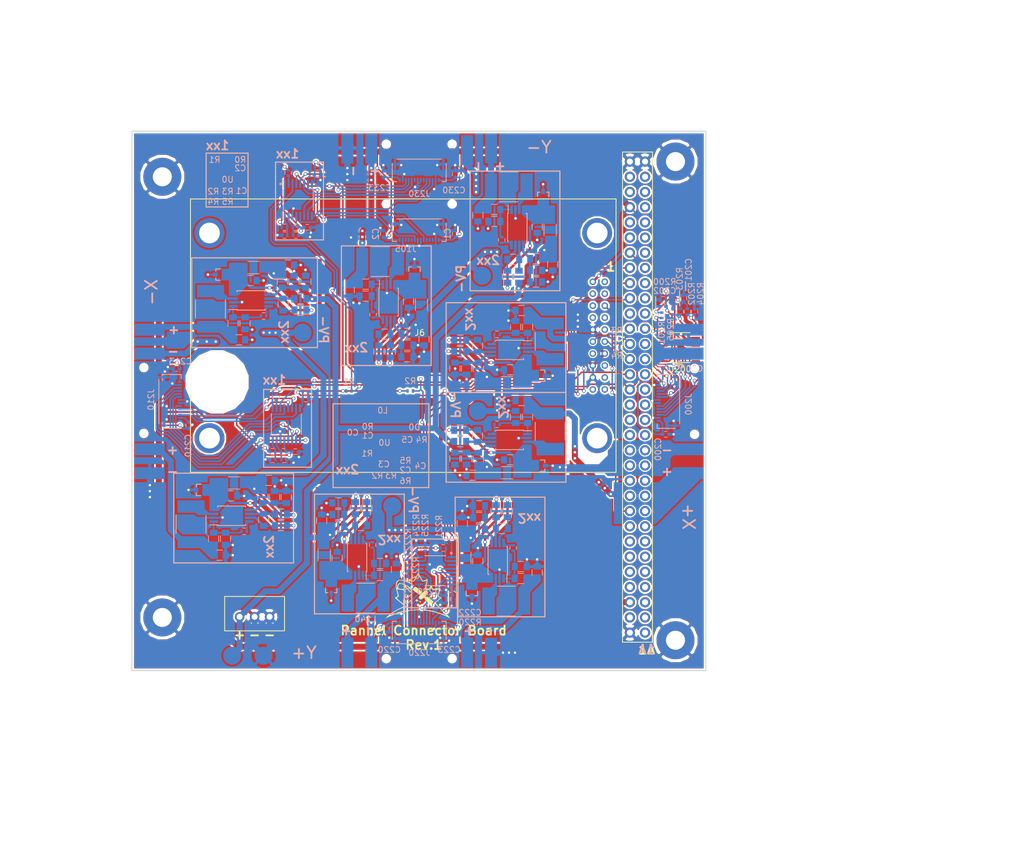
<source format=kicad_pcb>
(kicad_pcb (version 4) (host pcbnew 4.0.7-e2-6376~58~ubuntu16.04.1)
  (title_block (title "Panel Connector Board") (date 2018-02-04) (company "SFU Satellite Design Team"))
  (layers (0 F.Cu signal hide) (31 B.Cu signal) (34 B.Paste user) (35 F.Paste user) (36 B.SilkS user) (37 F.SilkS user) (38 B.Mask user) (39 F.Mask user) (44 Edge.Cuts user))
  (net 0 "")
  (net 1 "Net-(J1-Pad31B)")
  (net 2 "Net-(J1-Pad30B)")
  (net 3 "Net-(J1-Pad28B)")
  (net 4 "Net-(J1-Pad27B)")
  (net 5 "Net-(J1-Pad22B)")
  (net 6 "Net-(J1-Pad21B)")
  (net 7 "Net-(J1-Pad16B)")
  (net 8 "Net-(J1-Pad15B)")
  (net 9 "Net-(J1-Pad14B)")
  (net 10 "Net-(J1-Pad13B)")
  (net 11 "Net-(J1-Pad12B)")
  (net 12 "Net-(J1-Pad11B)")
  (net 13 "Net-(J1-Pad10B)")
  (net 14 "Net-(J1-Pad8B)")
  (net 15 "Net-(J1-Pad7B)")
  (net 16 "Net-(J1-Pad6B)")
  (net 17 "Net-(J1-Pad5B)")
  (net 18 "Net-(J1-Pad4B)")
  (net 19 "Net-(J1-Pad2B)")
  (net 20 "Net-(J1-Pad31A)")
  (net 21 "Net-(J1-Pad30A)")
  (net 22 "Net-(J1-Pad29A)")
  (net 23 "Net-(J1-Pad28A)")
  (net 24 "Net-(J1-Pad27A)")
  (net 25 "Net-(J1-Pad26A)")
  (net 26 "Net-(J1-Pad25A)")
  (net 27 "Net-(J1-Pad24A)")
  (net 28 "Net-(J1-Pad23A)")
  (net 29 "Net-(J1-Pad22A)")
  (net 30 "Net-(J1-Pad21A)")
  (net 31 "Net-(J1-Pad20A)")
  (net 32 "Net-(J1-Pad19A)")
  (net 33 "Net-(J1-Pad18A)")
  (net 34 "Net-(J1-Pad17A)")
  (net 35 "Net-(J1-Pad16A)")
  (net 36 "Net-(J1-Pad15A)")
  (net 37 "Net-(J1-Pad14A)")
  (net 38 "Net-(J1-Pad13A)")
  (net 39 "Net-(J1-Pad12A)")
  (net 40 "Net-(J1-Pad11A)")
  (net 41 "Net-(J1-Pad10A)")
  (net 42 "Net-(J1-Pad9A)")
  (net 43 "Net-(J1-Pad8A)")
  (net 44 "Net-(J1-Pad7A)")
  (net 45 "Net-(J1-Pad6A)")
  (net 46 "Net-(J1-Pad5A)")
  (net 47 "Net-(J1-Pad4A)")
  (net 48 "Net-(J1-Pad3A)")
  (net 49 "Net-(J1-Pad2A)")
  (net 50 "Net-(J1-Pad1A)")
  (net 51 GND)
  (net 52 /Port_X+/A0)
  (net 53 /Port_X-/A0)
  (net 54 /Port_Y+/A0)
  (net 55 /Port_Y-/A0)
  (net 56 /Port_X+/A1)
  (net 57 /Port_X-/A1)
  (net 58 /Port_Y+/A1)
  (net 59 /Port_Y-/A1)
  (net 60 /Port_X+/!RESET)
  (net 61 /Port_X-/!RESET)
  (net 62 /Port_Y+/!RESET)
  (net 63 /Port_Y-/!RESET)
  (net 64 /MPPT_X+_1/PV+)
  (net 65 /MPPT_X+_1/PV-)
  (net 66 /MPPT_X+_1/VOUT+)
  (net 67 /MPPT_X+_2/PV+)
  (net 68 /MPPT_X-_1/PV+)
  (net 69 /MPPT_X-_1/PV-)
  (net 70 /MPPT_X-_2/PV+)
  (net 71 /MPPT_Y+_1/PV+)
  (net 72 /MPPT_Y+_1/PV-)
  (net 73 /MPPT_Y+_2/PV+)
  (net 74 /MPPT_Y-_1/PV+)
  (net 75 /MPPT_Y-_1/PV-)
  (net 76 /MPPT_Y-_2/PV+)
  (net 77 /SENSOR_X+)
  (net 78 /SENSOR_X-)
  (net 79 /SENSOR_Y+)
  (net 80 /SENSOR_Y-)
  (net 81 /3V3)
  (net 82 /SCL)
  (net 83 /SDA)
  (net 84 /Port_X+/D3)
  (net 85 /Port_X+/D2)
  (net 86 /Port_X+/D1)
  (net 87 /Port_X+/D6)
  (net 88 /Port_X-/D3)
  (net 89 /Port_X-/D2)
  (net 90 /Port_X-/D1)
  (net 91 /Port_X-/D6)
  (net 92 /Port_Y+/D3)
  (net 93 /Port_Y+/D2)
  (net 94 /Port_Y+/D1)
  (net 95 /Port_Y+/D6)
  (net 96 /Port_Y-/D3)
  (net 97 /Port_Y-/D2)
  (net 98 /Port_Y-/D1)
  (net 99 /Port_Y-/D6)
  (net 100 "Net-(C101-Pad1)")
  (net 101 "Net-(C102-Pad1)")
  (net 102 "Net-(C103-Pad1)")
  (net 103 "Net-(C103-Pad2)")
  (net 104 "Net-(R101-Pad1)")
  (net 105 "Net-(C111-Pad1)")
  (net 106 "Net-(C112-Pad1)")
  (net 107 "Net-(C113-Pad1)")
  (net 108 "Net-(C113-Pad2)")
  (net 109 "Net-(C121-Pad1)")
  (net 110 "Net-(C122-Pad1)")
  (net 111 "Net-(C123-Pad1)")
  (net 112 "Net-(C123-Pad2)")
  (net 113 "Net-(C131-Pad1)")
  (net 114 "Net-(C132-Pad1)")
  (net 115 "Net-(C133-Pad1)")
  (net 116 "Net-(C133-Pad2)")
  (net 117 "Net-(C141-Pad1)")
  (net 118 "Net-(C142-Pad1)")
  (net 119 "Net-(C143-Pad1)")
  (net 120 "Net-(C143-Pad2)")
  (net 121 "Net-(C151-Pad1)")
  (net 122 "Net-(C152-Pad1)")
  (net 123 "Net-(C153-Pad1)")
  (net 124 "Net-(C153-Pad2)")
  (net 125 "Net-(C161-Pad1)")
  (net 126 "Net-(C162-Pad1)")
  (net 127 "Net-(C163-Pad1)")
  (net 128 "Net-(C163-Pad2)")
  (net 129 "Net-(C171-Pad1)")
  (net 130 "Net-(C172-Pad1)")
  (net 131 "Net-(C173-Pad1)")
  (net 132 "Net-(C173-Pad2)")
  (net 133 "Net-(J105-Pad5)")
  (net 134 "Net-(J105-Pad4)")
  (net 135 "Net-(J105-Pad3)")
  (net 136 "Net-(J105-Pad10)")
  (net 137 "Net-(R111-Pad1)")
  (net 138 "Net-(R121-Pad1)")
  (net 139 "Net-(R131-Pad1)")
  (net 140 "Net-(R141-Pad1)")
  (net 141 "Net-(R151-Pad1)")
  (net 142 "Net-(R161-Pad1)")
  (net 143 "Net-(R171-Pad1)")
  (net 144 /MPPT_X+_1/MPPT_OUT)
  (net 145 /MPPT_X+_2/MPPT_OUT)
  (net 146 /MPPT_X-_1/MPPT_OUT)
  (net 147 /MPPT_X-_2/MPPT_OUT)
  (net 148 /MPPT_Y+_1/MPPT_OUT)
  (net 149 /MPPT_Y+_2/MPPT_OUT)
  (net 150 /MPPT_Y-_1/MPPT_OUT)
  (net 151 /MPPT_Y-_2/MPPT_OUT)
  (net 152 /MPPT_X+_1/LX)
  (net 153 /MPPT_X+_2/LX)
  (net 154 /MPPT_X-_1/LX)
  (net 155 /MPPT_X-_2/LX)
  (net 156 /MPPT_Y+_1/LX)
  (net 157 /MPPT_Y+_2/LX)
  (net 158 /MPPT_Y-_1/LX)
  (net 159 /MPPT_Y-_2/LX)
  (net 160 "Net-(J6-Pad1)")
  (net 161 "Net-(J6-Pad3)")
  (net 162 "Net-(J6-Pad7)")
  (net 163 "Net-(J6-Pad9)")
  (net 164 "Net-(J6-Pad11)")
  (net 165 "Net-(J6-Pad15)")
  (net 166 "Net-(J6-Pad17)")
  (net 167 "Net-(J6-Pad19)")
  (net 168 "Net-(J6-Pad4)")
  (net 169 "Net-(J6-Pad6)")
  (net 170 "Net-(J6-Pad8)")
  (net 171 "Net-(J6-Pad12)")
  (net 172 "Net-(J6-Pad14)")
  (net 173 "Net-(J6-Pad20)")
  (net 174 /GPS_RX)
  (net 175 /GPS_TX)
  (net 176 /GPS_RST)
  (net 177 Z+D_A)
  (net 178 "Net-(J105-Pad11)")
  (net 179 "Net-(J105-Pad12)")
  (net 180 Z+D_B)
  (net 181 /Port_X+/D7)
  (net 182 /Port_X+/D8)
  (net 183 /Port_X-/D7)
  (net 184 /Port_X-/D8)
  (net 185 /Port_Y+/D7)
  (net 186 /Port_Y+/D8)
  (net 187 /Port_Y-/D7)
  (net 188 /Port_Y-/D8)
  (module SFUSat:OEM719 (layer F.Cu) (at 114.78 101.86)
    (fp_text reference J6 (at 38.31 -23.34) (layer F.SilkS))
    (fp_text value OEM719)
    (pad "" thru_hole circle (at 3.18 -5.72) (size 5 5) (drill 3.45) (layers *.Cu *.Mask))
    (pad "" thru_hole circle (at 3.18 -40.01) (size 5 5) (drill 3.45) (layers *.Mask B.Cu))
    (pad "" thru_hole circle (at 67.95 -40.01) (size 5 5) (drill 3.45) (layers *.Cu *.Mask))
    (pad "" thru_hole circle (at 67.95 -5.72) (size 5 5) (drill 3.45) (layers *.Cu *.Mask))
    (pad 1 thru_hole circle (at 69.22 -31.86) (size 1.1 1.1) (drill 0.64) (layers *.Cu *.Mask) (net 160 "Net-(J6-Pad1)"))
    (pad 3 thru_hole circle (at 69.22 -29.86) (size 1.1 1.1) (drill 0.64) (layers *.Cu *.Mask) (net 161 "Net-(J6-Pad3)"))
    (pad 5 thru_hole circle (at 69.22 -27.86) (size 1.1 1.1) (drill 0.64) (layers *.Cu *.Mask) (net 176 /GPS_RST))
    (pad 7 thru_hole circle (at 69.22 -25.86) (size 1.1 1.1) (drill 0.64) (layers *.Cu *.Mask) (net 162 "Net-(J6-Pad7)"))
    (pad 9 thru_hole circle (at 69.22 -23.86) (size 1.1 1.1) (drill 0.64) (layers *.Cu *.Mask) (net 163 "Net-(J6-Pad9)"))
    (pad 11 thru_hole circle (at 69.22 -21.86) (size 1.1 1.1) (drill 0.64) (layers *.Cu *.Mask) (net 164 "Net-(J6-Pad11)"))
    (pad 13 thru_hole circle (at 69.22 -19.86) (size 1.1 1.1) (drill 0.64) (layers *.Cu *.Mask) (net 51 GND))
    (pad 15 thru_hole circle (at 69.22 -17.86) (size 1.1 1.1) (drill 0.64) (layers *.Cu *.Mask) (net 165 "Net-(J6-Pad15)"))
    (pad 17 thru_hole circle (at 69.22 -15.86) (size 1.1 1.1) (drill 0.64) (layers *.Cu *.Mask) (net 166 "Net-(J6-Pad17)"))
    (pad 19 thru_hole circle (at 69.22 -13.86) (size 1.1 1.1) (drill 0.64) (layers *.Cu *.Mask) (net 167 "Net-(J6-Pad19)"))
    (pad 2 thru_hole circle (at 67.22 -31.86) (size 1.1 1.1) (drill 0.64) (layers *.Cu *.Mask) (net 81 /3V3))
    (pad 4 thru_hole circle (at 67.22 -29.86) (size 1.1 1.1) (drill 0.64) (layers *.Cu *.Mask) (net 168 "Net-(J6-Pad4)"))
    (pad 6 thru_hole circle (at 67.22 -27.86) (size 1.1 1.1) (drill 0.64) (layers *.Cu *.Mask) (net 169 "Net-(J6-Pad6)"))
    (pad 8 thru_hole circle (at 67.22 -25.86) (size 1.1 1.1) (drill 0.64) (layers *.Cu *.Mask) (net 170 "Net-(J6-Pad8)"))
    (pad 10 thru_hole circle (at 67.22 -23.86) (size 1.1 1.1) (drill 0.64) (layers *.Cu *.Mask) (net 51 GND))
    (pad 12 thru_hole circle (at 67.22 -21.86) (size 1.1 1.1) (drill 0.64) (layers *.Cu *.Mask) (net 171 "Net-(J6-Pad12)"))
    (pad 14 thru_hole circle (at 67.22 -19.86) (size 1.1 1.1) (drill 0.64) (layers *.Cu *.Mask) (net 172 "Net-(J6-Pad14)"))
    (pad 16 thru_hole circle (at 67.22 -17.86) (size 1.1 1.1) (drill 0.64) (layers *.Cu *.Mask) (net 51 GND))
    (pad 18 thru_hole circle (at 67.22 -15.86) (size 1.1 1.1) (drill 0.64) (layers *.Cu *.Mask) (net 51 GND))
    (pad 20 thru_hole circle (at 67.22 -13.86) (size 1.1 1.1) (drill 0.64) (layers *.Cu *.Mask) (net 173 "Net-(J6-Pad20)"))
    (pad "" np_thru_hole circle (at 4.45 -15.12) (size 10 10) (drill 10) (layers *.Cu *.Mask))
  )
  (module SFUSat:TSSOP-16 (layer B.Cu) (at 155.7 118.3 270)
    (fp_text reference U220 (at 3.5 1.1 540) (layer B.SilkS) (effects (justify mirror)))
    (fp_text value ADG728)
    (pad 4 smd rect (at -0.325 -2.7 270) (size 0.35 1.4) (layers B.Cu B.Paste B.Mask) (net 94 /Port_Y+/D1))
    (pad 5 smd rect (at 0.325 -2.7 270) (size 0.35 1.4) (layers B.Cu B.Paste B.Mask) (net 93 /Port_Y+/D2))
    (pad 7 smd rect (at 1.625 -2.7 270) (size 0.35 1.4) (layers B.Cu B.Paste B.Mask) (net 177 Z+D_A))
    (pad 6 smd rect (at 0.975 -2.7 270) (size 0.35 1.4) (layers B.Cu B.Paste B.Mask) (net 92 /Port_Y+/D3))
    (pad 3 smd rect (at -0.975 -2.7 270) (size 0.35 1.4) (layers B.Cu B.Paste B.Mask) (net 83 /SDA))
    (pad 1 smd rect (at -2.275 -2.7 270) (size 0.35 1.4) (layers B.Cu B.Paste B.Mask) (net 82 /SCL))
    (pad 2 smd rect (at -1.625 -2.7 270) (size 0.35 1.4) (layers B.Cu B.Paste B.Mask) (net 62 /Port_Y+/!RESET))
    (pad 8 smd rect (at 2.275 -2.7 270) (size 0.35 1.4) (layers B.Cu B.Paste B.Mask) (net 79 /SENSOR_Y+))
    (pad 14 smd rect (at -0.975 2.7 270) (size 0.35 1.4) (layers B.Cu B.Paste B.Mask) (net 51 GND))
    (pad 12 smd rect (at 0.325 2.7 270) (size 0.35 1.4) (layers B.Cu B.Paste B.Mask) (net 180 Z+D_B))
    (pad 10 smd rect (at 1.625 2.7 270) (size 0.35 1.4) (layers B.Cu B.Paste B.Mask) (net 185 /Port_Y+/D7))
    (pad 11 smd rect (at 0.975 2.7 270) (size 0.35 1.4) (layers B.Cu B.Paste B.Mask) (net 95 /Port_Y+/D6))
    (pad 9 smd rect (at 2.275 2.7 270) (size 0.35 1.4) (layers B.Cu B.Paste B.Mask) (net 186 /Port_Y+/D8))
    (pad 16 smd rect (at -2.275 2.7 270) (size 0.35 1.4) (layers B.Cu B.Paste B.Mask) (net 54 /Port_Y+/A0))
    (pad 15 smd rect (at -1.625 2.7 270) (size 0.35 1.4) (layers B.Cu B.Paste B.Mask) (net 58 /Port_Y+/A1))
    (pad 13 smd rect (at -0.325 2.7 270) (size 0.35 1.4) (layers B.Cu B.Paste B.Mask) (net 81 /3V3))
  )
  (module SFUSat:NPTH-1mm (layer B.Cu) (at 199 95.5)
    (fp_text reference REF** hide)
    (fp_text value NPTH-1mm hide)
    (pad "" np_thru_hole circle (at 0 0) (size 1 1) (drill 1) (layers *.Cu *.Mask))
  )
  (module SFUSat:NPTH-1mm (layer B.Cu) (at 199 84.5)
    (fp_text reference REF** hide)
    (fp_text value NPTH-1mm hide)
    (pad "" np_thru_hole circle (at 0 0) (size 1 1) (drill 1) (layers *.Cu *.Mask))
  )
  (module SFUSat:NPTH-1mm (layer B.Cu) (at 158.5 57 270)
    (fp_text reference REF** hide)
    (fp_text value NPTH-1mm hide)
    (pad "" np_thru_hole circle (at 0 0 270) (size 1 1) (drill 1) (layers *.Cu *.Mask))
  )
  (module SFUSat:NPTH-1mm (layer B.Cu) (at 147.5 57 270)
    (fp_text reference REF** hide)
    (fp_text value NPTH-1mm hide)
    (pad "" np_thru_hole circle (at 0 0 270) (size 1 1) (drill 1) (layers *.Cu *.Mask))
  )
  (module SFUSat:NPTH-1mm (layer B.Cu) (at 158.5 47 270)
    (fp_text reference REF** hide)
    (fp_text value NPTH-1mm hide)
    (pad "" np_thru_hole circle (at 0 0 270) (size 1 1) (drill 1) (layers *.Cu *.Mask))
  )
  (module SFUSat:NPTH-1mm (layer B.Cu) (at 147.5 47 270)
    (fp_text reference REF** hide)
    (fp_text value NPTH-1mm hide)
    (pad "" np_thru_hole circle (at 0 0 270) (size 1 1) (drill 1) (layers *.Cu *.Mask))
  )
  (module SFUSat:NPTH-1mm (layer B.Cu) (at 158.5 133 270)
    (fp_text reference REF** hide)
    (fp_text value NPTH-1mm hide)
    (pad "" np_thru_hole circle (at 0 0 270) (size 1 1) (drill 1) (layers *.Cu *.Mask))
  )
  (module SFUSat:NPTH-1mm (layer B.Cu) (at 147.5 133 270)
    (fp_text reference REF** hide)
    (fp_text value NPTH-1mm hide)
    (pad "" np_thru_hole circle (at 0 0 270) (size 1 1) (drill 1) (layers *.Cu *.Mask))
  )
  (module SFUSat:NPTH-1mm (layer B.Cu) (at 107 84.346702)
    (fp_text reference REF** hide)
    (fp_text value NPTH-1mm hide)
    (pad "" np_thru_hole circle (at 0 0) (size 1 1) (drill 1) (layers *.Cu *.Mask))
  )
  (module SFUSat:PC104PTH (layer F.Cu) (at 110.08 126.11)
    (fp_text reference J2 hide)
    (fp_text value PC104PTH hide)
    (pad 1 thru_hole circle (at 0 0) (size 6.35 6.35) (drill 3.18) (layers *.Cu *.Mask) (net 51 GND))
  )
  (module SFUSat:PC104PTH (layer F.Cu) (at 110.08 52.45)
    (fp_text reference J3 hide)
    (fp_text value PC104PTH hide)
    (pad 1 thru_hole circle (at 0 0) (size 6.35 6.35) (drill 3.18) (layers *.Cu *.Mask) (net 51 GND))
  )
  (module SFUSat:PC104PTH (layer F.Cu) (at 195.81 49.91)
    (fp_text reference J4 hide)
    (fp_text value PC104PTH hide)
    (pad 1 thru_hole circle (at 0 0) (size 6.35 6.35) (drill 3.18) (layers *.Cu *.Mask) (net 51 GND))
  )
  (module SFUSat:PC104PTH (layer F.Cu) (at 195.81 129.92)
    (fp_text reference J5 hide)
    (fp_text value PC104PTH hide)
    (pad 1 thru_hole circle (at 0 0) (size 6.35 6.35) (drill 3.18) (layers *.Cu *.Mask) (net 51 GND))
  )
  (module SFUSat:CONN_TAB (layer B.Cu) (at 198 78)
    (fp_text reference J202 hide)
    (fp_text value CONN-TAB hide)
    (pad 1 smd rect (at 0 0) (size 5 2) (layers B.Cu B.Mask) (net 51 GND))
  )
  (module SFUSat:CONN_TAB (layer B.Cu) (at 198 102)
    (fp_text reference J203 hide)
    (fp_text value CONN-TAB hide)
    (pad 1 smd rect (at 0 0) (size 5 2) (layers B.Cu B.Mask) (net 64 /MPPT_X+_1/PV+))
  )
  (module SFUSat:CONN_TAB (layer B.Cu) (at 198 98)
    (fp_text reference J204 hide)
    (fp_text value CONN-TAB hide)
    (pad 1 smd rect (at 0 0) (size 5 2) (layers B.Cu B.Mask) (net 65 /MPPT_X+_1/PV-))
  )
  (module SFUSat:CONN_TAB (layer B.Cu) (at 108 98)
    (fp_text reference J211 hide)
    (fp_text value CONN-TAB hide)
    (pad 1 smd rect (at 0 0) (size 5 2) (layers B.Cu B.Mask) (net 70 /MPPT_X-_2/PV+))
  )
  (module SFUSat:CONN_TAB (layer B.Cu) (at 108 102)
    (fp_text reference J212 hide)
    (fp_text value CONN-TAB hide)
    (pad 1 smd rect (at 0 0) (size 5 2) (layers B.Cu B.Mask) (net 51 GND))
  )
  (module SFUSat:CONN_TAB (layer B.Cu) (at 108 78)
    (fp_text reference J213 hide)
    (fp_text value CONN-TAB hide)
    (pad 1 smd rect (at 0 0) (size 5 2) (layers B.Cu B.Mask) (net 68 /MPPT_X-_1/PV+))
  )
  (module SFUSat:CONN_TAB (layer B.Cu) (at 108 82)
    (fp_text reference J214 hide)
    (fp_text value CONN-TAB hide)
    (pad 1 smd rect (at 0 0) (size 5 2) (layers B.Cu B.Mask) (net 69 /MPPT_X-_1/PV-))
  )
  (module SFUSat:CONN_TAB (layer B.Cu) (at 161 132 270)
    (fp_text reference J221 hide)
    (fp_text value CONN-TAB hide)
    (pad 1 smd rect (at 0 0 270) (size 5 2) (layers B.Cu B.Mask) (net 73 /MPPT_Y+_2/PV+))
  )
  (module SFUSat:CONN_TAB (layer B.Cu) (at 165 132 270)
    (fp_text reference J222 hide)
    (fp_text value CONN-TAB hide)
    (pad 1 smd rect (at 0 0 270) (size 5 2) (layers B.Cu B.Mask) (net 51 GND))
  )
  (module SFUSat:CONN_TAB (layer B.Cu) (at 141 132 270)
    (fp_text reference J223 hide)
    (fp_text value CONN-TAB hide)
    (pad 1 smd rect (at 0 0 270) (size 5 2) (layers B.Cu B.Mask) (net 71 /MPPT_Y+_1/PV+))
  )
  (module SFUSat:CONN_TAB (layer B.Cu) (at 165 47.705792 270)
    (fp_text reference J231 hide)
    (fp_text value CONN-TAB hide)
    (pad 1 smd rect (at 0 0 270) (size 5 2) (layers B.Cu B.Mask) (net 74 /MPPT_Y-_1/PV+))
  )
  (module SFUSat:CONN_TAB (layer B.Cu) (at 161 48 270)
    (fp_text reference J232 hide)
    (fp_text value CONN-TAB hide)
    (pad 1 smd rect (at 0 0 270) (size 5 2) (layers B.Cu B.Mask) (net 75 /MPPT_Y-_1/PV-))
  )
  (module SFUSat:CONN_TAB (layer B.Cu) (at 145 47.745792 90)
    (fp_text reference J233 hide)
    (fp_text value CONN-TAB hide)
    (pad 1 smd rect (at 0 0 90) (size 5 2) (layers B.Cu B.Mask) (net 76 /MPPT_Y-_2/PV+))
  )
  (module SFUSat:CONN_TAB (layer B.Cu) (at 141 47.745792 90)
    (fp_text reference J234 hide)
    (fp_text value CONN-TAB hide)
    (pad 1 smd rect (at 0 0 90) (size 5 2) (layers B.Cu B.Mask) (net 51 GND))
  )
  (module SFUSat:CONN_TAB (layer B.Cu) (at 198 82)
    (fp_text reference J201 hide)
    (fp_text value CONN-TAB hide)
    (pad 1 smd rect (at 0 0) (size 5 2) (layers B.Cu B.Mask) (net 67 /MPPT_X+_2/PV+))
  )
  (module SFUSat:CONN_TAB (layer B.Cu) (at 145 132 270)
    (fp_text reference J224 hide)
    (fp_text value CONN-TAB hide)
    (pad 1 smd rect (at 0 0 270) (size 5 2) (layers B.Cu B.Mask) (net 72 /MPPT_Y+_1/PV-))
  )
  (module SFUSat:C_0402 (layer B.Cu) (at 193.7 74.1 180)
    (fp_text reference C202 (at -0.3 2.6 180) (layer B.SilkS) (effects (justify mirror)))
    (fp_text value DNP)
    (pad 1 smd rect (at -0.525 0 180) (size 0.6 0.5) (layers B.Cu B.Paste B.Mask) (net 77 /SENSOR_X+))
    (pad 2 smd rect (at 0.525 0 180) (size 0.6 0.5) (layers B.Cu B.Paste B.Mask) (net 51 GND))
  )
  (module SFUSat:C_0402 (layer B.Cu) (at 134 89.6)
    (fp_text reference C212 hide)
    (fp_text value DNP)
    (pad 1 smd rect (at -0.525 0) (size 0.6 0.5) (layers B.Cu B.Paste B.Mask) (net 78 /SENSOR_X-))
    (pad 2 smd rect (at 0.525 0) (size 0.6 0.5) (layers B.Cu B.Paste B.Mask) (net 51 GND))
  )
  (module SFUSat:C_0402 (layer B.Cu) (at 158 122.4 180)
    (fp_text reference C222 (at -3.5 -2.9 180) (layer B.SilkS) (effects (justify mirror)))
    (fp_text value DNP)
    (pad 1 smd rect (at -0.525 0 180) (size 0.6 0.5) (layers B.Cu B.Paste B.Mask) (net 79 /SENSOR_Y+))
    (pad 2 smd rect (at 0.525 0 180) (size 0.6 0.5) (layers B.Cu B.Paste B.Mask) (net 51 GND))
  )
  (module SFUSat:C_0402 (layer B.Cu) (at 136 52.1)
    (fp_text reference C232 hide)
    (fp_text value DNP)
    (pad 1 smd rect (at -0.525 0) (size 0.6 0.5) (layers B.Cu B.Paste B.Mask) (net 80 /SENSOR_Y-))
    (pad 2 smd rect (at 0.525 0) (size 0.6 0.5) (layers B.Cu B.Paste B.Mask) (net 51 GND))
  )
  (module SFUSat:R_0402 (layer B.Cu) (at 141.25 88.25)
    (fp_text reference R1 (at 0 -1.55) (layer B.SilkS) (effects (justify mirror)))
    (fp_text value DNP)
    (pad 1 smd rect (at -0.45 0) (size 0.4 0.6) (layers B.Cu B.Paste B.Mask) (net 81 /3V3))
    (pad 2 smd rect (at 0.45 0) (size 0.4 0.6) (layers B.Cu B.Paste B.Mask) (net 83 /SDA))
  )
  (module SFUSat:R_0402 (layer B.Cu) (at 151.5 88.25)
    (fp_text reference R2 (at 0 -1.65) (layer B.SilkS) (effects (justify mirror)))
    (fp_text value DNP)
    (pad 1 smd rect (at -0.45 0) (size 0.4 0.6) (layers B.Cu B.Paste B.Mask) (net 81 /3V3))
    (pad 2 smd rect (at 0.45 0) (size 0.4 0.6) (layers B.Cu B.Paste B.Mask) (net 82 /SCL))
  )
  (module SFUSat:R_0402 (layer B.Cu) (at 197.8 75 270)
    (fp_text reference R202 (at -3 -0.7 270) (layer B.SilkS) (effects (justify mirror)))
    (fp_text value DNP)
    (pad 1 smd rect (at -0.45 0 270) (size 0.4 0.6) (layers B.Cu B.Paste B.Mask) (net 81 /3V3))
    (pad 2 smd rect (at 0.45 0 270) (size 0.4 0.6) (layers B.Cu B.Paste B.Mask) (net 52 /Port_X+/A0))
  )
  (module SFUSat:R_0402 (layer B.Cu) (at 199 75 90)
    (fp_text reference R204 (at 3 1 90) (layer B.SilkS) (effects (justify mirror)))
    (fp_text value 0R)
    (pad 1 smd rect (at -0.45 0 90) (size 0.4 0.6) (layers B.Cu B.Paste B.Mask) (net 52 /Port_X+/A0))
    (pad 2 smd rect (at 0.45 0 90) (size 0.4 0.6) (layers B.Cu B.Paste B.Mask) (net 51 GND))
  )
  (module SFUSat:R_0402 (layer B.Cu) (at 128.5 98.4)
    (fp_text reference R212 hide)
    (fp_text value 0R)
    (pad 1 smd rect (at -0.45 0) (size 0.4 0.6) (layers B.Cu B.Paste B.Mask) (net 81 /3V3))
    (pad 2 smd rect (at 0.45 0) (size 0.4 0.6) (layers B.Cu B.Paste B.Mask) (net 53 /Port_X-/A0))
  )
  (module SFUSat:R_0402 (layer B.Cu) (at 128.5 99.7 180)
    (fp_text reference R214 hide)
    (fp_text value DNP)
    (pad 1 smd rect (at -0.45 0 180) (size 0.4 0.6) (layers B.Cu B.Paste B.Mask) (net 53 /Port_X-/A0))
    (pad 2 smd rect (at 0.45 0 180) (size 0.4 0.6) (layers B.Cu B.Paste B.Mask) (net 51 GND))
  )
  (module SFUSat:R_0402 (layer B.Cu) (at 151.1 116 270)
    (fp_text reference R222 (at -2.9 0 270) (layer B.SilkS) (effects (justify mirror)))
    (fp_text value DNP)
    (pad 1 smd rect (at -0.45 0 270) (size 0.4 0.6) (layers B.Cu B.Paste B.Mask) (net 81 /3V3))
    (pad 2 smd rect (at 0.45 0 270) (size 0.4 0.6) (layers B.Cu B.Paste B.Mask) (net 54 /Port_Y+/A0))
  )
  (module SFUSat:R_0402 (layer B.Cu) (at 152.5 114.5 90)
    (fp_text reference R224 (at 3.8 0 90) (layer B.SilkS) (effects (justify mirror)))
    (fp_text value 0R)
    (pad 1 smd rect (at -0.45 0 90) (size 0.4 0.6) (layers B.Cu B.Paste B.Mask) (net 54 /Port_Y+/A0))
    (pad 2 smd rect (at 0.45 0 90) (size 0.4 0.6) (layers B.Cu B.Paste B.Mask) (net 51 GND))
  )
  (module SFUSat:R_0402 (layer B.Cu) (at 130.5 60.9)
    (fp_text reference R232 hide)
    (fp_text value 0R)
    (pad 1 smd rect (at -0.45 0) (size 0.4 0.6) (layers B.Cu B.Paste B.Mask) (net 81 /3V3))
    (pad 2 smd rect (at 0.45 0) (size 0.4 0.6) (layers B.Cu B.Paste B.Mask) (net 55 /Port_Y-/A0))
  )
  (module SFUSat:R_0402 (layer B.Cu) (at 130.5 62.2 180)
    (fp_text reference R234 hide)
    (fp_text value DNP)
    (pad 1 smd rect (at -0.45 0 180) (size 0.4 0.6) (layers B.Cu B.Paste B.Mask) (net 55 /Port_Y-/A0))
    (pad 2 smd rect (at 0.45 0 180) (size 0.4 0.6) (layers B.Cu B.Paste B.Mask) (net 51 GND))
  )
  (module SFUSat:R_0402 (layer B.Cu) (at 196.6 75 270)
    (fp_text reference R203 (at -5.5 0.1 270) (layer B.SilkS) (effects (justify mirror)))
    (fp_text value DNP)
    (pad 1 smd rect (at -0.45 0 270) (size 0.4 0.6) (layers B.Cu B.Paste B.Mask) (net 81 /3V3))
    (pad 2 smd rect (at 0.45 0 270) (size 0.4 0.6) (layers B.Cu B.Paste B.Mask) (net 56 /Port_X+/A1))
  )
  (module SFUSat:R_0402 (layer B.Cu) (at 195.4 75 90)
    (fp_text reference R205 (at -3 -0.4 90) (layer B.SilkS) (effects (justify mirror)))
    (fp_text value 0R)
    (pad 1 smd rect (at -0.45 0 90) (size 0.4 0.6) (layers B.Cu B.Paste B.Mask) (net 56 /Port_X+/A1))
    (pad 2 smd rect (at 0.45 0 90) (size 0.4 0.6) (layers B.Cu B.Paste B.Mask) (net 51 GND))
  )
  (module SFUSat:R_0402 (layer B.Cu) (at 130.35 98.4 180)
    (fp_text reference R213 hide)
    (fp_text value DNP)
    (pad 1 smd rect (at -0.45 0 180) (size 0.4 0.6) (layers B.Cu B.Paste B.Mask) (net 81 /3V3))
    (pad 2 smd rect (at 0.45 0 180) (size 0.4 0.6) (layers B.Cu B.Paste B.Mask) (net 57 /Port_X-/A1))
  )
  (module SFUSat:R_0402 (layer B.Cu) (at 130.4 99.7)
    (fp_text reference R215 hide)
    (fp_text value 0R)
    (pad 1 smd rect (at -0.45 0) (size 0.4 0.6) (layers B.Cu B.Paste B.Mask) (net 57 /Port_X-/A1))
    (pad 2 smd rect (at 0.45 0) (size 0.4 0.6) (layers B.Cu B.Paste B.Mask) (net 51 GND))
  )
  (module SFUSat:R_0402 (layer B.Cu) (at 151.1 117.85 90)
    (fp_text reference R223 (at 0 1.35 90) (layer B.SilkS) (effects (justify mirror)))
    (fp_text value 0R)
    (pad 1 smd rect (at -0.45 0 90) (size 0.4 0.6) (layers B.Cu B.Paste B.Mask) (net 81 /3V3))
    (pad 2 smd rect (at 0.45 0 90) (size 0.4 0.6) (layers B.Cu B.Paste B.Mask) (net 58 /Port_Y+/A1))
  )
  (module SFUSat:R_0402 (layer B.Cu) (at 154 114.5 90)
    (fp_text reference R225 (at 3.8 0 90) (layer B.SilkS) (effects (justify mirror)))
    (fp_text value DNP)
    (pad 1 smd rect (at -0.45 0 90) (size 0.4 0.6) (layers B.Cu B.Paste B.Mask) (net 58 /Port_Y+/A1))
    (pad 2 smd rect (at 0.45 0 90) (size 0.4 0.6) (layers B.Cu B.Paste B.Mask) (net 51 GND))
  )
  (module SFUSat:R_0402 (layer B.Cu) (at 132.35 60.9 180)
    (fp_text reference R233 hide)
    (fp_text value 0R)
    (pad 1 smd rect (at -0.45 0 180) (size 0.4 0.6) (layers B.Cu B.Paste B.Mask) (net 81 /3V3))
    (pad 2 smd rect (at 0.45 0 180) (size 0.4 0.6) (layers B.Cu B.Paste B.Mask) (net 59 /Port_Y-/A1))
  )
  (module SFUSat:R_0402 (layer B.Cu) (at 132.4 62.2)
    (fp_text reference R235 hide)
    (fp_text value DNP)
    (pad 1 smd rect (at -0.45 0) (size 0.4 0.6) (layers B.Cu B.Paste B.Mask) (net 59 /Port_Y-/A1))
    (pad 2 smd rect (at 0.45 0) (size 0.4 0.6) (layers B.Cu B.Paste B.Mask) (net 51 GND))
  )
  (module SFUSat:R_0402 (layer B.Cu) (at 193.5 75.6 90)
    (fp_text reference R201 (at -2.9 0 90) (layer B.SilkS) (effects (justify mirror)))
    (fp_text value 0R)
    (pad 1 smd rect (at -0.45 0 90) (size 0.4 0.6) (layers B.Cu B.Paste B.Mask) (net 60 /Port_X+/!RESET))
    (pad 2 smd rect (at 0.45 0 90) (size 0.4 0.6) (layers B.Cu B.Paste B.Mask) (net 81 /3V3))
  )
  (module SFUSat:R_0402 (layer B.Cu) (at 193.75 73 180)
    (fp_text reference R200 (at -0.25 3 180) (layer B.SilkS) (effects (justify mirror)))
    (fp_text value DNP)
    (pad 1 smd rect (at -0.45 0 180) (size 0.4 0.6) (layers B.Cu B.Paste B.Mask) (net 77 /SENSOR_X+))
    (pad 2 smd rect (at 0.45 0 180) (size 0.4 0.6) (layers B.Cu B.Paste B.Mask) (net 51 GND))
  )
  (module SFUSat:R_0402 (layer B.Cu) (at 129.1 89.3 90)
    (fp_text reference R211 hide)
    (fp_text value 0R)
    (pad 1 smd rect (at -0.45 0 90) (size 0.4 0.6) (layers B.Cu B.Paste B.Mask) (net 61 /Port_X-/!RESET))
    (pad 2 smd rect (at 0.45 0 90) (size 0.4 0.6) (layers B.Cu B.Paste B.Mask) (net 81 /3V3))
  )
  (module SFUSat:R_0402 (layer B.Cu) (at 134 88.3)
    (fp_text reference R210 hide)
    (fp_text value DNP)
    (pad 1 smd rect (at -0.45 0) (size 0.4 0.6) (layers B.Cu B.Paste B.Mask) (net 78 /SENSOR_X-))
    (pad 2 smd rect (at 0.45 0) (size 0.4 0.6) (layers B.Cu B.Paste B.Mask) (net 51 GND))
  )
  (module SFUSat:R_0402 (layer B.Cu) (at 157 114.5 180)
    (fp_text reference R221 (at 0.7 3.6 270) (layer B.SilkS) (effects (justify mirror)))
    (fp_text value 0R)
    (pad 1 smd rect (at -0.45 0 180) (size 0.4 0.6) (layers B.Cu B.Paste B.Mask) (net 62 /Port_Y+/!RESET))
    (pad 2 smd rect (at 0.45 0 180) (size 0.4 0.6) (layers B.Cu B.Paste B.Mask) (net 81 /3V3))
  )
  (module SFUSat:R_0402 (layer B.Cu) (at 158 123.7 180)
    (fp_text reference R220 (at -3.5 -3.2 180) (layer B.SilkS) (effects (justify mirror)))
    (fp_text value DNP)
    (pad 1 smd rect (at -0.45 0 180) (size 0.4 0.6) (layers B.Cu B.Paste B.Mask) (net 79 /SENSOR_Y+))
    (pad 2 smd rect (at 0.45 0 180) (size 0.4 0.6) (layers B.Cu B.Paste B.Mask) (net 51 GND))
  )
  (module SFUSat:R_0402 (layer B.Cu) (at 131.1 51.8 90)
    (fp_text reference R231 hide)
    (fp_text value 0R)
    (pad 1 smd rect (at -0.45 0 90) (size 0.4 0.6) (layers B.Cu B.Paste B.Mask) (net 63 /Port_Y-/!RESET))
    (pad 2 smd rect (at 0.45 0 90) (size 0.4 0.6) (layers B.Cu B.Paste B.Mask) (net 81 /3V3))
  )
  (module SFUSat:R_0402 (layer B.Cu) (at 136 50.8)
    (fp_text reference R230 hide)
    (fp_text value DNP)
    (pad 1 smd rect (at -0.45 0) (size 0.4 0.6) (layers B.Cu B.Paste B.Mask) (net 80 /SENSOR_Y-))
    (pad 2 smd rect (at 0.45 0) (size 0.4 0.6) (layers B.Cu B.Paste B.Mask) (net 51 GND))
  )
  (module SFUSat:TSSOP-8_4.4x3mm_Pitch0.65mm (layer B.Cu) (at 168.0998 96.431396 180)
    (fp_text reference U100 hide)
    (fp_text value SPV1040)
    (pad 1 smd rect (at -2.95 0.975 180) (size 1.45 0.45) (layers B.Cu B.Paste B.Mask) (net 100 "Net-(C101-Pad1)"))
    (pad 2 smd rect (at -2.95 0.325 180) (size 1.45 0.45) (layers B.Cu B.Paste B.Mask) (net 65 /MPPT_X+_1/PV-))
    (pad 3 smd rect (at -2.95 -0.325 180) (size 1.45 0.45) (layers B.Cu B.Paste B.Mask) (net 152 /MPPT_X+_1/LX))
    (pad 4 smd rect (at -2.95 -0.975 180) (size 1.45 0.45) (layers B.Cu B.Paste B.Mask) (net 144 /MPPT_X+_1/MPPT_OUT))
    (pad 5 smd rect (at 2.95 -0.975 180) (size 1.45 0.45) (layers B.Cu B.Paste B.Mask) (net 101 "Net-(C102-Pad1)"))
    (pad 6 smd rect (at 2.95 -0.325 180) (size 1.45 0.45) (layers B.Cu B.Paste B.Mask) (net 103 "Net-(C103-Pad2)"))
    (pad 7 smd rect (at 2.95 0.325 180) (size 1.45 0.45) (layers B.Cu B.Paste B.Mask) (net 102 "Net-(C103-Pad1)"))
    (pad 8 smd rect (at 2.95 0.975 180) (size 1.45 0.45) (layers B.Cu B.Paste B.Mask) (net 104 "Net-(R101-Pad1)"))
  )
  (module SFUSat:TSSOP-8_4.4x3mm_Pitch0.65mm (layer B.Cu) (at 168.0998 81.3876 180)
    (fp_text reference U110 hide)
    (fp_text value SPV1040)
    (pad 1 smd rect (at -2.95 0.975 180) (size 1.45 0.45) (layers B.Cu B.Paste B.Mask) (net 105 "Net-(C111-Pad1)"))
    (pad 2 smd rect (at -2.95 0.325 180) (size 1.45 0.45) (layers B.Cu B.Paste B.Mask) (net 51 GND))
    (pad 3 smd rect (at -2.95 -0.325 180) (size 1.45 0.45) (layers B.Cu B.Paste B.Mask) (net 153 /MPPT_X+_2/LX))
    (pad 4 smd rect (at -2.95 -0.975 180) (size 1.45 0.45) (layers B.Cu B.Paste B.Mask) (net 145 /MPPT_X+_2/MPPT_OUT))
    (pad 5 smd rect (at 2.95 -0.975 180) (size 1.45 0.45) (layers B.Cu B.Paste B.Mask) (net 106 "Net-(C112-Pad1)"))
    (pad 6 smd rect (at 2.95 -0.325 180) (size 1.45 0.45) (layers B.Cu B.Paste B.Mask) (net 108 "Net-(C113-Pad2)"))
    (pad 7 smd rect (at 2.95 0.325 180) (size 1.45 0.45) (layers B.Cu B.Paste B.Mask) (net 107 "Net-(C113-Pad1)"))
    (pad 8 smd rect (at 2.95 0.975 180) (size 1.45 0.45) (layers B.Cu B.Paste B.Mask) (net 137 "Net-(R111-Pad1)"))
  )
  (module SFUSat:TSSOP-8_4.4x3mm_Pitch0.65mm (layer B.Cu) (at 124.9002 73.1124)
    (fp_text reference U120 hide)
    (fp_text value SPV1040)
    (pad 1 smd rect (at -2.95 0.975) (size 1.45 0.45) (layers B.Cu B.Paste B.Mask) (net 109 "Net-(C121-Pad1)"))
    (pad 2 smd rect (at -2.95 0.325) (size 1.45 0.45) (layers B.Cu B.Paste B.Mask) (net 69 /MPPT_X-_1/PV-))
    (pad 3 smd rect (at -2.95 -0.325) (size 1.45 0.45) (layers B.Cu B.Paste B.Mask) (net 154 /MPPT_X-_1/LX))
    (pad 4 smd rect (at -2.95 -0.975) (size 1.45 0.45) (layers B.Cu B.Paste B.Mask) (net 146 /MPPT_X-_1/MPPT_OUT))
    (pad 5 smd rect (at 2.95 -0.975) (size 1.45 0.45) (layers B.Cu B.Paste B.Mask) (net 110 "Net-(C122-Pad1)"))
    (pad 6 smd rect (at 2.95 -0.325) (size 1.45 0.45) (layers B.Cu B.Paste B.Mask) (net 112 "Net-(C123-Pad2)"))
    (pad 7 smd rect (at 2.95 0.325) (size 1.45 0.45) (layers B.Cu B.Paste B.Mask) (net 111 "Net-(C123-Pad1)"))
    (pad 8 smd rect (at 2.95 0.975) (size 1.45 0.45) (layers B.Cu B.Paste B.Mask) (net 138 "Net-(R121-Pad1)"))
  )
  (module SFUSat:TSSOP-8_4.4x3mm_Pitch0.65mm (layer B.Cu) (at 121.6502 109.1124)
    (fp_text reference U130 hide)
    (fp_text value SPV1040)
    (pad 1 smd rect (at -2.95 0.975) (size 1.45 0.45) (layers B.Cu B.Paste B.Mask) (net 113 "Net-(C131-Pad1)"))
    (pad 2 smd rect (at -2.95 0.325) (size 1.45 0.45) (layers B.Cu B.Paste B.Mask) (net 51 GND))
    (pad 3 smd rect (at -2.95 -0.325) (size 1.45 0.45) (layers B.Cu B.Paste B.Mask) (net 155 /MPPT_X-_2/LX))
    (pad 4 smd rect (at -2.95 -0.975) (size 1.45 0.45) (layers B.Cu B.Paste B.Mask) (net 147 /MPPT_X-_2/MPPT_OUT))
    (pad 5 smd rect (at 2.95 -0.975) (size 1.45 0.45) (layers B.Cu B.Paste B.Mask) (net 114 "Net-(C132-Pad1)"))
    (pad 6 smd rect (at 2.95 -0.325) (size 1.45 0.45) (layers B.Cu B.Paste B.Mask) (net 116 "Net-(C133-Pad2)"))
    (pad 7 smd rect (at 2.95 0.325) (size 1.45 0.45) (layers B.Cu B.Paste B.Mask) (net 115 "Net-(C133-Pad1)"))
    (pad 8 smd rect (at 2.95 0.975) (size 1.45 0.45) (layers B.Cu B.Paste B.Mask) (net 139 "Net-(R131-Pad1)"))
  )
  (module SFUSat:TSSOP-8_4.4x3mm_Pitch0.65mm (layer B.Cu) (at 142.6124 116.0998 90)
    (fp_text reference U140 hide)
    (fp_text value SPV1040)
    (pad 1 smd rect (at -2.95 0.975 90) (size 1.45 0.45) (layers B.Cu B.Paste B.Mask) (net 117 "Net-(C141-Pad1)"))
    (pad 2 smd rect (at -2.95 0.325 90) (size 1.45 0.45) (layers B.Cu B.Paste B.Mask) (net 72 /MPPT_Y+_1/PV-))
    (pad 3 smd rect (at -2.95 -0.325 90) (size 1.45 0.45) (layers B.Cu B.Paste B.Mask) (net 156 /MPPT_Y+_1/LX))
    (pad 4 smd rect (at -2.95 -0.975 90) (size 1.45 0.45) (layers B.Cu B.Paste B.Mask) (net 148 /MPPT_Y+_1/MPPT_OUT))
    (pad 5 smd rect (at 2.95 -0.975 90) (size 1.45 0.45) (layers B.Cu B.Paste B.Mask) (net 118 "Net-(C142-Pad1)"))
    (pad 6 smd rect (at 2.95 -0.325 90) (size 1.45 0.45) (layers B.Cu B.Paste B.Mask) (net 120 "Net-(C143-Pad2)"))
    (pad 7 smd rect (at 2.95 0.325 90) (size 1.45 0.45) (layers B.Cu B.Paste B.Mask) (net 119 "Net-(C143-Pad1)"))
    (pad 8 smd rect (at 2.95 0.975 90) (size 1.45 0.45) (layers B.Cu B.Paste B.Mask) (net 140 "Net-(R141-Pad1)"))
  )
  (module SFUSat:TSSOP-8_4.4x3mm_Pitch0.65mm (layer B.Cu) (at 166.1124 116.5998 90)
    (fp_text reference U150 hide)
    (fp_text value SPV1040)
    (pad 1 smd rect (at -2.95 0.975 90) (size 1.45 0.45) (layers B.Cu B.Paste B.Mask) (net 121 "Net-(C151-Pad1)"))
    (pad 2 smd rect (at -2.95 0.325 90) (size 1.45 0.45) (layers B.Cu B.Paste B.Mask) (net 51 GND))
    (pad 3 smd rect (at -2.95 -0.325 90) (size 1.45 0.45) (layers B.Cu B.Paste B.Mask) (net 157 /MPPT_Y+_2/LX))
    (pad 4 smd rect (at -2.95 -0.975 90) (size 1.45 0.45) (layers B.Cu B.Paste B.Mask) (net 149 /MPPT_Y+_2/MPPT_OUT))
    (pad 5 smd rect (at 2.95 -0.975 90) (size 1.45 0.45) (layers B.Cu B.Paste B.Mask) (net 122 "Net-(C152-Pad1)"))
    (pad 6 smd rect (at 2.95 -0.325 90) (size 1.45 0.45) (layers B.Cu B.Paste B.Mask) (net 124 "Net-(C153-Pad2)"))
    (pad 7 smd rect (at 2.95 0.325 90) (size 1.45 0.45) (layers B.Cu B.Paste B.Mask) (net 123 "Net-(C153-Pad1)"))
    (pad 8 smd rect (at 2.95 0.975 90) (size 1.45 0.45) (layers B.Cu B.Paste B.Mask) (net 141 "Net-(R151-Pad1)"))
  )
  (module SFUSat:TSSOP-8_4.4x3mm_Pitch0.65mm (layer B.Cu) (at 169.3876 60.9002 270)
    (fp_text reference U160 hide)
    (fp_text value SPV1040)
    (pad 1 smd rect (at -2.95 0.975 270) (size 1.45 0.45) (layers B.Cu B.Paste B.Mask) (net 125 "Net-(C161-Pad1)"))
    (pad 2 smd rect (at -2.95 0.325 270) (size 1.45 0.45) (layers B.Cu B.Paste B.Mask) (net 75 /MPPT_Y-_1/PV-))
    (pad 3 smd rect (at -2.95 -0.325 270) (size 1.45 0.45) (layers B.Cu B.Paste B.Mask) (net 158 /MPPT_Y-_1/LX))
    (pad 4 smd rect (at -2.95 -0.975 270) (size 1.45 0.45) (layers B.Cu B.Paste B.Mask) (net 150 /MPPT_Y-_1/MPPT_OUT))
    (pad 5 smd rect (at 2.95 -0.975 270) (size 1.45 0.45) (layers B.Cu B.Paste B.Mask) (net 126 "Net-(C162-Pad1)"))
    (pad 6 smd rect (at 2.95 -0.325 270) (size 1.45 0.45) (layers B.Cu B.Paste B.Mask) (net 128 "Net-(C163-Pad2)"))
    (pad 7 smd rect (at 2.95 0.325 270) (size 1.45 0.45) (layers B.Cu B.Paste B.Mask) (net 127 "Net-(C163-Pad1)"))
    (pad 8 smd rect (at 2.95 0.975 270) (size 1.45 0.45) (layers B.Cu B.Paste B.Mask) (net 142 "Net-(R161-Pad1)"))
  )
  (module SFUSat:TSSOP-8_4.4x3mm_Pitch0.65mm (layer B.Cu) (at 147.8876 73.4002 270)
    (fp_text reference U170 hide)
    (fp_text value SPV1040)
    (pad 1 smd rect (at -2.95 0.975 270) (size 1.45 0.45) (layers B.Cu B.Paste B.Mask) (net 129 "Net-(C171-Pad1)"))
    (pad 2 smd rect (at -2.95 0.325 270) (size 1.45 0.45) (layers B.Cu B.Paste B.Mask) (net 51 GND))
    (pad 3 smd rect (at -2.95 -0.325 270) (size 1.45 0.45) (layers B.Cu B.Paste B.Mask) (net 159 /MPPT_Y-_2/LX))
    (pad 4 smd rect (at -2.95 -0.975 270) (size 1.45 0.45) (layers B.Cu B.Paste B.Mask) (net 151 /MPPT_Y-_2/MPPT_OUT))
    (pad 5 smd rect (at 2.95 -0.975 270) (size 1.45 0.45) (layers B.Cu B.Paste B.Mask) (net 130 "Net-(C172-Pad1)"))
    (pad 6 smd rect (at 2.95 -0.325 270) (size 1.45 0.45) (layers B.Cu B.Paste B.Mask) (net 132 "Net-(C173-Pad2)"))
    (pad 7 smd rect (at 2.95 0.325 270) (size 1.45 0.45) (layers B.Cu B.Paste B.Mask) (net 131 "Net-(C173-Pad1)"))
    (pad 8 smd rect (at 2.95 0.975 270) (size 1.45 0.45) (layers B.Cu B.Paste B.Mask) (net 143 "Net-(R171-Pad1)"))
  )
  (module Capacitors_SMD:C_0402 (layer B.Cu) (at 134.3 60.9)
    (fp_text reference C231 hide)
    (fp_text value DNP)
    (pad 1 smd rect (at -0.55 0) (size 0.6 0.5) (layers B.Cu B.Paste B.Mask) (net 81 /3V3))
    (pad 2 smd rect (at 0.55 0) (size 0.6 0.5) (layers B.Cu B.Paste B.Mask) (net 51 GND))
  )
  (module Capacitors_SMD:C_0402 (layer B.Cu) (at 197.2 72.8 90)
    (fp_text reference C201 (at 4.8 0.8 90) (layer B.SilkS) (effects (justify mirror)))
    (fp_text value DNP)
    (pad 1 smd rect (at -0.55 0 90) (size 0.6 0.5) (layers B.Cu B.Paste B.Mask) (net 81 /3V3))
    (pad 2 smd rect (at 0.55 0 90) (size 0.6 0.5) (layers B.Cu B.Paste B.Mask) (net 51 GND))
  )
  (module Capacitors_SMD:C_0402 (layer B.Cu) (at 132.3 98.4)
    (fp_text reference C211 hide)
    (fp_text value DNP)
    (pad 1 smd rect (at -0.55 0) (size 0.6 0.5) (layers B.Cu B.Paste B.Mask) (net 81 /3V3))
    (pad 2 smd rect (at 0.55 0) (size 0.6 0.5) (layers B.Cu B.Paste B.Mask) (net 51 GND))
  )
  (module Capacitors_SMD:C_0402 (layer B.Cu) (at 151.1 119.8 270)
    (fp_text reference C221 (at 3.2 -0.1 270) (layer B.SilkS) (effects (justify mirror)))
    (fp_text value DNP)
    (pad 1 smd rect (at -0.55 0 270) (size 0.6 0.5) (layers B.Cu B.Paste B.Mask) (net 81 /3V3))
    (pad 2 smd rect (at 0.55 0 270) (size 0.6 0.5) (layers B.Cu B.Paste B.Mask) (net 51 GND))
  )
  (module SFUSat-cap:C_0805 (layer B.Cu) (at 170.1 74.8 180)
    (fp_text reference C110 hide)
    (fp_text value 10uF)
    (pad 1 smd rect (at -1 0 180) (size 1 1.25) (layers B.Cu B.Paste B.Mask) (net 67 /MPPT_X+_2/PV+))
    (pad 2 smd rect (at 1 0 180) (size 1 1.25) (layers B.Cu B.Paste B.Mask) (net 51 GND))
  )
  (module SFUSat-cap:C_0805 (layer B.Cu) (at 169.1 77.55 90)
    (fp_text reference C111 hide)
    (fp_text value 100nF)
    (pad 1 smd rect (at -1 0 90) (size 1 1.25) (layers B.Cu B.Paste B.Mask) (net 105 "Net-(C111-Pad1)"))
    (pad 2 smd rect (at 1 0 90) (size 1 1.25) (layers B.Cu B.Paste B.Mask) (net 51 GND))
  )
  (module SFUSat-cap:C_0805 (layer B.Cu) (at 160.9148 84.5086 270)
    (fp_text reference C112 hide)
    (fp_text value 1n0F)
    (pad 1 smd rect (at -1 0 270) (size 1 1.25) (layers B.Cu B.Paste B.Mask) (net 106 "Net-(C112-Pad1)"))
    (pad 2 smd rect (at 1 0 270) (size 1 1.25) (layers B.Cu B.Paste B.Mask) (net 51 GND))
  )
  (module SFUSat-cap:C_0805 (layer B.Cu) (at 162.7436 80.6986 270)
    (fp_text reference C113 hide)
    (fp_text value 1u0F)
    (pad 1 smd rect (at -1 0 270) (size 1 1.25) (layers B.Cu B.Paste B.Mask) (net 107 "Net-(C113-Pad1)"))
    (pad 2 smd rect (at 1 0 270) (size 1 1.25) (layers B.Cu B.Paste B.Mask) (net 108 "Net-(C113-Pad2)"))
  )
  (module SFUSat-cap:C_0805 (layer B.Cu) (at 161.9 87.3 180)
    (fp_text reference C114 hide)
    (fp_text value 10uF)
    (pad 1 smd rect (at -1 0 180) (size 1 1.25) (layers B.Cu B.Paste B.Mask) (net 65 /MPPT_X+_1/PV-))
    (pad 2 smd rect (at 1 0 180) (size 1 1.25) (layers B.Cu B.Paste B.Mask) (net 51 GND))
  )
  (module SFUSat-cap:C_0805 (layer B.Cu) (at 168.176 84.715 180)
    (fp_text reference C115 hide)
    (fp_text value 4u7F)
    (pad 1 smd rect (at -1 0 180) (size 1 1.25) (layers B.Cu B.Paste B.Mask) (net 145 /MPPT_X+_2/MPPT_OUT))
    (pad 2 smd rect (at 1 0 180) (size 1 1.25) (layers B.Cu B.Paste B.Mask) (net 51 GND))
  )
  (module SFUSat-cap:C_0805 (layer B.Cu) (at 122.9 79.7)
    (fp_text reference C120 hide)
    (fp_text value 10uF)
    (pad 1 smd rect (at -1 0) (size 1 1.25) (layers B.Cu B.Paste B.Mask) (net 68 /MPPT_X-_1/PV+))
    (pad 2 smd rect (at 1 0) (size 1 1.25) (layers B.Cu B.Paste B.Mask) (net 69 /MPPT_X-_1/PV-))
  )
  (module SFUSat-cap:C_0805 (layer B.Cu) (at 123.9 76.95 270)
    (fp_text reference C121 hide)
    (fp_text value 100nF)
    (pad 1 smd rect (at -1 0 270) (size 1 1.25) (layers B.Cu B.Paste B.Mask) (net 109 "Net-(C121-Pad1)"))
    (pad 2 smd rect (at 1 0 270) (size 1 1.25) (layers B.Cu B.Paste B.Mask) (net 69 /MPPT_X-_1/PV-))
  )
  (module SFUSat-cap:C_0805 (layer B.Cu) (at 132.0852 69.9914 90)
    (fp_text reference C122 hide)
    (fp_text value 1n0F)
    (pad 1 smd rect (at -1 0 90) (size 1 1.25) (layers B.Cu B.Paste B.Mask) (net 110 "Net-(C122-Pad1)"))
    (pad 2 smd rect (at 1 0 90) (size 1 1.25) (layers B.Cu B.Paste B.Mask) (net 69 /MPPT_X-_1/PV-))
  )
  (module SFUSat-cap:C_0805 (layer B.Cu) (at 130.2564 73.8014 90)
    (fp_text reference C123 hide)
    (fp_text value 1u0F)
    (pad 1 smd rect (at -1 0 90) (size 1 1.25) (layers B.Cu B.Paste B.Mask) (net 111 "Net-(C123-Pad1)"))
    (pad 2 smd rect (at 1 0 90) (size 1 1.25) (layers B.Cu B.Paste B.Mask) (net 112 "Net-(C123-Pad2)"))
  )
  (module SFUSat-cap:C_0805 (layer B.Cu) (at 131.1 67.2)
    (fp_text reference C124 hide)
    (fp_text value 10uF)
    (pad 1 smd rect (at -1 0) (size 1 1.25) (layers B.Cu B.Paste B.Mask) (net 66 /MPPT_X+_1/VOUT+))
    (pad 2 smd rect (at 1 0) (size 1 1.25) (layers B.Cu B.Paste B.Mask) (net 69 /MPPT_X-_1/PV-))
  )
  (module SFUSat-cap:C_0805 (layer B.Cu) (at 124.824 69.785)
    (fp_text reference C125 hide)
    (fp_text value 4u7F)
    (pad 1 smd rect (at -1 0) (size 1 1.25) (layers B.Cu B.Paste B.Mask) (net 146 /MPPT_X-_1/MPPT_OUT))
    (pad 2 smd rect (at 1 0) (size 1 1.25) (layers B.Cu B.Paste B.Mask) (net 69 /MPPT_X-_1/PV-))
  )
  (module SFUSat-cap:C_0805 (layer B.Cu) (at 119.65 115.7)
    (fp_text reference C130 hide)
    (fp_text value 10uF)
    (pad 1 smd rect (at -1 0) (size 1 1.25) (layers B.Cu B.Paste B.Mask) (net 70 /MPPT_X-_2/PV+))
    (pad 2 smd rect (at 1 0) (size 1 1.25) (layers B.Cu B.Paste B.Mask) (net 51 GND))
  )
  (module SFUSat-cap:C_0805 (layer B.Cu) (at 120.65 112.95 270)
    (fp_text reference C131 hide)
    (fp_text value 100nF)
    (pad 1 smd rect (at -1 0 270) (size 1 1.25) (layers B.Cu B.Paste B.Mask) (net 113 "Net-(C131-Pad1)"))
    (pad 2 smd rect (at 1 0 270) (size 1 1.25) (layers B.Cu B.Paste B.Mask) (net 51 GND))
  )
  (module SFUSat-cap:C_0805 (layer B.Cu) (at 128.8352 105.9914 90)
    (fp_text reference C132 hide)
    (fp_text value 1n0F)
    (pad 1 smd rect (at -1 0 90) (size 1 1.25) (layers B.Cu B.Paste B.Mask) (net 114 "Net-(C132-Pad1)"))
    (pad 2 smd rect (at 1 0 90) (size 1 1.25) (layers B.Cu B.Paste B.Mask) (net 51 GND))
  )
  (module SFUSat-cap:C_0805 (layer B.Cu) (at 127.0064 109.8014 90)
    (fp_text reference C133 hide)
    (fp_text value 1u0F)
    (pad 1 smd rect (at -1 0 90) (size 1 1.25) (layers B.Cu B.Paste B.Mask) (net 115 "Net-(C133-Pad1)"))
    (pad 2 smd rect (at 1 0 90) (size 1 1.25) (layers B.Cu B.Paste B.Mask) (net 116 "Net-(C133-Pad2)"))
  )
  (module SFUSat-cap:C_0805 (layer B.Cu) (at 127.85 103.2)
    (fp_text reference C134 hide)
    (fp_text value 10uF)
    (pad 1 smd rect (at -1 0) (size 1 1.25) (layers B.Cu B.Paste B.Mask) (net 69 /MPPT_X-_1/PV-))
    (pad 2 smd rect (at 1 0) (size 1 1.25) (layers B.Cu B.Paste B.Mask) (net 51 GND))
  )
  (module SFUSat-cap:C_0805 (layer B.Cu) (at 121.574 105.785)
    (fp_text reference C135 hide)
    (fp_text value 4u7F)
    (pad 1 smd rect (at -1 0) (size 1 1.25) (layers B.Cu B.Paste B.Mask) (net 147 /MPPT_X-_2/MPPT_OUT))
    (pad 2 smd rect (at 1 0) (size 1 1.25) (layers B.Cu B.Paste B.Mask) (net 51 GND))
  )
  (module SFUSat-cap:C_0805 (layer B.Cu) (at 149.2 118.1 90)
    (fp_text reference C140 hide)
    (fp_text value 10uF)
    (pad 1 smd rect (at -1 0 90) (size 1 1.25) (layers B.Cu B.Paste B.Mask) (net 71 /MPPT_Y+_1/PV+))
    (pad 2 smd rect (at 1 0 90) (size 1 1.25) (layers B.Cu B.Paste B.Mask) (net 72 /MPPT_Y+_1/PV-))
  )
  (module SFUSat-cap:C_0805 (layer B.Cu) (at 146.45 117.1)
    (fp_text reference C141 hide)
    (fp_text value 100nF)
    (pad 1 smd rect (at -1 0) (size 1 1.25) (layers B.Cu B.Paste B.Mask) (net 117 "Net-(C141-Pad1)"))
    (pad 2 smd rect (at 1 0) (size 1 1.25) (layers B.Cu B.Paste B.Mask) (net 72 /MPPT_Y+_1/PV-))
  )
  (module SFUSat-cap:C_0805 (layer B.Cu) (at 139.4914 108.9148 180)
    (fp_text reference C142 hide)
    (fp_text value 1n0F)
    (pad 1 smd rect (at -1 0 180) (size 1 1.25) (layers B.Cu B.Paste B.Mask) (net 118 "Net-(C142-Pad1)"))
    (pad 2 smd rect (at 1 0 180) (size 1 1.25) (layers B.Cu B.Paste B.Mask) (net 72 /MPPT_Y+_1/PV-))
  )
  (module SFUSat-cap:C_0805 (layer B.Cu) (at 143.3014 110.7436 180)
    (fp_text reference C143 hide)
    (fp_text value 1u0F)
    (pad 1 smd rect (at -1 0 180) (size 1 1.25) (layers B.Cu B.Paste B.Mask) (net 119 "Net-(C143-Pad1)"))
    (pad 2 smd rect (at 1 0 180) (size 1 1.25) (layers B.Cu B.Paste B.Mask) (net 120 "Net-(C143-Pad2)"))
  )
  (module SFUSat-cap:C_0805 (layer B.Cu) (at 136.7 109.9 90)
    (fp_text reference C144 hide)
    (fp_text value 10uF)
    (pad 1 smd rect (at -1 0 90) (size 1 1.25) (layers B.Cu B.Paste B.Mask) (net 66 /MPPT_X+_1/VOUT+))
    (pad 2 smd rect (at 1 0 90) (size 1 1.25) (layers B.Cu B.Paste B.Mask) (net 72 /MPPT_Y+_1/PV-))
  )
  (module SFUSat-cap:C_0805 (layer B.Cu) (at 139.285 116.176 90)
    (fp_text reference C145 hide)
    (fp_text value 4u7F)
    (pad 1 smd rect (at -1 0 90) (size 1 1.25) (layers B.Cu B.Paste B.Mask) (net 148 /MPPT_Y+_1/MPPT_OUT))
    (pad 2 smd rect (at 1 0 90) (size 1 1.25) (layers B.Cu B.Paste B.Mask) (net 72 /MPPT_Y+_1/PV-))
  )
  (module SFUSat-cap:C_0805 (layer B.Cu) (at 172.7 118.6 90)
    (fp_text reference C150 hide)
    (fp_text value 10uF)
    (pad 1 smd rect (at -1 0 90) (size 1 1.25) (layers B.Cu B.Paste B.Mask) (net 73 /MPPT_Y+_2/PV+))
    (pad 2 smd rect (at 1 0 90) (size 1 1.25) (layers B.Cu B.Paste B.Mask) (net 51 GND))
  )
  (module SFUSat-cap:C_0805 (layer B.Cu) (at 169.95 117.6)
    (fp_text reference C151 hide)
    (fp_text value 100nF)
    (pad 1 smd rect (at -1 0) (size 1 1.25) (layers B.Cu B.Paste B.Mask) (net 121 "Net-(C151-Pad1)"))
    (pad 2 smd rect (at 1 0) (size 1 1.25) (layers B.Cu B.Paste B.Mask) (net 51 GND))
  )
  (module SFUSat-cap:C_0805 (layer B.Cu) (at 162.9914 109.4148 180)
    (fp_text reference C152 hide)
    (fp_text value 1n0F)
    (pad 1 smd rect (at -1 0 180) (size 1 1.25) (layers B.Cu B.Paste B.Mask) (net 122 "Net-(C152-Pad1)"))
    (pad 2 smd rect (at 1 0 180) (size 1 1.25) (layers B.Cu B.Paste B.Mask) (net 51 GND))
  )
  (module SFUSat-cap:C_0805 (layer B.Cu) (at 166.8014 111.2436 180)
    (fp_text reference C153 hide)
    (fp_text value 1u0F)
    (pad 1 smd rect (at -1 0 180) (size 1 1.25) (layers B.Cu B.Paste B.Mask) (net 123 "Net-(C153-Pad1)"))
    (pad 2 smd rect (at 1 0 180) (size 1 1.25) (layers B.Cu B.Paste B.Mask) (net 124 "Net-(C153-Pad2)"))
  )
  (module SFUSat-cap:C_0805 (layer B.Cu) (at 160.2 110.4 90)
    (fp_text reference C154 hide)
    (fp_text value 10uF)
    (pad 1 smd rect (at -1 0 90) (size 1 1.25) (layers B.Cu B.Paste B.Mask) (net 72 /MPPT_Y+_1/PV-))
    (pad 2 smd rect (at 1 0 90) (size 1 1.25) (layers B.Cu B.Paste B.Mask) (net 51 GND))
  )
  (module SFUSat-cap:C_0805 (layer B.Cu) (at 162.785 116.676 90)
    (fp_text reference C155 hide)
    (fp_text value 4u7F)
    (pad 1 smd rect (at -1 0 90) (size 1 1.25) (layers B.Cu B.Paste B.Mask) (net 149 /MPPT_Y+_2/MPPT_OUT))
    (pad 2 smd rect (at 1 0 90) (size 1 1.25) (layers B.Cu B.Paste B.Mask) (net 51 GND))
  )
  (module SFUSat-cap:C_0805 (layer B.Cu) (at 162.8 58.9 270)
    (fp_text reference C160 hide)
    (fp_text value 10uF)
    (pad 1 smd rect (at -1 0 270) (size 1 1.25) (layers B.Cu B.Paste B.Mask) (net 74 /MPPT_Y-_1/PV+))
    (pad 2 smd rect (at 1 0 270) (size 1 1.25) (layers B.Cu B.Paste B.Mask) (net 75 /MPPT_Y-_1/PV-))
  )
  (module SFUSat-cap:C_0805 (layer B.Cu) (at 165.55 59.9 180)
    (fp_text reference C161 hide)
    (fp_text value 100nF)
    (pad 1 smd rect (at -1 0 180) (size 1 1.25) (layers B.Cu B.Paste B.Mask) (net 125 "Net-(C161-Pad1)"))
    (pad 2 smd rect (at 1 0 180) (size 1 1.25) (layers B.Cu B.Paste B.Mask) (net 75 /MPPT_Y-_1/PV-))
  )
  (module SFUSat-cap:C_0805 (layer B.Cu) (at 172.5086 68.0852)
    (fp_text reference C162 hide)
    (fp_text value 1n0F)
    (pad 1 smd rect (at -1 0) (size 1 1.25) (layers B.Cu B.Paste B.Mask) (net 126 "Net-(C162-Pad1)"))
    (pad 2 smd rect (at 1 0) (size 1 1.25) (layers B.Cu B.Paste B.Mask) (net 75 /MPPT_Y-_1/PV-))
  )
  (module SFUSat-cap:C_0805 (layer B.Cu) (at 168.6986 66.2564)
    (fp_text reference C163 hide)
    (fp_text value 1u0F)
    (pad 1 smd rect (at -1 0) (size 1 1.25) (layers B.Cu B.Paste B.Mask) (net 127 "Net-(C163-Pad1)"))
    (pad 2 smd rect (at 1 0) (size 1 1.25) (layers B.Cu B.Paste B.Mask) (net 128 "Net-(C163-Pad2)"))
  )
  (module SFUSat-cap:C_0805 (layer B.Cu) (at 175.3 67.1 270)
    (fp_text reference C164 hide)
    (fp_text value 10uF)
    (pad 1 smd rect (at -1 0 270) (size 1 1.25) (layers B.Cu B.Paste B.Mask) (net 66 /MPPT_X+_1/VOUT+))
    (pad 2 smd rect (at 1 0 270) (size 1 1.25) (layers B.Cu B.Paste B.Mask) (net 75 /MPPT_Y-_1/PV-))
  )
  (module SFUSat-cap:C_0805 (layer B.Cu) (at 172.715 60.824 270)
    (fp_text reference C165 hide)
    (fp_text value 4u7F)
    (pad 1 smd rect (at -1 0 270) (size 1 1.25) (layers B.Cu B.Paste B.Mask) (net 150 /MPPT_Y-_1/MPPT_OUT))
    (pad 2 smd rect (at 1 0 270) (size 1 1.25) (layers B.Cu B.Paste B.Mask) (net 75 /MPPT_Y-_1/PV-))
  )
  (module SFUSat-cap:C_0805 (layer B.Cu) (at 141.3 71.4 270)
    (fp_text reference C170 hide)
    (fp_text value 10uF)
    (pad 1 smd rect (at -1 0 270) (size 1 1.25) (layers B.Cu B.Paste B.Mask) (net 76 /MPPT_Y-_2/PV+))
    (pad 2 smd rect (at 1 0 270) (size 1 1.25) (layers B.Cu B.Paste B.Mask) (net 51 GND))
  )
  (module SFUSat-cap:C_0805 (layer B.Cu) (at 144.05 72.4 180)
    (fp_text reference C171 hide)
    (fp_text value 100nF)
    (pad 1 smd rect (at -1 0 180) (size 1 1.25) (layers B.Cu B.Paste B.Mask) (net 129 "Net-(C171-Pad1)"))
    (pad 2 smd rect (at 1 0 180) (size 1 1.25) (layers B.Cu B.Paste B.Mask) (net 51 GND))
  )
  (module SFUSat-cap:C_0805 (layer B.Cu) (at 151.0086 80.5852)
    (fp_text reference C172 hide)
    (fp_text value 1n0F)
    (pad 1 smd rect (at -1 0) (size 1 1.25) (layers B.Cu B.Paste B.Mask) (net 130 "Net-(C172-Pad1)"))
    (pad 2 smd rect (at 1 0) (size 1 1.25) (layers B.Cu B.Paste B.Mask) (net 51 GND))
  )
  (module SFUSat-cap:C_0805 (layer B.Cu) (at 147.1986 78.7564)
    (fp_text reference C173 hide)
    (fp_text value 1u0F)
    (pad 1 smd rect (at -1 0) (size 1 1.25) (layers B.Cu B.Paste B.Mask) (net 131 "Net-(C173-Pad1)"))
    (pad 2 smd rect (at 1 0) (size 1 1.25) (layers B.Cu B.Paste B.Mask) (net 132 "Net-(C173-Pad2)"))
  )
  (module SFUSat-cap:C_0805 (layer B.Cu) (at 153.8 79.6 270)
    (fp_text reference C174 hide)
    (fp_text value 10uF)
    (pad 1 smd rect (at -1 0 270) (size 1 1.25) (layers B.Cu B.Paste B.Mask) (net 75 /MPPT_Y-_1/PV-))
    (pad 2 smd rect (at 1 0 270) (size 1 1.25) (layers B.Cu B.Paste B.Mask) (net 51 GND))
  )
  (module SFUSat-cap:C_0805 (layer B.Cu) (at 151.215 73.324 270)
    (fp_text reference C175 hide)
    (fp_text value 4u7F)
    (pad 1 smd rect (at -1 0 270) (size 1 1.25) (layers B.Cu B.Paste B.Mask) (net 151 /MPPT_Y-_2/MPPT_OUT))
    (pad 2 smd rect (at 1 0 270) (size 1 1.25) (layers B.Cu B.Paste B.Mask) (net 51 GND))
  )
  (module SFUSat-ind:L_2220 (layer B.Cu) (at 174.8816 95.008996 270)
    (fp_text reference L100 hide)
    (fp_text value L_10u0_10%_1.42A_2-SMD,)
    (pad 1 smd rect (at -3 0 270) (size 2 4.5) (layers B.Cu B.Paste B.Mask) (net 64 /MPPT_X+_1/PV+))
    (pad 2 smd rect (at 3 0 270) (size 2 4.5) (layers B.Cu B.Paste B.Mask) (net 152 /MPPT_X+_1/LX))
  )
  (module SFUSat-ind:L_2220 (layer B.Cu) (at 174.8816 79.9652 270)
    (fp_text reference L110 hide)
    (fp_text value L_10u0_10%_1.42A_2-SMD,)
    (pad 1 smd rect (at -3 0 270) (size 2 4.5) (layers B.Cu B.Paste B.Mask) (net 67 /MPPT_X+_2/PV+))
    (pad 2 smd rect (at 3 0 270) (size 2 4.5) (layers B.Cu B.Paste B.Mask) (net 153 /MPPT_X+_2/LX))
  )
  (module SFUSat-ind:L_2220 (layer B.Cu) (at 118.1184 74.5348 90)
    (fp_text reference L120 hide)
    (fp_text value L_10u0_10%_1.42A_2-SMD,)
    (pad 1 smd rect (at -3 0 90) (size 2 4.5) (layers B.Cu B.Paste B.Mask) (net 68 /MPPT_X-_1/PV+))
    (pad 2 smd rect (at 3 0 90) (size 2 4.5) (layers B.Cu B.Paste B.Mask) (net 154 /MPPT_X-_1/LX))
  )
  (module SFUSat-ind:L_2220 (layer B.Cu) (at 114.8684 110.5348 90)
    (fp_text reference L130 hide)
    (fp_text value L_10u0_10%_1.42A_2-SMD,)
    (pad 1 smd rect (at -3 0 90) (size 2 4.5) (layers B.Cu B.Paste B.Mask) (net 70 /MPPT_X-_2/PV+))
    (pad 2 smd rect (at 3 0 90) (size 2 4.5) (layers B.Cu B.Paste B.Mask) (net 155 /MPPT_X-_2/LX))
  )
  (module SFUSat-ind:L_2220 (layer B.Cu) (at 144.0348 122.8816 180)
    (fp_text reference L140 (at 0 -3.5 180) (layer B.SilkS) (effects (justify mirror)))
    (fp_text value L_10u0_10%_1.42A_2-SMD,)
    (pad 1 smd rect (at -3 0 180) (size 2 4.5) (layers B.Cu B.Paste B.Mask) (net 71 /MPPT_Y+_1/PV+))
    (pad 2 smd rect (at 3 0 180) (size 2 4.5) (layers B.Cu B.Paste B.Mask) (net 156 /MPPT_Y+_1/LX))
  )
  (module SFUSat-ind:L_2220 (layer B.Cu) (at 167.5348 123.3816 180)
    (fp_text reference L150 hide)
    (fp_text value L_10u0_10%_1.42A_2-SMD,)
    (pad 1 smd rect (at -3 0 180) (size 2 4.5) (layers B.Cu B.Paste B.Mask) (net 73 /MPPT_Y+_2/PV+))
    (pad 2 smd rect (at 3 0 180) (size 2 4.5) (layers B.Cu B.Paste B.Mask) (net 157 /MPPT_Y+_2/LX))
  )
  (module SFUSat-ind:L_2220 (layer B.Cu) (at 167.9652 54.1184)
    (fp_text reference L160 hide)
    (fp_text value L_10u0_10%_1.42A_2-SMD,)
    (pad 1 smd rect (at -3 0) (size 2 4.5) (layers B.Cu B.Paste B.Mask) (net 74 /MPPT_Y-_1/PV+))
    (pad 2 smd rect (at 3 0) (size 2 4.5) (layers B.Cu B.Paste B.Mask) (net 158 /MPPT_Y-_1/LX))
  )
  (module SFUSat-ind:L_2220 (layer B.Cu) (at 146.4652 66.6184)
    (fp_text reference L170 hide)
    (fp_text value L_10u0_10%_1.42A_2-SMD,)
    (pad 1 smd rect (at -3 0) (size 2 4.5) (layers B.Cu B.Paste B.Mask) (net 76 /MPPT_Y-_2/PV+))
    (pad 2 smd rect (at 3 0) (size 2 4.5) (layers B.Cu B.Paste B.Mask) (net 159 /MPPT_Y-_2/LX))
  )
  (module SFUSat-res:R_0805 (layer B.Cu) (at 171.1 92.593796 270)
    (fp_text reference R100 hide)
    (fp_text value 1K)
    (pad 1 smd rect (at -1 0 270) (size 1 1.25) (layers B.Cu B.Paste B.Mask) (net 64 /MPPT_X+_1/PV+))
    (pad 2 smd rect (at 1 0 270) (size 1 1.25) (layers B.Cu B.Paste B.Mask) (net 100 "Net-(C101-Pad1)"))
  )
  (module SFUSat-res:R_0402 (layer B.Cu) (at 165.9916 93.840596)
    (fp_text reference R101 hide)
    (fp_text value 0R)
    (pad 1 smd rect (at -0.45 0) (size 0.4 0.6) (layers B.Cu B.Paste B.Mask) (net 104 "Net-(R101-Pad1)"))
    (pad 2 smd rect (at 0.45 0) (size 0.4 0.6) (layers B.Cu B.Paste B.Mask) (net 100 "Net-(C101-Pad1)"))
  )
  (module SFUSat-res:R_0805 (layer B.Cu) (at 159.848 94.802596)
    (fp_text reference R102 hide)
    (fp_text value 1k0)
    (pad 1 smd rect (at -1 0) (size 1 1.25) (layers B.Cu B.Paste B.Mask) (net 144 /MPPT_X+_1/MPPT_OUT))
    (pad 2 smd rect (at 1 0) (size 1 1.25) (layers B.Cu B.Paste B.Mask) (net 102 "Net-(C103-Pad1)"))
  )
  (module SFUSat-res:R_0805 (layer B.Cu) (at 159.848 96.707596)
    (fp_text reference R103 hide)
    (fp_text value 1k0)
    (pad 1 smd rect (at -1 0) (size 1 1.25) (layers B.Cu B.Paste B.Mask) (net 66 /MPPT_X+_1/VOUT+))
    (pad 2 smd rect (at 1 0) (size 1 1.25) (layers B.Cu B.Paste B.Mask) (net 103 "Net-(C103-Pad2)"))
  )
  (module SFUSat-res:R_1206 (layer B.Cu) (at 167.668 101.917796 180)
    (fp_text reference R104 hide)
    (fp_text value 10m0)
    (pad 1 smd rect (at -1.5 0 180) (size 1 1.6) (layers B.Cu B.Paste B.Mask) (net 144 /MPPT_X+_1/MPPT_OUT))
    (pad 2 smd rect (at 1.5 0 180) (size 1 1.6) (layers B.Cu B.Paste B.Mask) (net 66 /MPPT_X+_1/VOUT+))
  )
  (module SFUSat-res:R_0805 (layer B.Cu) (at 162.8706 99.577796 90)
    (fp_text reference R105 hide)
    (fp_text value 1M0)
    (pad 1 smd rect (at -1 0 90) (size 1 1.25) (layers B.Cu B.Paste B.Mask) (net 66 /MPPT_X+_1/VOUT+))
    (pad 2 smd rect (at 1 0 90) (size 1 1.25) (layers B.Cu B.Paste B.Mask) (net 101 "Net-(C102-Pad1)"))
  )
  (module SFUSat-res:R_0805 (layer B.Cu) (at 158.959 99.552396 270)
    (fp_text reference R106 hide)
    (fp_text value 357k)
    (pad 1 smd rect (at -1 0 270) (size 1 1.25) (layers B.Cu B.Paste B.Mask) (net 101 "Net-(C102-Pad1)"))
    (pad 2 smd rect (at 1 0 270) (size 1 1.25) (layers B.Cu B.Paste B.Mask) (net 65 /MPPT_X+_1/PV-))
  )
  (module SFUSat-res:R_0805 (layer B.Cu) (at 171.1 77.55 270)
    (fp_text reference R110 hide)
    (fp_text value 1K)
    (pad 1 smd rect (at -1 0 270) (size 1 1.25) (layers B.Cu B.Paste B.Mask) (net 67 /MPPT_X+_2/PV+))
    (pad 2 smd rect (at 1 0 270) (size 1 1.25) (layers B.Cu B.Paste B.Mask) (net 105 "Net-(C111-Pad1)"))
  )
  (module SFUSat-res:R_0402 (layer B.Cu) (at 165.9916 78.7968)
    (fp_text reference R111 hide)
    (fp_text value 0R)
    (pad 1 smd rect (at -0.45 0) (size 0.4 0.6) (layers B.Cu B.Paste B.Mask) (net 137 "Net-(R111-Pad1)"))
    (pad 2 smd rect (at 0.45 0) (size 0.4 0.6) (layers B.Cu B.Paste B.Mask) (net 105 "Net-(C111-Pad1)"))
  )
  (module SFUSat-res:R_0805 (layer B.Cu) (at 159.848 79.7588)
    (fp_text reference R112 hide)
    (fp_text value 1k0)
    (pad 1 smd rect (at -1 0) (size 1 1.25) (layers B.Cu B.Paste B.Mask) (net 145 /MPPT_X+_2/MPPT_OUT))
    (pad 2 smd rect (at 1 0) (size 1 1.25) (layers B.Cu B.Paste B.Mask) (net 107 "Net-(C113-Pad1)"))
  )
  (module SFUSat-res:R_0805 (layer B.Cu) (at 159.848 81.6638)
    (fp_text reference R113 hide)
    (fp_text value 1k0)
    (pad 1 smd rect (at -1 0) (size 1 1.25) (layers B.Cu B.Paste B.Mask) (net 65 /MPPT_X+_1/PV-))
    (pad 2 smd rect (at 1 0) (size 1 1.25) (layers B.Cu B.Paste B.Mask) (net 108 "Net-(C113-Pad2)"))
  )
  (module SFUSat-res:R_1206 (layer B.Cu) (at 167.668 86.874 180)
    (fp_text reference R114 hide)
    (fp_text value 10m0)
    (pad 1 smd rect (at -1.5 0 180) (size 1 1.6) (layers B.Cu B.Paste B.Mask) (net 145 /MPPT_X+_2/MPPT_OUT))
    (pad 2 smd rect (at 1.5 0 180) (size 1 1.6) (layers B.Cu B.Paste B.Mask) (net 65 /MPPT_X+_1/PV-))
  )
  (module SFUSat-res:R_0805 (layer B.Cu) (at 162.8706 84.534 90)
    (fp_text reference R115 hide)
    (fp_text value 1M0)
    (pad 1 smd rect (at -1 0 90) (size 1 1.25) (layers B.Cu B.Paste B.Mask) (net 65 /MPPT_X+_1/PV-))
    (pad 2 smd rect (at 1 0 90) (size 1 1.25) (layers B.Cu B.Paste B.Mask) (net 106 "Net-(C112-Pad1)"))
  )
  (module SFUSat-res:R_0805 (layer B.Cu) (at 158.959 84.5086 270)
    (fp_text reference R116 hide)
    (fp_text value 357k)
    (pad 1 smd rect (at -1 0 270) (size 1 1.25) (layers B.Cu B.Paste B.Mask) (net 106 "Net-(C112-Pad1)"))
    (pad 2 smd rect (at 1 0 270) (size 1 1.25) (layers B.Cu B.Paste B.Mask) (net 51 GND))
  )
  (module SFUSat-res:R_0805 (layer B.Cu) (at 121.9 76.95 90)
    (fp_text reference R120 hide)
    (fp_text value 1K)
    (pad 1 smd rect (at -1 0 90) (size 1 1.25) (layers B.Cu B.Paste B.Mask) (net 68 /MPPT_X-_1/PV+))
    (pad 2 smd rect (at 1 0 90) (size 1 1.25) (layers B.Cu B.Paste B.Mask) (net 109 "Net-(C121-Pad1)"))
  )
  (module SFUSat-res:R_0402 (layer B.Cu) (at 127.0084 75.7032 180)
    (fp_text reference R121 hide)
    (fp_text value 0R)
    (pad 1 smd rect (at -0.45 0 180) (size 0.4 0.6) (layers B.Cu B.Paste B.Mask) (net 138 "Net-(R121-Pad1)"))
    (pad 2 smd rect (at 0.45 0 180) (size 0.4 0.6) (layers B.Cu B.Paste B.Mask) (net 109 "Net-(C121-Pad1)"))
  )
  (module SFUSat-res:R_0805 (layer B.Cu) (at 133.152 74.7412 180)
    (fp_text reference R122 hide)
    (fp_text value 1k0)
    (pad 1 smd rect (at -1 0 180) (size 1 1.25) (layers B.Cu B.Paste B.Mask) (net 146 /MPPT_X-_1/MPPT_OUT))
    (pad 2 smd rect (at 1 0 180) (size 1 1.25) (layers B.Cu B.Paste B.Mask) (net 111 "Net-(C123-Pad1)"))
  )
  (module SFUSat-res:R_0805 (layer B.Cu) (at 133.152 72.8362 180)
    (fp_text reference R123 hide)
    (fp_text value 1k0)
    (pad 1 smd rect (at -1 0 180) (size 1 1.25) (layers B.Cu B.Paste B.Mask) (net 66 /MPPT_X+_1/VOUT+))
    (pad 2 smd rect (at 1 0 180) (size 1 1.25) (layers B.Cu B.Paste B.Mask) (net 112 "Net-(C123-Pad2)"))
  )
  (module SFUSat-res:R_1206 (layer B.Cu) (at 125.332 67.626)
    (fp_text reference R124 hide)
    (fp_text value 10m0)
    (pad 1 smd rect (at -1.5 0) (size 1 1.6) (layers B.Cu B.Paste B.Mask) (net 146 /MPPT_X-_1/MPPT_OUT))
    (pad 2 smd rect (at 1.5 0) (size 1 1.6) (layers B.Cu B.Paste B.Mask) (net 66 /MPPT_X+_1/VOUT+))
  )
  (module SFUSat-res:R_0805 (layer B.Cu) (at 130.1294 69.966 270)
    (fp_text reference R125 hide)
    (fp_text value 1M0)
    (pad 1 smd rect (at -1 0 270) (size 1 1.25) (layers B.Cu B.Paste B.Mask) (net 66 /MPPT_X+_1/VOUT+))
    (pad 2 smd rect (at 1 0 270) (size 1 1.25) (layers B.Cu B.Paste B.Mask) (net 110 "Net-(C122-Pad1)"))
  )
  (module SFUSat-res:R_0805 (layer B.Cu) (at 134.041 69.9914 90)
    (fp_text reference R126 hide)
    (fp_text value 357k)
    (pad 1 smd rect (at -1 0 90) (size 1 1.25) (layers B.Cu B.Paste B.Mask) (net 110 "Net-(C122-Pad1)"))
    (pad 2 smd rect (at 1 0 90) (size 1 1.25) (layers B.Cu B.Paste B.Mask) (net 69 /MPPT_X-_1/PV-))
  )
  (module SFUSat-res:R_0805 (layer B.Cu) (at 118.65 112.95 90)
    (fp_text reference R130 hide)
    (fp_text value 1K)
    (pad 1 smd rect (at -1 0 90) (size 1 1.25) (layers B.Cu B.Paste B.Mask) (net 70 /MPPT_X-_2/PV+))
    (pad 2 smd rect (at 1 0 90) (size 1 1.25) (layers B.Cu B.Paste B.Mask) (net 113 "Net-(C131-Pad1)"))
  )
  (module SFUSat-res:R_0402 (layer B.Cu) (at 123.7584 111.7032 180)
    (fp_text reference R131 hide)
    (fp_text value 0R)
    (pad 1 smd rect (at -0.45 0 180) (size 0.4 0.6) (layers B.Cu B.Paste B.Mask) (net 139 "Net-(R131-Pad1)"))
    (pad 2 smd rect (at 0.45 0 180) (size 0.4 0.6) (layers B.Cu B.Paste B.Mask) (net 113 "Net-(C131-Pad1)"))
  )
  (module SFUSat-res:R_0805 (layer B.Cu) (at 129.902 110.7412 180)
    (fp_text reference R132 hide)
    (fp_text value 1k0)
    (pad 1 smd rect (at -1 0 180) (size 1 1.25) (layers B.Cu B.Paste B.Mask) (net 147 /MPPT_X-_2/MPPT_OUT))
    (pad 2 smd rect (at 1 0 180) (size 1 1.25) (layers B.Cu B.Paste B.Mask) (net 115 "Net-(C133-Pad1)"))
  )
  (module SFUSat-res:R_0805 (layer B.Cu) (at 129.902 108.8362 180)
    (fp_text reference R133 hide)
    (fp_text value 1k0)
    (pad 1 smd rect (at -1 0 180) (size 1 1.25) (layers B.Cu B.Paste B.Mask) (net 69 /MPPT_X-_1/PV-))
    (pad 2 smd rect (at 1 0 180) (size 1 1.25) (layers B.Cu B.Paste B.Mask) (net 116 "Net-(C133-Pad2)"))
  )
  (module SFUSat-res:R_1206 (layer B.Cu) (at 122.082 103.626)
    (fp_text reference R134 hide)
    (fp_text value 10m0)
    (pad 1 smd rect (at -1.5 0) (size 1 1.6) (layers B.Cu B.Paste B.Mask) (net 147 /MPPT_X-_2/MPPT_OUT))
    (pad 2 smd rect (at 1.5 0) (size 1 1.6) (layers B.Cu B.Paste B.Mask) (net 69 /MPPT_X-_1/PV-))
  )
  (module SFUSat-res:R_0805 (layer B.Cu) (at 126.8794 105.966 270)
    (fp_text reference R135 hide)
    (fp_text value 1M0)
    (pad 1 smd rect (at -1 0 270) (size 1 1.25) (layers B.Cu B.Paste B.Mask) (net 69 /MPPT_X-_1/PV-))
    (pad 2 smd rect (at 1 0 270) (size 1 1.25) (layers B.Cu B.Paste B.Mask) (net 114 "Net-(C132-Pad1)"))
  )
  (module SFUSat-res:R_0805 (layer B.Cu) (at 130.791 105.9914 90)
    (fp_text reference R136 hide)
    (fp_text value 357k)
    (pad 1 smd rect (at -1 0 90) (size 1 1.25) (layers B.Cu B.Paste B.Mask) (net 114 "Net-(C132-Pad1)"))
    (pad 2 smd rect (at 1 0 90) (size 1 1.25) (layers B.Cu B.Paste B.Mask) (net 51 GND))
  )
  (module SFUSat-res:R_0805 (layer B.Cu) (at 146.45 119.1 180)
    (fp_text reference R140 hide)
    (fp_text value 1K)
    (pad 1 smd rect (at -1 0 180) (size 1 1.25) (layers B.Cu B.Paste B.Mask) (net 71 /MPPT_Y+_1/PV+))
    (pad 2 smd rect (at 1 0 180) (size 1 1.25) (layers B.Cu B.Paste B.Mask) (net 117 "Net-(C141-Pad1)"))
  )
  (module SFUSat-res:R_0402 (layer B.Cu) (at 145.2032 113.9916 270)
    (fp_text reference R141 hide)
    (fp_text value 0R)
    (pad 1 smd rect (at -0.45 0 270) (size 0.4 0.6) (layers B.Cu B.Paste B.Mask) (net 140 "Net-(R141-Pad1)"))
    (pad 2 smd rect (at 0.45 0 270) (size 0.4 0.6) (layers B.Cu B.Paste B.Mask) (net 117 "Net-(C141-Pad1)"))
  )
  (module SFUSat-res:R_0805 (layer B.Cu) (at 144.2412 107.848 270)
    (fp_text reference R142 hide)
    (fp_text value 1k0)
    (pad 1 smd rect (at -1 0 270) (size 1 1.25) (layers B.Cu B.Paste B.Mask) (net 148 /MPPT_Y+_1/MPPT_OUT))
    (pad 2 smd rect (at 1 0 270) (size 1 1.25) (layers B.Cu B.Paste B.Mask) (net 119 "Net-(C143-Pad1)"))
  )
  (module SFUSat-res:R_0805 (layer B.Cu) (at 142.3362 107.848 270)
    (fp_text reference R143 hide)
    (fp_text value 1k0)
    (pad 1 smd rect (at -1 0 270) (size 1 1.25) (layers B.Cu B.Paste B.Mask) (net 66 /MPPT_X+_1/VOUT+))
    (pad 2 smd rect (at 1 0 270) (size 1 1.25) (layers B.Cu B.Paste B.Mask) (net 120 "Net-(C143-Pad2)"))
  )
  (module SFUSat-res:R_1206 (layer B.Cu) (at 137.126 115.668 90)
    (fp_text reference R144 hide)
    (fp_text value 10m0)
    (pad 1 smd rect (at -1.5 0 90) (size 1 1.6) (layers B.Cu B.Paste B.Mask) (net 148 /MPPT_Y+_1/MPPT_OUT))
    (pad 2 smd rect (at 1.5 0 90) (size 1 1.6) (layers B.Cu B.Paste B.Mask) (net 66 /MPPT_X+_1/VOUT+))
  )
  (module SFUSat-res:R_0805 (layer B.Cu) (at 139.466 110.8706)
    (fp_text reference R145 hide)
    (fp_text value 1M0)
    (pad 1 smd rect (at -1 0) (size 1 1.25) (layers B.Cu B.Paste B.Mask) (net 66 /MPPT_X+_1/VOUT+))
    (pad 2 smd rect (at 1 0) (size 1 1.25) (layers B.Cu B.Paste B.Mask) (net 118 "Net-(C142-Pad1)"))
  )
  (module SFUSat-res:R_0805 (layer B.Cu) (at 139.4914 106.959 180)
    (fp_text reference R146 hide)
    (fp_text value 357k)
    (pad 1 smd rect (at -1 0 180) (size 1 1.25) (layers B.Cu B.Paste B.Mask) (net 118 "Net-(C142-Pad1)"))
    (pad 2 smd rect (at 1 0 180) (size 1 1.25) (layers B.Cu B.Paste B.Mask) (net 72 /MPPT_Y+_1/PV-))
  )
  (module SFUSat-res:R_0805 (layer B.Cu) (at 169.95 119.6 180)
    (fp_text reference R150 hide)
    (fp_text value 1K)
    (pad 1 smd rect (at -1 0 180) (size 1 1.25) (layers B.Cu B.Paste B.Mask) (net 73 /MPPT_Y+_2/PV+))
    (pad 2 smd rect (at 1 0 180) (size 1 1.25) (layers B.Cu B.Paste B.Mask) (net 121 "Net-(C151-Pad1)"))
  )
  (module SFUSat-res:R_0402 (layer B.Cu) (at 168.7032 114.4916 270)
    (fp_text reference R151 hide)
    (fp_text value 0R)
    (pad 1 smd rect (at -0.45 0 270) (size 0.4 0.6) (layers B.Cu B.Paste B.Mask) (net 141 "Net-(R151-Pad1)"))
    (pad 2 smd rect (at 0.45 0 270) (size 0.4 0.6) (layers B.Cu B.Paste B.Mask) (net 121 "Net-(C151-Pad1)"))
  )
  (module SFUSat-res:R_0805 (layer B.Cu) (at 167.7412 108.348 270)
    (fp_text reference R152 hide)
    (fp_text value 1k0)
    (pad 1 smd rect (at -1 0 270) (size 1 1.25) (layers B.Cu B.Paste B.Mask) (net 149 /MPPT_Y+_2/MPPT_OUT))
    (pad 2 smd rect (at 1 0 270) (size 1 1.25) (layers B.Cu B.Paste B.Mask) (net 123 "Net-(C153-Pad1)"))
  )
  (module SFUSat-res:R_0805 (layer B.Cu) (at 165.8362 108.348 270)
    (fp_text reference R153 hide)
    (fp_text value 1k0)
    (pad 1 smd rect (at -1 0 270) (size 1 1.25) (layers B.Cu B.Paste B.Mask) (net 72 /MPPT_Y+_1/PV-))
    (pad 2 smd rect (at 1 0 270) (size 1 1.25) (layers B.Cu B.Paste B.Mask) (net 124 "Net-(C153-Pad2)"))
  )
  (module SFUSat-res:R_1206 (layer B.Cu) (at 160.626 116.168 90)
    (fp_text reference R154 hide)
    (fp_text value 10m0)
    (pad 1 smd rect (at -1.5 0 90) (size 1 1.6) (layers B.Cu B.Paste B.Mask) (net 149 /MPPT_Y+_2/MPPT_OUT))
    (pad 2 smd rect (at 1.5 0 90) (size 1 1.6) (layers B.Cu B.Paste B.Mask) (net 72 /MPPT_Y+_1/PV-))
  )
  (module SFUSat-res:R_0805 (layer B.Cu) (at 162.966 111.3706)
    (fp_text reference R155 hide)
    (fp_text value 1M0)
    (pad 1 smd rect (at -1 0) (size 1 1.25) (layers B.Cu B.Paste B.Mask) (net 72 /MPPT_Y+_1/PV-))
    (pad 2 smd rect (at 1 0) (size 1 1.25) (layers B.Cu B.Paste B.Mask) (net 122 "Net-(C152-Pad1)"))
  )
  (module SFUSat-res:R_0805 (layer B.Cu) (at 162.9914 107.459 180)
    (fp_text reference R156 hide)
    (fp_text value 357k)
    (pad 1 smd rect (at -1 0 180) (size 1 1.25) (layers B.Cu B.Paste B.Mask) (net 122 "Net-(C152-Pad1)"))
    (pad 2 smd rect (at 1 0 180) (size 1 1.25) (layers B.Cu B.Paste B.Mask) (net 51 GND))
  )
  (module SFUSat-res:R_0805 (layer B.Cu) (at 165.55 57.9)
    (fp_text reference R160 hide)
    (fp_text value 1K)
    (pad 1 smd rect (at -1 0) (size 1 1.25) (layers B.Cu B.Paste B.Mask) (net 74 /MPPT_Y-_1/PV+))
    (pad 2 smd rect (at 1 0) (size 1 1.25) (layers B.Cu B.Paste B.Mask) (net 125 "Net-(C161-Pad1)"))
  )
  (module SFUSat-res:R_0402 (layer B.Cu) (at 166.7968 63.0084 90)
    (fp_text reference R161 hide)
    (fp_text value 0R)
    (pad 1 smd rect (at -0.45 0 90) (size 0.4 0.6) (layers B.Cu B.Paste B.Mask) (net 142 "Net-(R161-Pad1)"))
    (pad 2 smd rect (at 0.45 0 90) (size 0.4 0.6) (layers B.Cu B.Paste B.Mask) (net 125 "Net-(C161-Pad1)"))
  )
  (module SFUSat-res:R_0805 (layer B.Cu) (at 167.7588 69.152 90)
    (fp_text reference R162 hide)
    (fp_text value 1k0)
    (pad 1 smd rect (at -1 0 90) (size 1 1.25) (layers B.Cu B.Paste B.Mask) (net 150 /MPPT_Y-_1/MPPT_OUT))
    (pad 2 smd rect (at 1 0 90) (size 1 1.25) (layers B.Cu B.Paste B.Mask) (net 127 "Net-(C163-Pad1)"))
  )
  (module SFUSat-res:R_0805 (layer B.Cu) (at 169.6638 69.152 90)
    (fp_text reference R163 hide)
    (fp_text value 1k0)
    (pad 1 smd rect (at -1 0 90) (size 1 1.25) (layers B.Cu B.Paste B.Mask) (net 66 /MPPT_X+_1/VOUT+))
    (pad 2 smd rect (at 1 0 90) (size 1 1.25) (layers B.Cu B.Paste B.Mask) (net 128 "Net-(C163-Pad2)"))
  )
  (module SFUSat-res:R_1206 (layer B.Cu) (at 174.874 61.332 270)
    (fp_text reference R164 hide)
    (fp_text value 10m0)
    (pad 1 smd rect (at -1.5 0 270) (size 1 1.6) (layers B.Cu B.Paste B.Mask) (net 150 /MPPT_Y-_1/MPPT_OUT))
    (pad 2 smd rect (at 1.5 0 270) (size 1 1.6) (layers B.Cu B.Paste B.Mask) (net 66 /MPPT_X+_1/VOUT+))
  )
  (module SFUSat-res:R_0805 (layer B.Cu) (at 172.534 66.1294 180)
    (fp_text reference R165 hide)
    (fp_text value 1M0)
    (pad 1 smd rect (at -1 0 180) (size 1 1.25) (layers B.Cu B.Paste B.Mask) (net 66 /MPPT_X+_1/VOUT+))
    (pad 2 smd rect (at 1 0 180) (size 1 1.25) (layers B.Cu B.Paste B.Mask) (net 126 "Net-(C162-Pad1)"))
  )
  (module SFUSat-res:R_0805 (layer B.Cu) (at 172.5086 70.041)
    (fp_text reference R166 hide)
    (fp_text value 357k)
    (pad 1 smd rect (at -1 0) (size 1 1.25) (layers B.Cu B.Paste B.Mask) (net 126 "Net-(C162-Pad1)"))
    (pad 2 smd rect (at 1 0) (size 1 1.25) (layers B.Cu B.Paste B.Mask) (net 75 /MPPT_Y-_1/PV-))
  )
  (module SFUSat-res:R_0805 (layer B.Cu) (at 144.05 70.4)
    (fp_text reference R170 hide)
    (fp_text value 1K)
    (pad 1 smd rect (at -1 0) (size 1 1.25) (layers B.Cu B.Paste B.Mask) (net 76 /MPPT_Y-_2/PV+))
    (pad 2 smd rect (at 1 0) (size 1 1.25) (layers B.Cu B.Paste B.Mask) (net 129 "Net-(C171-Pad1)"))
  )
  (module SFUSat-res:R_0402 (layer B.Cu) (at 145.2968 75.5084 90)
    (fp_text reference R171 hide)
    (fp_text value 0R)
    (pad 1 smd rect (at -0.45 0 90) (size 0.4 0.6) (layers B.Cu B.Paste B.Mask) (net 143 "Net-(R171-Pad1)"))
    (pad 2 smd rect (at 0.45 0 90) (size 0.4 0.6) (layers B.Cu B.Paste B.Mask) (net 129 "Net-(C171-Pad1)"))
  )
  (module SFUSat-res:R_0805 (layer B.Cu) (at 146.2588 81.652 90)
    (fp_text reference R172 hide)
    (fp_text value 1k0)
    (pad 1 smd rect (at -1 0 90) (size 1 1.25) (layers B.Cu B.Paste B.Mask) (net 151 /MPPT_Y-_2/MPPT_OUT))
    (pad 2 smd rect (at 1 0 90) (size 1 1.25) (layers B.Cu B.Paste B.Mask) (net 131 "Net-(C173-Pad1)"))
  )
  (module SFUSat-res:R_0805 (layer B.Cu) (at 148.1638 81.652 90)
    (fp_text reference R173 hide)
    (fp_text value 1k0)
    (pad 1 smd rect (at -1 0 90) (size 1 1.25) (layers B.Cu B.Paste B.Mask) (net 75 /MPPT_Y-_1/PV-))
    (pad 2 smd rect (at 1 0 90) (size 1 1.25) (layers B.Cu B.Paste B.Mask) (net 132 "Net-(C173-Pad2)"))
  )
  (module SFUSat-res:R_1206 (layer B.Cu) (at 153.374 73.832 270)
    (fp_text reference R174 hide)
    (fp_text value 10m0)
    (pad 1 smd rect (at -1.5 0 270) (size 1 1.6) (layers B.Cu B.Paste B.Mask) (net 151 /MPPT_Y-_2/MPPT_OUT))
    (pad 2 smd rect (at 1.5 0 270) (size 1 1.6) (layers B.Cu B.Paste B.Mask) (net 75 /MPPT_Y-_1/PV-))
  )
  (module SFUSat-res:R_0805 (layer B.Cu) (at 151.034 78.6294 180)
    (fp_text reference R175 hide)
    (fp_text value 1M0)
    (pad 1 smd rect (at -1 0 180) (size 1 1.25) (layers B.Cu B.Paste B.Mask) (net 75 /MPPT_Y-_1/PV-))
    (pad 2 smd rect (at 1 0 180) (size 1 1.25) (layers B.Cu B.Paste B.Mask) (net 130 "Net-(C172-Pad1)"))
  )
  (module SFUSat-res:R_0805 (layer B.Cu) (at 151.0086 82.541)
    (fp_text reference R176 hide)
    (fp_text value 357k)
    (pad 1 smd rect (at -1 0) (size 1 1.25) (layers B.Cu B.Paste B.Mask) (net 130 "Net-(C172-Pad1)"))
    (pad 2 smd rect (at 1 0) (size 1 1.25) (layers B.Cu B.Paste B.Mask) (net 51 GND))
  )
  (module SFUSat:SMM4F (layer B.Cu) (at 152.2056 68.8536 270)
    (fp_text reference D170 hide)
    (fp_text value SMM4F5.0A-TR)
    (pad A smd rect (at -1.4165 0 270) (size 0.85 0.65) (layers B.Cu B.Paste B.Mask) (net 51 GND))
    (pad C smd rect (at 0.6385 0 270) (size 2 1.95) (layers B.Cu B.Paste B.Mask) (net 151 /MPPT_Y-_2/MPPT_OUT))
    (pad C smd rect (at 1.9635 0 270) (size 0.65 0.95) (layers B.Cu B.Paste B.Mask) (net 151 /MPPT_Y-_2/MPPT_OUT))
  )
  (module SFUSat:MOLEX_FFC-14 (layer B.Cu) (at 193 90 270)
    (fp_text reference J200 (at 0.5 -5 270) (layer B.SilkS) (effects (justify mirror)))
    (fp_text value MOLEX_FFC-14)
    (pad 7 smd rect (at -0.25 0 270) (size 0.3 0.7) (layers B.Cu B.Paste B.Mask) (net 51 GND))
    (pad 6 smd rect (at -0.75 0 270) (size 0.3 0.7) (layers B.Cu B.Paste B.Mask) (net 177 Z+D_A))
    (pad 5 smd rect (at -1.25 0 270) (size 0.3 0.7) (layers B.Cu B.Paste B.Mask) (net 84 /Port_X+/D3))
    (pad 4 smd rect (at -1.75 0 270) (size 0.3 0.7) (layers B.Cu B.Paste B.Mask) (net 85 /Port_X+/D2))
    (pad 3 smd rect (at -2.25 0 270) (size 0.3 0.7) (layers B.Cu B.Paste B.Mask) (net 86 /Port_X+/D1))
    (pad 2 smd rect (at -2.75 0 270) (size 0.3 0.7) (layers B.Cu B.Paste B.Mask) (net 51 GND))
    (pad 1 smd rect (at -3.25 0 270) (size 0.3 0.7) (layers B.Cu B.Paste B.Mask) (net 81 /3V3))
    (pad 14 smd rect (at 3.25 0 270) (size 0.3 0.7) (layers B.Cu B.Paste B.Mask) (net 81 /3V3))
    (pad 11 smd rect (at 1.75 0 270) (size 0.3 0.7) (layers B.Cu B.Paste B.Mask) (net 181 /Port_X+/D7))
    (pad 12 smd rect (at 2.25 0 270) (size 0.3 0.7) (layers B.Cu B.Paste B.Mask) (net 182 /Port_X+/D8))
    (pad 13 smd rect (at 2.75 0 270) (size 0.3 0.7) (layers B.Cu B.Paste B.Mask) (net 51 GND))
    (pad 10 smd rect (at 1.25 0 270) (size 0.3 0.7) (layers B.Cu B.Paste B.Mask) (net 87 /Port_X+/D6))
    (pad 9 smd rect (at 0.75 0 270) (size 0.3 0.7) (layers B.Cu B.Paste B.Mask) (net 180 Z+D_B))
    (pad 8 smd rect (at 0.25 0 270) (size 0.3 0.7) (layers B.Cu B.Paste B.Mask) (net 51 GND))
    (pad SHLD smd rect (at -4.04 -2.65 270) (size 0.3 1) (layers B.Cu B.Paste B.Mask) (net 51 GND))
    (pad SHLD smd rect (at 4.04 -2.65 270) (size 0.3 1) (layers B.Cu B.Paste B.Mask) (net 51 GND))
  )
  (module SFUSat:MOLEX_FFC-14 (layer B.Cu) (at 153 63)
    (fp_text reference J105 (at -2.25 1.5) (layer B.SilkS) (effects (justify mirror)))
    (fp_text value MOLEX_FFC-14)
    (pad 7 smd rect (at -0.25 0) (size 0.3 0.7) (layers B.Cu B.Paste B.Mask) (net 51 GND))
    (pad 6 smd rect (at -0.75 0) (size 0.3 0.7) (layers B.Cu B.Paste B.Mask) (net 177 Z+D_A))
    (pad 5 smd rect (at -1.25 0) (size 0.3 0.7) (layers B.Cu B.Paste B.Mask) (net 133 "Net-(J105-Pad5)"))
    (pad 4 smd rect (at -1.75 0) (size 0.3 0.7) (layers B.Cu B.Paste B.Mask) (net 134 "Net-(J105-Pad4)"))
    (pad 3 smd rect (at -2.25 0) (size 0.3 0.7) (layers B.Cu B.Paste B.Mask) (net 135 "Net-(J105-Pad3)"))
    (pad 2 smd rect (at -2.75 0) (size 0.3 0.7) (layers B.Cu B.Paste B.Mask) (net 51 GND))
    (pad 1 smd rect (at -3.25 0) (size 0.3 0.7) (layers B.Cu B.Paste B.Mask) (net 81 /3V3))
    (pad 14 smd rect (at 3.25 0) (size 0.3 0.7) (layers B.Cu B.Paste B.Mask) (net 81 /3V3))
    (pad 11 smd rect (at 1.75 0) (size 0.3 0.7) (layers B.Cu B.Paste B.Mask) (net 178 "Net-(J105-Pad11)"))
    (pad 12 smd rect (at 2.25 0) (size 0.3 0.7) (layers B.Cu B.Paste B.Mask) (net 179 "Net-(J105-Pad12)"))
    (pad 13 smd rect (at 2.75 0) (size 0.3 0.7) (layers B.Cu B.Paste B.Mask) (net 51 GND))
    (pad 10 smd rect (at 1.25 0) (size 0.3 0.7) (layers B.Cu B.Paste B.Mask) (net 136 "Net-(J105-Pad10)"))
    (pad 9 smd rect (at 0.75 0) (size 0.3 0.7) (layers B.Cu B.Paste B.Mask) (net 180 Z+D_B))
    (pad 8 smd rect (at 0.25 0) (size 0.3 0.7) (layers B.Cu B.Paste B.Mask) (net 51 GND))
    (pad SHLD smd rect (at -4.04 -2.65) (size 0.3 1) (layers B.Cu B.Paste B.Mask) (net 51 GND))
    (pad SHLD smd rect (at 4.04 -2.65) (size 0.3 1) (layers B.Cu B.Paste B.Mask) (net 51 GND))
  )
  (module SFUSat:MOLEX_FFC-14 (layer B.Cu) (at 113 90 90)
    (fp_text reference J210 (at 0.3 -4.8 270) (layer B.SilkS) (effects (justify mirror)))
    (fp_text value MOLEX_FFC-14)
    (pad 7 smd rect (at -0.25 0 90) (size 0.3 0.7) (layers B.Cu B.Paste B.Mask) (net 51 GND))
    (pad 6 smd rect (at -0.75 0 90) (size 0.3 0.7) (layers B.Cu B.Paste B.Mask) (net 177 Z+D_A))
    (pad 5 smd rect (at -1.25 0 90) (size 0.3 0.7) (layers B.Cu B.Paste B.Mask) (net 88 /Port_X-/D3))
    (pad 4 smd rect (at -1.75 0 90) (size 0.3 0.7) (layers B.Cu B.Paste B.Mask) (net 89 /Port_X-/D2))
    (pad 3 smd rect (at -2.25 0 90) (size 0.3 0.7) (layers B.Cu B.Paste B.Mask) (net 90 /Port_X-/D1))
    (pad 2 smd rect (at -2.75 0 90) (size 0.3 0.7) (layers B.Cu B.Paste B.Mask) (net 51 GND))
    (pad 1 smd rect (at -3.25 0 90) (size 0.3 0.7) (layers B.Cu B.Paste B.Mask) (net 81 /3V3))
    (pad 14 smd rect (at 3.25 0 90) (size 0.3 0.7) (layers B.Cu B.Paste B.Mask) (net 81 /3V3))
    (pad 11 smd rect (at 1.75 0 90) (size 0.3 0.7) (layers B.Cu B.Paste B.Mask) (net 183 /Port_X-/D7))
    (pad 12 smd rect (at 2.25 0 90) (size 0.3 0.7) (layers B.Cu B.Paste B.Mask) (net 184 /Port_X-/D8))
    (pad 13 smd rect (at 2.75 0 90) (size 0.3 0.7) (layers B.Cu B.Paste B.Mask) (net 51 GND))
    (pad 10 smd rect (at 1.25 0 90) (size 0.3 0.7) (layers B.Cu B.Paste B.Mask) (net 91 /Port_X-/D6))
    (pad 9 smd rect (at 0.75 0 90) (size 0.3 0.7) (layers B.Cu B.Paste B.Mask) (net 180 Z+D_B))
    (pad 8 smd rect (at 0.25 0 90) (size 0.3 0.7) (layers B.Cu B.Paste B.Mask) (net 51 GND))
    (pad SHLD smd rect (at -4.04 -2.65 90) (size 0.3 1) (layers B.Cu B.Paste B.Mask) (net 51 GND))
    (pad SHLD smd rect (at 4.04 -2.65 90) (size 0.3 1) (layers B.Cu B.Paste B.Mask) (net 51 GND))
  )
  (module SFUSat:MOLEX_FFC-14 (layer B.Cu) (at 153 127 180)
    (fp_text reference J220 (at 0 -5 180) (layer B.SilkS) (effects (justify mirror)))
    (fp_text value MOLEX_FFC-14)
    (pad 7 smd rect (at -0.25 0 180) (size 0.3 0.7) (layers B.Cu B.Paste B.Mask) (net 51 GND))
    (pad 6 smd rect (at -0.75 0 180) (size 0.3 0.7) (layers B.Cu B.Paste B.Mask) (net 177 Z+D_A))
    (pad 5 smd rect (at -1.25 0 180) (size 0.3 0.7) (layers B.Cu B.Paste B.Mask) (net 92 /Port_Y+/D3))
    (pad 4 smd rect (at -1.75 0 180) (size 0.3 0.7) (layers B.Cu B.Paste B.Mask) (net 93 /Port_Y+/D2))
    (pad 3 smd rect (at -2.25 0 180) (size 0.3 0.7) (layers B.Cu B.Paste B.Mask) (net 94 /Port_Y+/D1))
    (pad 2 smd rect (at -2.75 0 180) (size 0.3 0.7) (layers B.Cu B.Paste B.Mask) (net 51 GND))
    (pad 1 smd rect (at -3.25 0 180) (size 0.3 0.7) (layers B.Cu B.Paste B.Mask) (net 81 /3V3))
    (pad 14 smd rect (at 3.25 0 180) (size 0.3 0.7) (layers B.Cu B.Paste B.Mask) (net 81 /3V3))
    (pad 11 smd rect (at 1.75 0 180) (size 0.3 0.7) (layers B.Cu B.Paste B.Mask) (net 185 /Port_Y+/D7))
    (pad 12 smd rect (at 2.25 0 180) (size 0.3 0.7) (layers B.Cu B.Paste B.Mask) (net 186 /Port_Y+/D8))
    (pad 13 smd rect (at 2.75 0 180) (size 0.3 0.7) (layers B.Cu B.Paste B.Mask) (net 51 GND))
    (pad 10 smd rect (at 1.25 0 180) (size 0.3 0.7) (layers B.Cu B.Paste B.Mask) (net 95 /Port_Y+/D6))
    (pad 9 smd rect (at 0.75 0 180) (size 0.3 0.7) (layers B.Cu B.Paste B.Mask) (net 180 Z+D_B))
    (pad 8 smd rect (at 0.25 0 180) (size 0.3 0.7) (layers B.Cu B.Paste B.Mask) (net 51 GND))
    (pad SHLD smd rect (at -4.04 -2.65 180) (size 0.3 1) (layers B.Cu B.Paste B.Mask) (net 51 GND))
    (pad SHLD smd rect (at 4.04 -2.65 180) (size 0.3 1) (layers B.Cu B.Paste B.Mask) (net 51 GND))
  )
  (module SFUSat:MOLEX_FFC-14 (layer B.Cu) (at 153 53)
    (fp_text reference J230 (at 0 2.3) (layer B.SilkS) (effects (justify mirror)))
    (fp_text value MOLEX_FFC-14)
    (pad 7 smd rect (at -0.25 0) (size 0.3 0.7) (layers B.Cu B.Paste B.Mask) (net 51 GND))
    (pad 6 smd rect (at -0.75 0) (size 0.3 0.7) (layers B.Cu B.Paste B.Mask) (net 177 Z+D_A))
    (pad 5 smd rect (at -1.25 0) (size 0.3 0.7) (layers B.Cu B.Paste B.Mask) (net 96 /Port_Y-/D3))
    (pad 4 smd rect (at -1.75 0) (size 0.3 0.7) (layers B.Cu B.Paste B.Mask) (net 97 /Port_Y-/D2))
    (pad 3 smd rect (at -2.25 0) (size 0.3 0.7) (layers B.Cu B.Paste B.Mask) (net 98 /Port_Y-/D1))
    (pad 2 smd rect (at -2.75 0) (size 0.3 0.7) (layers B.Cu B.Paste B.Mask) (net 51 GND))
    (pad 1 smd rect (at -3.25 0) (size 0.3 0.7) (layers B.Cu B.Paste B.Mask) (net 81 /3V3))
    (pad 14 smd rect (at 3.25 0) (size 0.3 0.7) (layers B.Cu B.Paste B.Mask) (net 81 /3V3))
    (pad 11 smd rect (at 1.75 0) (size 0.3 0.7) (layers B.Cu B.Paste B.Mask) (net 187 /Port_Y-/D7))
    (pad 12 smd rect (at 2.25 0) (size 0.3 0.7) (layers B.Cu B.Paste B.Mask) (net 188 /Port_Y-/D8))
    (pad 13 smd rect (at 2.75 0) (size 0.3 0.7) (layers B.Cu B.Paste B.Mask) (net 51 GND))
    (pad 10 smd rect (at 1.25 0) (size 0.3 0.7) (layers B.Cu B.Paste B.Mask) (net 99 /Port_Y-/D6))
    (pad 9 smd rect (at 0.75 0) (size 0.3 0.7) (layers B.Cu B.Paste B.Mask) (net 180 Z+D_B))
    (pad 8 smd rect (at 0.25 0) (size 0.3 0.7) (layers B.Cu B.Paste B.Mask) (net 51 GND))
    (pad SHLD smd rect (at -4.04 -2.65) (size 0.3 1) (layers B.Cu B.Paste B.Mask) (net 51 GND))
    (pad SHLD smd rect (at 4.04 -2.65) (size 0.3 1) (layers B.Cu B.Paste B.Mask) (net 51 GND))
  )
  (module SFUSat:TSSOP-16 (layer F.Cu) (at 196.5 81 270)
    (fp_text reference U200 (at 3.6 0 360) (layer F.SilkS))
    (fp_text value ADG728)
    (pad 4 smd rect (at -0.325 2.7 270) (size 0.35 1.4) (layers F.Cu F.Paste F.Mask) (net 86 /Port_X+/D1))
    (pad 5 smd rect (at 0.325 2.7 270) (size 0.35 1.4) (layers F.Cu F.Paste F.Mask) (net 85 /Port_X+/D2))
    (pad 7 smd rect (at 1.625 2.7 270) (size 0.35 1.4) (layers F.Cu F.Paste F.Mask) (net 177 Z+D_A))
    (pad 6 smd rect (at 0.975 2.7 270) (size 0.35 1.4) (layers F.Cu F.Paste F.Mask) (net 84 /Port_X+/D3))
    (pad 3 smd rect (at -0.975 2.7 270) (size 0.35 1.4) (layers F.Cu F.Paste F.Mask) (net 83 /SDA))
    (pad 1 smd rect (at -2.275 2.7 270) (size 0.35 1.4) (layers F.Cu F.Paste F.Mask) (net 82 /SCL))
    (pad 2 smd rect (at -1.625 2.7 270) (size 0.35 1.4) (layers F.Cu F.Paste F.Mask) (net 60 /Port_X+/!RESET))
    (pad 8 smd rect (at 2.275 2.7 270) (size 0.35 1.4) (layers F.Cu F.Paste F.Mask) (net 77 /SENSOR_X+))
    (pad 14 smd rect (at -0.975 -2.7 270) (size 0.35 1.4) (layers F.Cu F.Paste F.Mask) (net 51 GND))
    (pad 12 smd rect (at 0.325 -2.7 270) (size 0.35 1.4) (layers F.Cu F.Paste F.Mask) (net 180 Z+D_B))
    (pad 10 smd rect (at 1.625 -2.7 270) (size 0.35 1.4) (layers F.Cu F.Paste F.Mask) (net 181 /Port_X+/D7))
    (pad 11 smd rect (at 0.975 -2.7 270) (size 0.35 1.4) (layers F.Cu F.Paste F.Mask) (net 87 /Port_X+/D6))
    (pad 9 smd rect (at 2.275 -2.7 270) (size 0.35 1.4) (layers F.Cu F.Paste F.Mask) (net 182 /Port_X+/D8))
    (pad 16 smd rect (at -2.275 -2.7 270) (size 0.35 1.4) (layers F.Cu F.Paste F.Mask) (net 52 /Port_X+/A0))
    (pad 15 smd rect (at -1.625 -2.7 270) (size 0.35 1.4) (layers F.Cu F.Paste F.Mask) (net 56 /Port_X+/A1))
    (pad 13 smd rect (at -0.325 -2.7 270) (size 0.35 1.4) (layers F.Cu F.Paste F.Mask) (net 81 /3V3))
  )
  (module SFUSat:TSSOP-16 (layer B.Cu) (at 130.8 93.8)
    (fp_text reference U210 hide)
    (fp_text value ADG728)
    (pad 4 smd rect (at -0.325 -2.7) (size 0.35 1.4) (layers B.Cu B.Paste B.Mask) (net 90 /Port_X-/D1))
    (pad 5 smd rect (at 0.325 -2.7) (size 0.35 1.4) (layers B.Cu B.Paste B.Mask) (net 89 /Port_X-/D2))
    (pad 7 smd rect (at 1.625 -2.7) (size 0.35 1.4) (layers B.Cu B.Paste B.Mask) (net 177 Z+D_A))
    (pad 6 smd rect (at 0.975 -2.7) (size 0.35 1.4) (layers B.Cu B.Paste B.Mask) (net 88 /Port_X-/D3))
    (pad 3 smd rect (at -0.975 -2.7) (size 0.35 1.4) (layers B.Cu B.Paste B.Mask) (net 83 /SDA))
    (pad 1 smd rect (at -2.275 -2.7) (size 0.35 1.4) (layers B.Cu B.Paste B.Mask) (net 82 /SCL))
    (pad 2 smd rect (at -1.625 -2.7) (size 0.35 1.4) (layers B.Cu B.Paste B.Mask) (net 61 /Port_X-/!RESET))
    (pad 8 smd rect (at 2.275 -2.7) (size 0.35 1.4) (layers B.Cu B.Paste B.Mask) (net 78 /SENSOR_X-))
    (pad 14 smd rect (at -0.975 2.7) (size 0.35 1.4) (layers B.Cu B.Paste B.Mask) (net 51 GND))
    (pad 12 smd rect (at 0.325 2.7) (size 0.35 1.4) (layers B.Cu B.Paste B.Mask) (net 180 Z+D_B))
    (pad 10 smd rect (at 1.625 2.7) (size 0.35 1.4) (layers B.Cu B.Paste B.Mask) (net 183 /Port_X-/D7))
    (pad 11 smd rect (at 0.975 2.7) (size 0.35 1.4) (layers B.Cu B.Paste B.Mask) (net 91 /Port_X-/D6))
    (pad 9 smd rect (at 2.275 2.7) (size 0.35 1.4) (layers B.Cu B.Paste B.Mask) (net 184 /Port_X-/D8))
    (pad 16 smd rect (at -2.275 2.7) (size 0.35 1.4) (layers B.Cu B.Paste B.Mask) (net 53 /Port_X-/A0))
    (pad 15 smd rect (at -1.625 2.7) (size 0.35 1.4) (layers B.Cu B.Paste B.Mask) (net 57 /Port_X-/A1))
    (pad 13 smd rect (at -0.325 2.7) (size 0.35 1.4) (layers B.Cu B.Paste B.Mask) (net 81 /3V3))
  )
  (module SFUSat:TSSOP-16 (layer B.Cu) (at 132.8 56.3)
    (fp_text reference U230 hide)
    (fp_text value ADG728)
    (pad 4 smd rect (at -0.325 -2.7) (size 0.35 1.4) (layers B.Cu B.Paste B.Mask) (net 98 /Port_Y-/D1))
    (pad 5 smd rect (at 0.325 -2.7) (size 0.35 1.4) (layers B.Cu B.Paste B.Mask) (net 97 /Port_Y-/D2))
    (pad 7 smd rect (at 1.625 -2.7) (size 0.35 1.4) (layers B.Cu B.Paste B.Mask) (net 177 Z+D_A))
    (pad 6 smd rect (at 0.975 -2.7) (size 0.35 1.4) (layers B.Cu B.Paste B.Mask) (net 96 /Port_Y-/D3))
    (pad 3 smd rect (at -0.975 -2.7) (size 0.35 1.4) (layers B.Cu B.Paste B.Mask) (net 83 /SDA))
    (pad 1 smd rect (at -2.275 -2.7) (size 0.35 1.4) (layers B.Cu B.Paste B.Mask) (net 82 /SCL))
    (pad 2 smd rect (at -1.625 -2.7) (size 0.35 1.4) (layers B.Cu B.Paste B.Mask) (net 63 /Port_Y-/!RESET))
    (pad 8 smd rect (at 2.275 -2.7) (size 0.35 1.4) (layers B.Cu B.Paste B.Mask) (net 80 /SENSOR_Y-))
    (pad 14 smd rect (at -0.975 2.7) (size 0.35 1.4) (layers B.Cu B.Paste B.Mask) (net 51 GND))
    (pad 12 smd rect (at 0.325 2.7) (size 0.35 1.4) (layers B.Cu B.Paste B.Mask) (net 180 Z+D_B))
    (pad 10 smd rect (at 1.625 2.7) (size 0.35 1.4) (layers B.Cu B.Paste B.Mask) (net 187 /Port_Y-/D7))
    (pad 11 smd rect (at 0.975 2.7) (size 0.35 1.4) (layers B.Cu B.Paste B.Mask) (net 99 /Port_Y-/D6))
    (pad 9 smd rect (at 2.275 2.7) (size 0.35 1.4) (layers B.Cu B.Paste B.Mask) (net 188 /Port_Y-/D8))
    (pad 16 smd rect (at -2.275 2.7) (size 0.35 1.4) (layers B.Cu B.Paste B.Mask) (net 55 /Port_Y-/A0))
    (pad 15 smd rect (at -1.625 2.7) (size 0.35 1.4) (layers B.Cu B.Paste B.Mask) (net 59 /Port_Y-/A1))
    (pad 13 smd rect (at -0.325 2.7) (size 0.35 1.4) (layers B.Cu B.Paste B.Mask) (net 81 /3V3))
  )
  (module Capacitors_SMD:C_0402 (layer B.Cu) (at 159 52 270)
    (fp_text reference C230 (at 2.7 0.2 360) (layer B.SilkS) (effects (justify mirror)))
    (fp_text value DNP)
    (pad 1 smd rect (at -0.55 0 270) (size 0.6 0.5) (layers B.Cu B.Paste B.Mask) (net 51 GND))
    (pad 2 smd rect (at 0.55 0 270) (size 0.6 0.5) (layers B.Cu B.Paste B.Mask) (net 81 /3V3))
  )
  (module Capacitors_SMD:C_0402 (layer B.Cu) (at 147 52 90)
    (fp_text reference C233 (at -2.3 -0.6 180) (layer B.SilkS) (effects (justify mirror)))
    (fp_text value DNP)
    (pad 1 smd rect (at -0.55 0 90) (size 0.6 0.5) (layers B.Cu B.Paste B.Mask) (net 81 /3V3))
    (pad 2 smd rect (at 0.55 0 90) (size 0.6 0.5) (layers B.Cu B.Paste B.Mask) (net 51 GND))
  )
  (module SFUSat-cap:C_0805 (layer B.Cu) (at 170.1 89.843796 180)
    (fp_text reference C100 hide)
    (fp_text value 10uF)
    (pad 1 smd rect (at -1 0 180) (size 1 1.25) (layers B.Cu B.Paste B.Mask) (net 64 /MPPT_X+_1/PV+))
    (pad 2 smd rect (at 1 0 180) (size 1 1.25) (layers B.Cu B.Paste B.Mask) (net 65 /MPPT_X+_1/PV-))
  )
  (module SFUSat-cap:C_0805 (layer B.Cu) (at 169.1 92.593796 90)
    (fp_text reference C101 hide)
    (fp_text value 100nF)
    (pad 1 smd rect (at -1 0 90) (size 1 1.25) (layers B.Cu B.Paste B.Mask) (net 100 "Net-(C101-Pad1)"))
    (pad 2 smd rect (at 1 0 90) (size 1 1.25) (layers B.Cu B.Paste B.Mask) (net 65 /MPPT_X+_1/PV-))
  )
  (module SFUSat-cap:C_0805 (layer B.Cu) (at 160.9148 99.552396 270)
    (fp_text reference C102 hide)
    (fp_text value 1n0F)
    (pad 1 smd rect (at -1 0 270) (size 1 1.25) (layers B.Cu B.Paste B.Mask) (net 101 "Net-(C102-Pad1)"))
    (pad 2 smd rect (at 1 0 270) (size 1 1.25) (layers B.Cu B.Paste B.Mask) (net 65 /MPPT_X+_1/PV-))
  )
  (module SFUSat-cap:C_0805 (layer B.Cu) (at 162.7436 95.742396 270)
    (fp_text reference C103 hide)
    (fp_text value 1u0F)
    (pad 1 smd rect (at -1 0 270) (size 1 1.25) (layers B.Cu B.Paste B.Mask) (net 102 "Net-(C103-Pad1)"))
    (pad 2 smd rect (at 1 0 270) (size 1 1.25) (layers B.Cu B.Paste B.Mask) (net 103 "Net-(C103-Pad2)"))
  )
  (module SFUSat-cap:C_0805 (layer B.Cu) (at 161.9 102.343796 180)
    (fp_text reference C104 hide)
    (fp_text value 10uF)
    (pad 1 smd rect (at -1 0 180) (size 1 1.25) (layers B.Cu B.Paste B.Mask) (net 66 /MPPT_X+_1/VOUT+))
    (pad 2 smd rect (at 1 0 180) (size 1 1.25) (layers B.Cu B.Paste B.Mask) (net 65 /MPPT_X+_1/PV-))
  )
  (module SFUSat-cap:C_0805 (layer B.Cu) (at 168.176 99.758796 180)
    (fp_text reference C105 hide)
    (fp_text value 4u7F)
    (pad 1 smd rect (at -1 0 180) (size 1 1.25) (layers B.Cu B.Paste B.Mask) (net 144 /MPPT_X+_1/MPPT_OUT))
    (pad 2 smd rect (at 1 0 180) (size 1 1.25) (layers B.Cu B.Paste B.Mask) (net 65 /MPPT_X+_1/PV-))
  )
  (module Capacitors_SMD:C_0402 (layer B.Cu) (at 194.2 95.5 180)
    (fp_text reference C200 (at 1.3 -2.5 270) (layer B.SilkS) (effects (justify mirror)))
    (fp_text value DNP)
    (pad 1 smd rect (at -0.55 0 180) (size 0.6 0.5) (layers B.Cu B.Paste B.Mask) (net 51 GND))
    (pad 2 smd rect (at 0.55 0 180) (size 0.6 0.5) (layers B.Cu B.Paste B.Mask) (net 81 /3V3))
  )
  (module Capacitors_SMD:C_0402 (layer B.Cu) (at 194.25 84.5)
    (fp_text reference C203 (at 4.25 0) (layer B.SilkS) (effects (justify mirror)))
    (fp_text value DNP)
    (pad 1 smd rect (at -0.55 0) (size 0.6 0.5) (layers B.Cu B.Paste B.Mask) (net 81 /3V3))
    (pad 2 smd rect (at 0.55 0) (size 0.6 0.5) (layers B.Cu B.Paste B.Mask) (net 51 GND))
  )
  (module Capacitors_SMD:C_0402 (layer B.Cu) (at 114.5 94 270)
    (fp_text reference C210 (at 3.4 0.1 270) (layer B.SilkS) (effects (justify mirror)))
    (fp_text value DNP)
    (pad 1 smd rect (at -0.55 0 270) (size 0.6 0.5) (layers B.Cu B.Paste B.Mask) (net 51 GND))
    (pad 2 smd rect (at 0.55 0 270) (size 0.6 0.5) (layers B.Cu B.Paste B.Mask) (net 81 /3V3))
  )
  (module Capacitors_SMD:C_0402 (layer B.Cu) (at 112.45 84.5 180)
    (fp_text reference C213 (at -0.65 1.2 180) (layer B.SilkS) (effects (justify mirror)))
    (fp_text value DNP)
    (pad 1 smd rect (at -0.55 0 180) (size 0.6 0.5) (layers B.Cu B.Paste B.Mask) (net 81 /3V3))
    (pad 2 smd rect (at 0.55 0 180) (size 0.6 0.5) (layers B.Cu B.Paste B.Mask) (net 51 GND))
  )
  (module Capacitors_SMD:C_0402 (layer B.Cu) (at 147.5 128 90)
    (fp_text reference C220 (at -3.5 0.5 180) (layer B.SilkS) (effects (justify mirror)))
    (fp_text value DNP)
    (pad 1 smd rect (at -0.55 0 90) (size 0.6 0.5) (layers B.Cu B.Paste B.Mask) (net 51 GND))
    (pad 2 smd rect (at 0.55 0 90) (size 0.6 0.5) (layers B.Cu B.Paste B.Mask) (net 81 /3V3))
  )
  (module Capacitors_SMD:C_0402 (layer B.Cu) (at 158.5 128 270)
    (fp_text reference C223 (at 3.5 0.5 360) (layer B.SilkS) (effects (justify mirror)))
    (fp_text value DNP)
    (pad 1 smd rect (at -0.55 0 270) (size 0.6 0.5) (layers B.Cu B.Paste B.Mask) (net 81 /3V3))
    (pad 2 smd rect (at 0.55 0 270) (size 0.6 0.5) (layers B.Cu B.Paste B.Mask) (net 51 GND))
  )
  (module SFUSat:SMM4F (layer B.Cu) (at 173.7056 56.3536 270)
    (fp_text reference D160 hide)
    (fp_text value SMM4F5.0A-TR)
    (pad A smd rect (at -1.4165 0 270) (size 0.85 0.65) (layers B.Cu B.Paste B.Mask) (net 75 /MPPT_Y-_1/PV-))
    (pad C smd rect (at 0.6385 0 270) (size 2 1.95) (layers B.Cu B.Paste B.Mask) (net 150 /MPPT_Y-_1/MPPT_OUT))
    (pad C smd rect (at 1.9635 0 270) (size 0.65 0.95) (layers B.Cu B.Paste B.Mask) (net 150 /MPPT_Y-_1/MPPT_OUT))
  )
  (module SFUSat:SMM4F (layer B.Cu) (at 120.3536 68.7944)
    (fp_text reference D120 hide)
    (fp_text value SMM4F5.0A-TR)
    (pad A smd rect (at -1.4165 0) (size 0.85 0.65) (layers B.Cu B.Paste B.Mask) (net 69 /MPPT_X-_1/PV-))
    (pad C smd rect (at 0.6385 0) (size 2 1.95) (layers B.Cu B.Paste B.Mask) (net 146 /MPPT_X-_1/MPPT_OUT))
    (pad C smd rect (at 1.9635 0) (size 0.65 0.95) (layers B.Cu B.Paste B.Mask) (net 146 /MPPT_X-_1/MPPT_OUT))
  )
  (module SFUSat:SMM4F (layer B.Cu) (at 117.1036 104.7944)
    (fp_text reference D130 hide)
    (fp_text value SMM4F5.0A-TR)
    (pad A smd rect (at -1.4165 0) (size 0.85 0.65) (layers B.Cu B.Paste B.Mask) (net 51 GND))
    (pad C smd rect (at 0.6385 0) (size 2 1.95) (layers B.Cu B.Paste B.Mask) (net 147 /MPPT_X-_2/MPPT_OUT))
    (pad C smd rect (at 1.9635 0) (size 0.65 0.95) (layers B.Cu B.Paste B.Mask) (net 147 /MPPT_X-_2/MPPT_OUT))
  )
  (module SFUSat:SMM4F (layer B.Cu) (at 138.2944 120.6464 90)
    (fp_text reference D140 hide)
    (fp_text value SMM4F5.0A-TR)
    (pad A smd rect (at -1.4165 0 90) (size 0.85 0.65) (layers B.Cu B.Paste B.Mask) (net 72 /MPPT_Y+_1/PV-))
    (pad C smd rect (at 0.6385 0 90) (size 2 1.95) (layers B.Cu B.Paste B.Mask) (net 148 /MPPT_Y+_1/MPPT_OUT))
    (pad C smd rect (at 1.9635 0 90) (size 0.65 0.95) (layers B.Cu B.Paste B.Mask) (net 148 /MPPT_Y+_1/MPPT_OUT))
  )
  (module SFUSat:SMM4F (layer B.Cu) (at 161.7944 121.1464 90)
    (fp_text reference D150 hide)
    (fp_text value SMM4F5.0A-TR)
    (pad A smd rect (at -1.4165 0 90) (size 0.85 0.65) (layers B.Cu B.Paste B.Mask) (net 51 GND))
    (pad C smd rect (at 0.6385 0 90) (size 2 1.95) (layers B.Cu B.Paste B.Mask) (net 149 /MPPT_Y+_2/MPPT_OUT))
    (pad C smd rect (at 1.9635 0 90) (size 0.65 0.95) (layers B.Cu B.Paste B.Mask) (net 149 /MPPT_Y+_2/MPPT_OUT))
  )
  (module SFUSat:SMM4F (layer B.Cu) (at 172.6464 85.7056 180)
    (fp_text reference D110 hide)
    (fp_text value SMM4F5.0A-TR)
    (pad A smd rect (at -1.4165 0 180) (size 0.85 0.65) (layers B.Cu B.Paste B.Mask) (net 51 GND))
    (pad C smd rect (at 0.6385 0 180) (size 2 1.95) (layers B.Cu B.Paste B.Mask) (net 145 /MPPT_X+_2/MPPT_OUT))
    (pad C smd rect (at 1.9635 0 180) (size 0.65 0.95) (layers B.Cu B.Paste B.Mask) (net 145 /MPPT_X+_2/MPPT_OUT))
  )
  (module SFUSat:SMM4F (layer B.Cu) (at 172.6464 100.749396 180)
    (fp_text reference D100 hide)
    (fp_text value SMM4F5.0A-TR)
    (pad A smd rect (at -1.4165 0 180) (size 0.85 0.65) (layers B.Cu B.Paste B.Mask) (net 65 /MPPT_X+_1/PV-))
    (pad C smd rect (at 0.6385 0 180) (size 2 1.95) (layers B.Cu B.Paste B.Mask) (net 144 /MPPT_X+_1/MPPT_OUT))
    (pad C smd rect (at 1.9635 0 180) (size 0.65 0.95) (layers B.Cu B.Paste B.Mask) (net 144 /MPPT_X+_1/MPPT_OUT))
  )
  (module Capacitors_SMD:C_0402 (layer B.Cu) (at 159 62 270)
    (fp_text reference C1 (at 0 1.27 270) (layer B.SilkS) (effects (justify mirror)))
    (fp_text value DNP)
    (pad 1 smd rect (at -0.55 0 270) (size 0.6 0.5) (layers B.Cu B.Paste B.Mask) (net 51 GND))
    (pad 2 smd rect (at 0.55 0 270) (size 0.6 0.5) (layers B.Cu B.Paste B.Mask) (net 81 /3V3))
  )
  (module Capacitors_SMD:C_0402 (layer B.Cu) (at 147 62 270)
    (fp_text reference C2 (at 0 1.27 270) (layer B.SilkS) (effects (justify mirror)))
    (fp_text value DNP)
    (pad 1 smd rect (at -0.55 0 270) (size 0.6 0.5) (layers B.Cu B.Paste B.Mask) (net 51 GND))
    (pad 2 smd rect (at 0.55 0 270) (size 0.6 0.5) (layers B.Cu B.Paste B.Mask) (net 81 /3V3))
  )
  (module SFUSat:B3B-XH-A (layer F.Cu) (at 125.5 126)
    (fp_text reference J7 hide)
    (fp_text value "B3B-XH-A(LF)(SN)")
    (pad 1 thru_hole circle (at -2.5 0) (size 1.6 1.6) (drill 1) (layers *.Cu *.Mask) (net 66 /MPPT_X+_1/VOUT+))
    (pad 3 thru_hole circle (at 2.5 0) (size 1.6 1.6) (drill 1) (layers *.Cu *.Mask) (net 51 GND))
    (pad 2 thru_hole circle (at 0 0) (size 1.6 1.6) (drill 1) (layers *.Cu *.Mask) (net 51 GND))
  )
  (module SFUSat-res:R_0402 (layer B.Cu) (at 186 79.5 180)
    (fp_text reference R3 (at 0 1.35 180) (layer B.SilkS) (effects (justify mirror)))
    (fp_text value 0R)
    (pad 1 smd rect (at -0.45 0 180) (size 0.4 0.6) (layers B.Cu B.Paste B.Mask) (net 174 /GPS_RX))
    (pad 2 smd rect (at 0.45 0 180) (size 0.4 0.6) (layers B.Cu B.Paste B.Mask) (net 171 "Net-(J6-Pad12)"))
  )
  (module SFUSat-res:R_0402 (layer B.Cu) (at 186 81)
    (fp_text reference R4 (at 0 1.35) (layer B.SilkS) (effects (justify mirror)))
    (fp_text value 0R)
    (pad 1 smd rect (at -0.45 0) (size 0.4 0.6) (layers B.Cu B.Paste B.Mask) (net 164 "Net-(J6-Pad11)"))
    (pad 2 smd rect (at 0.45 0) (size 0.4 0.6) (layers B.Cu B.Paste B.Mask) (net 175 /GPS_TX))
  )
  (module SFUSat:SFUSat_15mm_2 (layer F.Cu) (at 152.75 122.5)
    (fp_text reference G*** hide)
    (fp_text value LOGO hide)
  )
  (module SFUSat:Measurement_Point_Round-SMD-Pad_Big (layer B.Cu) (at 162.8 91.6)
    (fp_text reference J8 hide)
    (fp_text value TEST_1P)
    (pad 1 smd circle (at 0 0) (size 3 3) (layers B.Cu B.Mask) (net 65 /MPPT_X+_1/PV-))
  )
  (module SFUSat:Measurement_Point_Round-SMD-Pad_Big (layer B.Cu) (at 133.5 78.5)
    (fp_text reference J9 hide)
    (fp_text value TEST_1P)
    (pad 1 smd circle (at 0 0) (size 3 3) (layers B.Cu B.Mask) (net 69 /MPPT_X-_1/PV-))
  )
  (module SFUSat:Measurement_Point_Round-SMD-Pad_Big (layer B.Cu) (at 163.5 69)
    (fp_text reference J10 hide)
    (fp_text value TEST_1P)
    (pad 1 smd circle (at 0 0) (size 3 3) (layers B.Cu B.Mask) (net 75 /MPPT_Y-_1/PV-))
  )
  (module SFUSat:Measurement_Point_Round-SMD-Pad_Big (layer B.Cu) (at 148.5 107.5)
    (fp_text reference J11 hide)
    (fp_text value TEST_1P)
    (pad 1 smd circle (at 0 0) (size 3 3) (layers B.Cu B.Mask) (net 72 /MPPT_Y+_1/PV-))
  )
  (module SFUSat:Measurement_Point_Round-SMD-Pad_Big (layer B.Cu) (at 121.75 132.5)
    (fp_text reference J12 hide)
    (fp_text value TEST_1P)
    (pad 1 smd circle (at 0 0) (size 3 3) (layers B.Cu B.Mask) (net 66 /MPPT_X+_1/VOUT+))
  )
  (module SFUSat:Measurement_Point_Round-SMD-Pad_Big (layer B.Cu) (at 127 132.5)
    (fp_text reference J13 hide)
    (fp_text value TEST_1P)
    (pad 1 smd circle (at 0 0) (size 3 3) (layers B.Cu B.Mask) (net 51 GND))
  )
  (module SFUSat:NPTH-1mm (layer B.Cu) (at 107 95.346702)
    (fp_text reference REF** hide)
    (fp_text value NPTH-1mm hide)
    (pad "" np_thru_hole circle (at 0 0) (size 1 1) (drill 1) (layers *.Cu *.Mask))
  )
  (module SFUSat:PC104-8bit (layer F.Cu) (at 189.46 89.28)
    (fp_text reference J1 hide)
    (fp_text value PC104-8BIT)
    (pad 32B thru_hole circle (at -1.27 -39.37) (size 1.72 1.72) (drill 1.02) (layers *.Cu *.Mask) (net 51 GND))
    (pad 31B thru_hole circle (at -1.27 -36.83) (size 1.72 1.72) (drill 1.02) (layers *.Cu *.Mask) (net 1 "Net-(J1-Pad31B)"))
    (pad 30B thru_hole circle (at -1.27 -34.29) (size 1.72 1.72) (drill 1.02) (layers *.Cu *.Mask) (net 2 "Net-(J1-Pad30B)"))
    (pad 29B thru_hole circle (at -1.27 -31.75) (size 1.72 1.72) (drill 1.02) (layers *.Cu *.Mask) (net 81 /3V3))
    (pad 28B thru_hole circle (at -1.27 -29.21) (size 1.72 1.72) (drill 1.02) (layers *.Cu *.Mask) (net 3 "Net-(J1-Pad28B)"))
    (pad 27B thru_hole circle (at -1.27 -26.67) (size 1.72 1.72) (drill 1.02) (layers *.Cu *.Mask) (net 4 "Net-(J1-Pad27B)"))
    (pad 26B thru_hole circle (at -1.27 -24.13) (size 1.72 1.72) (drill 1.02) (layers *.Cu *.Mask) (net 77 /SENSOR_X+))
    (pad 25B thru_hole circle (at -1.27 -21.59) (size 1.72 1.72) (drill 1.02) (layers *.Cu *.Mask) (net 80 /SENSOR_Y-))
    (pad 24B thru_hole circle (at -1.27 -19.05) (size 1.72 1.72) (drill 1.02) (layers *.Cu *.Mask) (net 78 /SENSOR_X-))
    (pad 23B thru_hole circle (at -1.27 -16.51) (size 1.72 1.72) (drill 1.02) (layers *.Cu *.Mask) (net 79 /SENSOR_Y+))
    (pad 22B thru_hole circle (at -1.27 -13.97) (size 1.72 1.72) (drill 1.02) (layers *.Cu *.Mask) (net 5 "Net-(J1-Pad22B)"))
    (pad 21B thru_hole circle (at -1.27 -11.43) (size 1.72 1.72) (drill 1.02) (layers *.Cu *.Mask) (net 6 "Net-(J1-Pad21B)"))
    (pad 20B thru_hole circle (at -1.27 -8.89) (size 1.72 1.72) (drill 1.02) (layers *.Cu *.Mask) (net 174 /GPS_RX))
    (pad 19B thru_hole circle (at -1.27 -6.35) (size 1.72 1.72) (drill 1.02) (layers *.Cu *.Mask) (net 175 /GPS_TX))
    (pad 18B thru_hole circle (at -1.27 -3.81) (size 1.72 1.72) (drill 1.02) (layers *.Cu *.Mask) (net 82 /SCL))
    (pad 17B thru_hole circle (at -1.27 -1.27) (size 1.72 1.72) (drill 1.02) (layers *.Cu *.Mask) (net 83 /SDA))
    (pad 16B thru_hole circle (at -1.27 1.27) (size 1.72 1.72) (drill 1.02) (layers *.Cu *.Mask) (net 7 "Net-(J1-Pad16B)"))
    (pad 15B thru_hole circle (at -1.27 3.81) (size 1.72 1.72) (drill 1.02) (layers *.Cu *.Mask) (net 8 "Net-(J1-Pad15B)"))
    (pad 14B thru_hole circle (at -1.27 6.35) (size 1.72 1.72) (drill 1.02) (layers *.Cu *.Mask) (net 9 "Net-(J1-Pad14B)"))
    (pad 13B thru_hole circle (at -1.27 8.89) (size 1.72 1.72) (drill 1.02) (layers *.Cu *.Mask) (net 10 "Net-(J1-Pad13B)"))
    (pad 12B thru_hole circle (at -1.27 11.43) (size 1.72 1.72) (drill 1.02) (layers *.Cu *.Mask) (net 11 "Net-(J1-Pad12B)"))
    (pad 11B thru_hole circle (at -1.27 13.97) (size 1.72 1.72) (drill 1.02) (layers *.Cu *.Mask) (net 12 "Net-(J1-Pad11B)"))
    (pad 10B thru_hole circle (at -1.27 16.51) (size 1.72 1.72) (drill 1.02) (layers *.Cu *.Mask) (net 13 "Net-(J1-Pad10B)"))
    (pad 9B thru_hole circle (at -1.27 19.05) (size 1.72 1.72) (drill 1.02) (layers *.Cu *.Mask) (net 176 /GPS_RST))
    (pad 8B thru_hole circle (at -1.27 21.59) (size 1.72 1.72) (drill 1.02) (layers *.Cu *.Mask) (net 14 "Net-(J1-Pad8B)"))
    (pad 7B thru_hole circle (at -1.27 24.13) (size 1.72 1.72) (drill 1.02) (layers *.Cu *.Mask) (net 15 "Net-(J1-Pad7B)"))
    (pad 6B thru_hole circle (at -1.27 26.67) (size 1.72 1.72) (drill 1.02) (layers *.Cu *.Mask) (net 16 "Net-(J1-Pad6B)"))
    (pad 5B thru_hole circle (at -1.27 29.21) (size 1.72 1.72) (drill 1.02) (layers *.Cu *.Mask) (net 17 "Net-(J1-Pad5B)"))
    (pad 4B thru_hole circle (at -1.27 31.75) (size 1.72 1.72) (drill 1.02) (layers *.Cu *.Mask) (net 18 "Net-(J1-Pad4B)"))
    (pad 3B thru_hole circle (at -1.27 34.29) (size 1.72 1.72) (drill 1.02) (layers *.Cu *.Mask) (net 81 /3V3))
    (pad 2B thru_hole circle (at -1.27 36.83) (size 1.72 1.72) (drill 1.02) (layers *.Cu *.Mask) (net 19 "Net-(J1-Pad2B)"))
    (pad 1B thru_hole circle (at -1.27 39.37) (size 1.72 1.72) (drill 1.02) (layers *.Cu *.Mask) (net 51 GND))
    (pad 32A thru_hole circle (at 1.27 -39.37) (size 1.72 1.72) (drill 1.02) (layers *.Cu *.Mask) (net 51 GND))
    (pad 31A thru_hole circle (at 1.27 -36.83) (size 1.72 1.72) (drill 1.02) (layers *.Cu *.Mask) (net 20 "Net-(J1-Pad31A)"))
    (pad 30A thru_hole circle (at 1.27 -34.29) (size 1.72 1.72) (drill 1.02) (layers *.Cu *.Mask) (net 21 "Net-(J1-Pad30A)"))
    (pad 29A thru_hole circle (at 1.27 -31.75) (size 1.72 1.72) (drill 1.02) (layers *.Cu *.Mask) (net 22 "Net-(J1-Pad29A)"))
    (pad 28A thru_hole circle (at 1.27 -29.21) (size 1.72 1.72) (drill 1.02) (layers *.Cu *.Mask) (net 23 "Net-(J1-Pad28A)"))
    (pad 27A thru_hole circle (at 1.27 -26.67) (size 1.72 1.72) (drill 1.02) (layers *.Cu *.Mask) (net 24 "Net-(J1-Pad27A)"))
    (pad 26A thru_hole circle (at 1.27 -24.13) (size 1.72 1.72) (drill 1.02) (layers *.Cu *.Mask) (net 25 "Net-(J1-Pad26A)"))
    (pad 25A thru_hole circle (at 1.27 -21.59) (size 1.72 1.72) (drill 1.02) (layers *.Cu *.Mask) (net 26 "Net-(J1-Pad25A)"))
    (pad 24A thru_hole circle (at 1.27 -19.05) (size 1.72 1.72) (drill 1.02) (layers *.Cu *.Mask) (net 27 "Net-(J1-Pad24A)"))
    (pad 23A thru_hole circle (at 1.27 -16.51) (size 1.72 1.72) (drill 1.02) (layers *.Cu *.Mask) (net 28 "Net-(J1-Pad23A)"))
    (pad 22A thru_hole circle (at 1.27 -13.97) (size 1.72 1.72) (drill 1.02) (layers *.Cu *.Mask) (net 29 "Net-(J1-Pad22A)"))
    (pad 21A thru_hole circle (at 1.27 -11.43) (size 1.72 1.72) (drill 1.02) (layers *.Cu *.Mask) (net 30 "Net-(J1-Pad21A)"))
    (pad 20A thru_hole circle (at 1.27 -8.89) (size 1.72 1.72) (drill 1.02) (layers *.Cu *.Mask) (net 31 "Net-(J1-Pad20A)"))
    (pad 19A thru_hole circle (at 1.27 -6.35) (size 1.72 1.72) (drill 1.02) (layers *.Cu *.Mask) (net 32 "Net-(J1-Pad19A)"))
    (pad 18A thru_hole circle (at 1.27 -3.81) (size 1.72 1.72) (drill 1.02) (layers *.Cu *.Mask) (net 33 "Net-(J1-Pad18A)"))
    (pad 17A thru_hole circle (at 1.27 -1.27) (size 1.72 1.72) (drill 1.02) (layers *.Cu *.Mask) (net 34 "Net-(J1-Pad17A)"))
    (pad 16A thru_hole circle (at 1.27 1.27) (size 1.72 1.72) (drill 1.02) (layers *.Cu *.Mask) (net 35 "Net-(J1-Pad16A)"))
    (pad 15A thru_hole circle (at 1.27 3.81) (size 1.72 1.72) (drill 1.02) (layers *.Cu *.Mask) (net 36 "Net-(J1-Pad15A)"))
    (pad 14A thru_hole circle (at 1.27 6.35) (size 1.72 1.72) (drill 1.02) (layers *.Cu *.Mask) (net 37 "Net-(J1-Pad14A)"))
    (pad 13A thru_hole circle (at 1.27 8.89) (size 1.72 1.72) (drill 1.02) (layers *.Cu *.Mask) (net 38 "Net-(J1-Pad13A)"))
    (pad 12A thru_hole circle (at 1.27 11.43) (size 1.72 1.72) (drill 1.02) (layers *.Cu *.Mask) (net 39 "Net-(J1-Pad12A)"))
    (pad 11A thru_hole circle (at 1.27 13.97) (size 1.72 1.72) (drill 1.02) (layers *.Cu *.Mask) (net 40 "Net-(J1-Pad11A)"))
    (pad 10A thru_hole circle (at 1.27 16.51) (size 1.72 1.72) (drill 1.02) (layers *.Cu *.Mask) (net 41 "Net-(J1-Pad10A)"))
    (pad 9A thru_hole circle (at 1.27 19.05) (size 1.72 1.72) (drill 1.02) (layers *.Cu *.Mask) (net 42 "Net-(J1-Pad9A)"))
    (pad 8A thru_hole circle (at 1.27 21.59) (size 1.72 1.72) (drill 1.02) (layers *.Cu *.Mask) (net 43 "Net-(J1-Pad8A)"))
    (pad 7A thru_hole circle (at 1.27 24.13) (size 1.72 1.72) (drill 1.02) (layers *.Cu *.Mask) (net 44 "Net-(J1-Pad7A)"))
    (pad 6A thru_hole circle (at 1.27 26.67) (size 1.72 1.72) (drill 1.02) (layers *.Cu *.Mask) (net 45 "Net-(J1-Pad6A)"))
    (pad 5A thru_hole circle (at 1.27 29.21) (size 1.72 1.72) (drill 1.02) (layers *.Cu *.Mask) (net 46 "Net-(J1-Pad5A)"))
    (pad 4A thru_hole circle (at 1.27 31.75) (size 1.72 1.72) (drill 1.02) (layers *.Cu *.Mask) (net 47 "Net-(J1-Pad4A)"))
    (pad 3A thru_hole circle (at 1.27 34.29) (size 1.72 1.72) (drill 1.02) (layers *.Cu *.Mask) (net 48 "Net-(J1-Pad3A)"))
    (pad 2A thru_hole circle (at 1.27 36.83) (size 1.72 1.72) (drill 1.02) (layers *.Cu *.Mask) (net 49 "Net-(J1-Pad2A)"))
    (pad 1A thru_hole circle (at 1.27 39.37) (size 1.72 1.72) (drill 1.02) (layers *.Cu *.Mask) (net 50 "Net-(J1-Pad1A)"))
  )
  (gr_text + (at 145.7 51.5 270) (layer B.SilkS) (effects (font (size 1.5 1.5) (thickness 0.3)) (justify mirror)))
  (gr_text - (at 142.1 51.5 270) (layer B.SilkS) (effects (font (size 1.5 1.5) (thickness 0.3)) (justify mirror)))
  (gr_text + (at 166.6 50.7 270) (layer B.SilkS) (effects (font (size 1.5 1.5) (thickness 0.3)) (justify mirror)))
  (gr_text - (at 163 50.7 270) (layer B.SilkS) (effects (font (size 1.5 1.5) (thickness 0.3)) (justify mirror)))
  (gr_text + (at 196.4 83.9 180) (layer B.SilkS) (effects (font (size 1.5 1.5) (thickness 0.3)) (justify mirror)))
  (gr_text - (at 196.3 79.6 180) (layer B.SilkS) (effects (font (size 1.5 1.5) (thickness 0.3)) (justify mirror)))
  (gr_text + (at 194.4 101.9 180) (layer B.SilkS) (effects (font (size 1.5 1.5) (thickness 0.3)) (justify mirror)))
  (gr_text - (at 194.4 98.3 180) (layer B.SilkS) (effects (font (size 1.5 1.5) (thickness 0.3)) (justify mirror)))
  (gr_text + (at 161.2 128.4 90) (layer B.SilkS) (effects (font (size 1.5 1.5) (thickness 0.3)) (justify mirror)))
  (gr_text - (at 164.8 128.4 90) (layer B.SilkS) (effects (font (size 1.5 1.5) (thickness 0.3)) (justify mirror)))
  (gr_text + (at 140.7 128.4 90) (layer B.SilkS) (effects (font (size 1.5 1.5) (thickness 0.3)) (justify mirror)))
  (gr_text - (at 144.3 128.4 90) (layer B.SilkS) (effects (font (size 1.5 1.5) (thickness 0.3)) (justify mirror)))
  (gr_text - (at 111.8 101.7) (layer B.SilkS) (effects (font (size 1.5 1.5) (thickness 0.3)) (justify mirror)))
  (gr_text + (at 111.8 98.1) (layer B.SilkS) (effects (font (size 1.5 1.5) (thickness 0.3)) (justify mirror)))
  (gr_text - (at 111.9 81.6) (layer B.SilkS) (effects (font (size 1.5 1.5) (thickness 0.3)) (justify mirror)))
  (gr_text + (at 112 78) (layer B.SilkS) (effects (font (size 1.5 1.5) (thickness 0.3)) (justify mirror)))
  (gr_line (start 154.6 90.4) (end 154.6 104.4) (layer B.SilkS) (width 0.2))
  (gr_line (start 138.6 90.4) (end 154.6 90.4) (layer B.SilkS) (width 0.2))
  (gr_line (start 138.6 104.4) (end 138.6 90.4) (layer B.SilkS) (width 0.2))
  (gr_line (start 154.6 104.4) (end 138.6 104.4) (layer B.SilkS) (width 0.2))
  (gr_text C0 (at 141.9 95.2) (layer B.SilkS) (effects (font (size 1 1)) (justify mirror)))
  (gr_text C1 (at 144.4 95.7) (layer B.SilkS) (effects (font (size 1 1)) (justify mirror)))
  (gr_text R0 (at 144.4 94.2) (layer B.SilkS) (effects (font (size 1 1)) (justify mirror)))
  (gr_text L0 (at 146.9 91.5) (layer B.SilkS) (effects (font (size 1 1)) (justify mirror)))
  (gr_text D0 (at 152.2 94.3) (layer B.SilkS) (effects (font (size 1 1)) (justify mirror)))
  (gr_text R1 (at 144.3 98.7) (layer B.SilkS) (effects (font (size 1 1)) (justify mirror)))
  (gr_text U0 (at 147.2 96.9) (layer B.SilkS) (effects (font (size 1 1)) (justify mirror)))
  (gr_text C5 (at 151 96.4) (layer B.SilkS) (effects (font (size 1 1)) (justify mirror)))
  (gr_text R4 (at 153.4 96.4) (layer B.SilkS) (effects (font (size 1 1)) (justify mirror)))
  (gr_text C4 (at 153.2 100.8) (layer B.SilkS) (effects (font (size 1 1)) (justify mirror)))
  (gr_text R5 (at 150.7 99.9) (layer B.SilkS) (effects (font (size 1 1)) (justify mirror)))
  (gr_text C2 (at 150.7 101.5) (layer B.SilkS) (effects (font (size 1 1)) (justify mirror)))
  (gr_text R6 (at 150.7 103.3) (layer B.SilkS) (effects (font (size 1 1)) (justify mirror)))
  (gr_text C3 (at 147.1 100.5) (layer B.SilkS) (effects (font (size 1 1)) (justify mirror)))
  (gr_text R3 (at 148.3 102.4) (layer B.SilkS) (effects (font (size 1 1)) (justify mirror)))
  (gr_text R2 (at 146 102.4) (layer B.SilkS) (effects (font (size 1 1)) (justify mirror)))
  (gr_line (start 124.4 48.5) (end 124.4 57.5) (layer B.SilkS) (width 0.2))
  (gr_line (start 117.4 48.5) (end 124.4 48.5) (layer B.SilkS) (width 0.2))
  (gr_line (start 117.4 57.5) (end 117.4 48.5) (layer B.SilkS) (width 0.2))
  (gr_line (start 124.4 57.5) (end 117.4 57.5) (layer B.SilkS) (width 0.2))
  (gr_text R4 (at 118.6 56.6) (layer B.SilkS) (effects (font (size 1 1)) (justify mirror)))
  (gr_text R5 (at 121 56.6) (layer B.SilkS) (effects (font (size 1 1)) (justify mirror)))
  (gr_text R2 (at 118.6 54.9) (layer B.SilkS) (effects (font (size 1 1)) (justify mirror)))
  (gr_text R3 (at 121 54.9) (layer B.SilkS) (effects (font (size 1 1)) (justify mirror)))
  (gr_text C1 (at 123.3 54.8) (layer B.SilkS) (effects (font (size 1 1)) (justify mirror)))
  (gr_text U0 (at 121 52.9) (layer B.SilkS) (effects (font (size 1 1)) (justify mirror)))
  (gr_text C2 (at 123.1 51) (layer B.SilkS) (effects (font (size 1 1)) (justify mirror)))
  (gr_text R0 (at 123.1 49.6) (layer B.SilkS) (effects (font (size 1 1)) (justify mirror)))
  (gr_text R1 (at 118.8 49.6) (layer B.SilkS) (effects (font (size 1 1)) (justify mirror)))
  (gr_text 2xx (at 164.5 66.4 360) (layer B.SilkS) (effects (font (size 1.5 1.5) (thickness 0.3)) (justify mirror)))
  (gr_text 2xx (at 161.5 76.3 270) (layer B.SilkS) (effects (font (size 1.5 1.5) (thickness 0.3)) (justify mirror)))
  (gr_text 2xx (at 167 91 270) (layer B.SilkS) (effects (font (size 1.5 1.5) (thickness 0.3)) (justify mirror)))
  (gr_text 2xx (at 171.4 109.5 180) (layer B.SilkS) (effects (font (size 1.5 1.5) (thickness 0.3)) (justify mirror)))
  (gr_text 2xx (at 148 113.1 180) (layer B.SilkS) (effects (font (size 1.5 1.5) (thickness 0.3)) (justify mirror)))
  (gr_text 2xx (at 127.9 114.3 90) (layer B.SilkS) (effects (font (size 1.5 1.5) (thickness 0.3)) (justify mirror)))
  (gr_text 2xx (at 130.4 78.4 90) (layer B.SilkS) (effects (font (size 1.5 1.5) (thickness 0.3)) (justify mirror)))
  (gr_text 2xx (at 142.5 81) (layer B.SilkS) (effects (font (size 1.5 1.5) (thickness 0.3)) (justify mirror)))
  (gr_text 1xx (at 128.8 86.4) (layer B.SilkS) (effects (font (size 1.5 1.5) (thickness 0.3)) (justify mirror)))
  (gr_text 1xx (at 131 48.6) (layer B.SilkS) (effects (font (size 1.5 1.5) (thickness 0.3)) (justify mirror)))
  (gr_text 1xx (at 119.3 47.2) (layer B.SilkS) (effects (font (size 1.5 1.5) (thickness 0.3)) (justify mirror)))
  (gr_line (start 159.4 122.1) (end 158.8 121.7) (layer B.SilkS) (width 0.2))
  (gr_line (start 159.4 123.2) (end 159.4 122.1) (layer B.SilkS) (width 0.2))
  (gr_line (start 159.4 127.3) (end 159.4 123.2) (layer B.SilkS) (width 0.2))
  (gr_line (start 192.5 72.5) (end 192.5 74.5) (layer B.SilkS) (width 0.2))
  (gr_line (start 197.5 70) (end 197.5 71.5) (layer B.SilkS) (width 0.2))
  (gr_line (start 196.5 71.5) (end 196.5 74) (layer B.SilkS) (width 0.2))
  (gr_text PV- (at 159 90.5 270) (layer B.SilkS) (effects (font (size 1.5 1.5) (thickness 0.3)) (justify mirror)))
  (gr_text PV- (at 152 106.4 270) (layer B.SilkS) (effects (font (size 1.5 1.5) (thickness 0.3)) (justify mirror)))
  (gr_text PV- (at 137 78 270) (layer B.SilkS) (effects (font (size 1.5 1.5) (thickness 0.3)) (justify mirror)))
  (gr_text PV- (at 160 69.5 90) (layer B.SilkS) (effects (font (size 1.5 1.5) (thickness 0.3)) (justify mirror)))
  (gr_line (start 161.5 51.5) (end 162 51.5) (layer B.SilkS) (width 0.2))
  (gr_line (start 161.5 71.5) (end 161.5 51.5) (layer B.SilkS) (width 0.2))
  (gr_line (start 176.5 71.5) (end 161.5 71.5) (layer B.SilkS) (width 0.2))
  (gr_line (start 176.5 51.5) (end 176.5 71.5) (layer B.SilkS) (width 0.2))
  (gr_line (start 162 51.5) (end 176.5 51.5) (layer B.SilkS) (width 0.2))
  (gr_line (start 155 64) (end 140 64) (layer B.SilkS) (width 0.2))
  (gr_line (start 155 84) (end 155 64) (layer B.SilkS) (width 0.2))
  (gr_line (start 140 84) (end 155 84) (layer B.SilkS) (width 0.2))
  (gr_line (start 140 64) (end 140 84) (layer B.SilkS) (width 0.2))
  (gr_line (start 157.5 73.5) (end 157.5 88.5) (layer B.SilkS) (width 0.2))
  (gr_line (start 177.5 73.5) (end 157.5 73.5) (layer B.SilkS) (width 0.2))
  (gr_line (start 177.5 88.5) (end 177.5 73.5) (layer B.SilkS) (width 0.2))
  (gr_line (start 157.5 103.5) (end 158 103.5) (layer B.SilkS) (width 0.2))
  (gr_line (start 157.5 88.5) (end 157.5 103.5) (layer B.SilkS) (width 0.2))
  (gr_line (start 177.5 88.5) (end 157.5 88.5) (layer B.SilkS) (width 0.2))
  (gr_line (start 177.5 103.5) (end 177.5 88.5) (layer B.SilkS) (width 0.2))
  (gr_line (start 158 103.5) (end 177.5 103.5) (layer B.SilkS) (width 0.2))
  (gr_line (start 174 106) (end 173.5 106) (layer B.SilkS) (width 0.2))
  (gr_line (start 174 126) (end 174 106) (layer B.SilkS) (width 0.2))
  (gr_line (start 173 126) (end 174 126) (layer B.SilkS) (width 0.2))
  (gr_line (start 159.5 126) (end 173 126) (layer B.SilkS) (width 0.2))
  (gr_line (start 159.5 112.5) (end 159.5 126) (layer B.SilkS) (width 0.2))
  (gr_line (start 159 112.5) (end 159.5 112.5) (layer B.SilkS) (width 0.2))
  (gr_line (start 159 106) (end 159 112.5) (layer B.SilkS) (width 0.2))
  (gr_line (start 159 106) (end 173.5 106) (layer B.SilkS) (width 0.2))
  (gr_line (start 150.5 105.5) (end 135.5 105.5) (layer B.SilkS) (width 0.2))
  (gr_line (start 150.5 125.5) (end 150.5 105.5) (layer B.SilkS) (width 0.2))
  (gr_line (start 135.5 125.5) (end 150.5 125.5) (layer B.SilkS) (width 0.2))
  (gr_line (start 135.5 105.5) (end 135.5 125.5) (layer B.SilkS) (width 0.2))
  (gr_line (start 112 102) (end 112 117) (layer B.SilkS) (width 0.2))
  (gr_line (start 132 102) (end 112 102) (layer B.SilkS) (width 0.2))
  (gr_line (start 132 117) (end 132 102) (layer B.SilkS) (width 0.2))
  (gr_line (start 112 117) (end 132 117) (layer B.SilkS) (width 0.2))
  (gr_line (start 136 66) (end 115 66) (layer B.SilkS) (width 0.2))
  (gr_line (start 136 81) (end 136 66) (layer B.SilkS) (width 0.2))
  (gr_line (start 115 81) (end 136 81) (layer B.SilkS) (width 0.2))
  (gr_line (start 115 66) (end 115 81) (layer B.SilkS) (width 0.2))
  (gr_line (start 159.25 113) (end 159.25 113.5) (layer B.SilkS) (width 0.2))
  (gr_line (start 151.75 113) (end 159.25 113) (layer B.SilkS) (width 0.2))
  (gr_line (start 159.25 119) (end 159.25 113.5) (layer B.SilkS) (width 0.2))
  (gr_line (start 159.25 124.5) (end 159.25 119) (layer B.SilkS) (width 0.2))
  (gr_line (start 159 124.5) (end 159.25 124.5) (layer B.SilkS) (width 0.2))
  (gr_line (start 151.75 124.5) (end 159 124.5) (layer B.SilkS) (width 0.2))
  (gr_line (start 151.75 113) (end 151.75 124.5) (layer B.SilkS) (width 0.2))
  (gr_line (start 127 101) (end 127 100) (layer B.SilkS) (width 0.2))
  (gr_line (start 135 101) (end 127 101) (layer B.SilkS) (width 0.2))
  (gr_line (start 135 100) (end 135 101) (layer B.SilkS) (width 0.2))
  (gr_line (start 135 88) (end 135 100) (layer B.SilkS) (width 0.2))
  (gr_line (start 127 88) (end 135 88) (layer B.SilkS) (width 0.2))
  (gr_line (start 127 100) (end 127 88) (layer B.SilkS) (width 0.2))
  (gr_line (start 137 63) (end 129 63) (layer B.SilkS) (width 0.2))
  (gr_line (start 137 50) (end 137 63) (layer B.SilkS) (width 0.2))
  (gr_line (start 129 50) (end 137 50) (layer B.SilkS) (width 0.2))
  (gr_line (start 129 63) (end 129 50) (layer B.SilkS) (width 0.2))
  (gr_text 2xx (at 141 101.4) (layer B.SilkS) (effects (font (size 1.5 1.5) (thickness 0.3)) (justify mirror)))
  (gr_text "Pannel Connector Board\nRev.1" (at 153.75 129.5) (layer F.SilkS) (effects (font (size 1.5 1.5) (thickness 0.3))))
  (gr_text 1A (at 191 131.5) (layer B.SilkS) (effects (font (size 1.5 1.5) (thickness 0.3)) (justify mirror)))
  (gr_text 1A (at 191 131.5) (layer F.SilkS) (effects (font (size 1.5 1.5) (thickness 0.3))))
  (gr_text X+ (at 198 109.25 270) (layer B.SilkS) (effects (font (size 2 2) (thickness 0.3)) (justify mirror)))
  (gr_text Y+ (at 133.75 132) (layer B.SilkS) (effects (font (size 2 2) (thickness 0.3)) (justify mirror)))
  (gr_text X- (at 108.25 71.75 90) (layer B.SilkS) (effects (font (size 2 2) (thickness 0.3)) (justify mirror)))
  (gr_text Y- (at 173 47.5) (layer B.SilkS) (effects (font (size 2 2) (thickness 0.3)) (justify mirror)))
  (gr_text 1 (at 185 67.5) (layer F.SilkS) (effects (font (size 1.5 1.5) (thickness 0.3))))
  (gr_text - (at 128 129) (layer F.SilkS) (effects (font (size 1.5 1.5) (thickness 0.3))))
  (gr_text - (at 125.5 129) (layer F.SilkS) (effects (font (size 1.5 1.5) (thickness 0.3))))
  (gr_text + (at 123 129) (layer F.SilkS) (effects (font (size 1.5 1.5) (thickness 0.3))))
  (gr_line (start 105 44.83) (end 200.885 44.83) (layer Edge.Cuts) (width 0.15))
  (gr_line (start 105 135) (end 105 44.83) (layer Edge.Cuts) (width 0.15))
  (gr_line (start 200.89 135) (end 105 135) (layer Edge.Cuts) (width 0.15))
  (gr_line (start 200.89 135) (end 200.89 44.83) (layer Edge.Cuts) (width 0.15))
  (segment (start 134.75 62.5) (end 141.5 62.5) (width 0.25) (layer B.Cu) (net 51))
  (segment (start 141.5 62.5) (end 141.6 62.6) (width 0.25) (layer B.Cu) (net 51))
  (via (at 141.6 62.6) (size 0.6) (drill 0.4) (layers F.Cu B.Cu) (net 51))
  (segment (start 110.79998 93) (end 110.79998 90.8) (width 0.25) (layer B.Cu) (net 51))
  (via (at 110.79998 90.8) (size 0.6) (drill 0.4) (layers F.Cu B.Cu) (net 51))
  (segment (start 195.65 85.96) (end 195.65 84.6) (width 0.4) (layer B.Cu) (net 51))
  (segment (start 195.65 84.6) (end 195.75 84.5) (width 0.4) (layer B.Cu) (net 51))
  (segment (start 182 84) (end 182 86) (width 0.4) (layer B.Cu) (net 51))
  (segment (start 193 92.75) (end 192.055446 92.75) (width 0.25) (layer B.Cu) (net 51))
  (via (at 192.043737 92.738291) (size 0.6) (drill 0.4) (layers F.Cu B.Cu) (net 51))
  (segment (start 192.055446 92.75) (end 192.043737 92.738291) (width 0.25) (layer B.Cu) (net 51))
  (segment (start 195.65 85.96) (end 195.723663 86.033663) (width 0.25) (layer B.Cu) (net 51))
  (segment (start 195.723663 86.033663) (end 195.723663 87.401337) (width 0.25) (layer B.Cu) (net 51))
  (segment (start 195.723663 87.401337) (end 195.625 87.5) (width 0.25) (layer B.Cu) (net 51))
  (via (at 195.625 87.5) (size 0.6) (drill 0.4) (layers F.Cu B.Cu) (net 51))
  (segment (start 113 90.25) (end 114 90.25) (width 0.25) (layer B.Cu) (net 51))
  (segment (start 114 90.25) (end 114.25 90) (width 0.25) (layer B.Cu) (net 51))
  (segment (start 113 89.75) (end 114 89.75) (width 0.25) (layer B.Cu) (net 51))
  (via (at 114.25 90) (size 0.6) (drill 0.4) (layers F.Cu B.Cu) (net 51))
  (segment (start 114 89.75) (end 114.25 90) (width 0.25) (layer B.Cu) (net 51))
  (segment (start 151.1 120.35) (end 151.75 121) (width 0.25) (layer B.Cu) (net 51))
  (via (at 151.75 121) (size 0.6) (drill 0.4) (layers F.Cu B.Cu) (net 51))
  (segment (start 153 117.325) (end 154.675 117.325) (width 0.25) (layer B.Cu) (net 51))
  (segment (start 154.675 117.325) (end 154.75 117.25) (width 0.25) (layer B.Cu) (net 51))
  (via (at 154.75 117.25) (size 0.6) (drill 0.4) (layers F.Cu B.Cu) (net 51))
  (segment (start 132.85 62.2) (end 134.45 62.2) (width 0.25) (layer B.Cu) (net 51))
  (segment (start 134.45 62.2) (end 134.75 62.5) (width 0.25) (layer B.Cu) (net 51))
  (via (at 134.75 62.5) (size 0.6) (drill 0.4) (layers F.Cu B.Cu) (net 51))
  (segment (start 154 114.05) (end 154 113.25) (width 0.25) (layer B.Cu) (net 51))
  (via (at 154 113.25) (size 0.6) (drill 0.4) (layers F.Cu B.Cu) (net 51))
  (segment (start 152.5 114.05) (end 152.5 113.25) (width 0.25) (layer B.Cu) (net 51))
  (via (at 152.5 113.25) (size 0.6) (drill 0.4) (layers F.Cu B.Cu) (net 51))
  (segment (start 113 87.25) (end 112 87.25) (width 0.25) (layer B.Cu) (net 51))
  (segment (start 112 87.25) (end 111.75 87) (width 0.25) (layer B.Cu) (net 51))
  (via (at 111.75 87) (size 0.6) (drill 0.4) (layers F.Cu B.Cu) (net 51))
  (segment (start 111.9 84.5) (end 111.25 84.5) (width 0.25) (layer B.Cu) (net 51))
  (segment (start 111.25 84.5) (end 111 84.25) (width 0.25) (layer B.Cu) (net 51))
  (via (at 111 84.25) (size 0.6) (drill 0.4) (layers F.Cu B.Cu) (net 51))
  (segment (start 110.35 94.04) (end 110.35 93.44998) (width 0.25) (layer B.Cu) (net 51))
  (via (at 110.79998 93) (size 0.6) (drill 0.4) (layers F.Cu B.Cu) (net 51))
  (segment (start 110.35 93.44998) (end 110.79998 93) (width 0.25) (layer B.Cu) (net 51))
  (segment (start 130.85 99.7) (end 131.45 99.7) (width 0.25) (layer B.Cu) (net 51))
  (segment (start 131.45 99.7) (end 132 100.25) (width 0.25) (layer B.Cu) (net 51))
  (via (at 132 100.25) (size 0.6) (drill 0.4) (layers F.Cu B.Cu) (net 51))
  (segment (start 129.825 96.5) (end 129.825 95.075) (width 0.25) (layer B.Cu) (net 51))
  (segment (start 129.825 95.075) (end 129.75 95) (width 0.25) (layer B.Cu) (net 51))
  (via (at 129.75 95) (size 0.6) (drill 0.4) (layers F.Cu B.Cu) (net 51))
  (segment (start 131.825 59) (end 131.825 57.925) (width 0.25) (layer B.Cu) (net 51))
  (segment (start 131.825 57.925) (end 132 57.75) (width 0.25) (layer B.Cu) (net 51))
  (via (at 132 57.75) (size 0.6) (drill 0.4) (layers F.Cu B.Cu) (net 51))
  (segment (start 160.9 87.3) (end 160.55 87.3) (width 0.25) (layer B.Cu) (net 51))
  (segment (start 160.55 87.3) (end 159.75 86.5) (width 0.25) (layer B.Cu) (net 51))
  (via (at 159.75 86.5) (size 0.6) (drill 0.4) (layers F.Cu B.Cu) (net 51))
  (segment (start 158.959 85.5086) (end 158.959 84.549602) (width 0.25) (layer B.Cu) (net 51))
  (segment (start 158.959 84.549602) (end 159 84.508602) (width 0.25) (layer B.Cu) (net 51))
  (via (at 159 84.508602) (size 0.6) (drill 0.4) (layers F.Cu B.Cu) (net 51))
  (segment (start 141.3 72.4) (end 141.3 72.8) (width 0.25) (layer B.Cu) (net 51))
  (segment (start 141.3 72.8) (end 142 73.5) (width 0.25) (layer B.Cu) (net 51))
  (via (at 142 73.5) (size 0.6) (drill 0.4) (layers F.Cu B.Cu) (net 51))
  (segment (start 125.5 126) (end 125.5 131) (width 1) (layer B.Cu) (net 51))
  (segment (start 125.5 131) (end 127 132.5) (width 1) (layer B.Cu) (net 51))
  (segment (start 128 126) (end 128 131.5) (width 1) (layer B.Cu) (net 51))
  (segment (start 128 131.5) (end 127 132.5) (width 1) (layer B.Cu) (net 51))
  (via (at 196.75 78.75) (size 0.6) (drill 0.4) (layers F.Cu B.Cu) (net 51))
  (segment (start 198.025 80.025) (end 196.75 78.75) (width 0.25) (layer F.Cu) (net 51))
  (segment (start 199.2 80.025) (end 198.025 80.025) (width 0.25) (layer F.Cu) (net 51))
  (segment (start 193 89.75) (end 192.081589 89.75) (width 0.25) (layer B.Cu) (net 51))
  (segment (start 192.081589 89.75) (end 191.927065 89.904524) (width 0.25) (layer B.Cu) (net 51))
  (segment (start 193 90.25) (end 192.272541 90.25) (width 0.25) (layer B.Cu) (net 51))
  (segment (start 192.272541 90.25) (end 191.927065 89.904524) (width 0.25) (layer B.Cu) (net 51))
  (via (at 191.927065 89.904524) (size 0.6) (drill 0.4) (layers F.Cu B.Cu) (net 51))
  (segment (start 193 87.25) (end 192.25 87.25) (width 0.25) (layer B.Cu) (net 51))
  (via (at 192.25 87.25) (size 0.6) (drill 0.4) (layers F.Cu B.Cu) (net 51))
  (segment (start 194.8 84.5) (end 195.75 84.5) (width 0.25) (layer B.Cu) (net 51))
  (via (at 195.75 84.5) (size 0.6) (drill 0.4) (layers F.Cu B.Cu) (net 51))
  (segment (start 194.75 95.5) (end 195.5 95.5) (width 0.25) (layer B.Cu) (net 51))
  (via (at 195.5 95.5) (size 0.6) (drill 0.4) (layers F.Cu B.Cu) (net 51))
  (segment (start 195.65 94.04) (end 195.65 93.4) (width 0.25) (layer B.Cu) (net 51))
  (segment (start 195.65 93.4) (end 195.5 93.25) (width 0.25) (layer B.Cu) (net 51))
  (via (at 195.5 93.25) (size 0.6) (drill 0.4) (layers F.Cu B.Cu) (net 51))
  (segment (start 179.5 76.5) (end 179.5 75.5) (width 1) (layer B.Cu) (net 51))
  (via (at 179.5 75.5) (size 0.6) (drill 0.4) (layers F.Cu B.Cu) (net 51))
  (segment (start 179.5 77.5) (end 179.5 76.5) (width 1) (layer B.Cu) (net 51))
  (via (at 179.5 76.5) (size 0.6) (drill 0.4) (layers F.Cu B.Cu) (net 51))
  (segment (start 182 78) (end 180 78) (width 1) (layer B.Cu) (net 51))
  (segment (start 180 78) (end 179.5 77.5) (width 1) (layer B.Cu) (net 51))
  (via (at 179.5 77.5) (size 0.6) (drill 0.4) (layers F.Cu B.Cu) (net 51))
  (segment (start 157.55 123.7) (end 156.8 123.7) (width 0.25) (layer B.Cu) (net 51))
  (segment (start 156.8 123.7) (end 156.5 124) (width 0.25) (layer B.Cu) (net 51))
  (via (at 156.5 124) (size 0.6) (drill 0.4) (layers F.Cu B.Cu) (net 51))
  (segment (start 150.25 127) (end 150.25 125.75) (width 0.25) (layer B.Cu) (net 51))
  (segment (start 150.25 125.75) (end 150 125.5) (width 0.25) (layer B.Cu) (net 51))
  (via (at 150 125.5) (size 0.6) (drill 0.4) (layers F.Cu B.Cu) (net 51))
  (segment (start 152.75 127) (end 152.75 126.25) (width 0.25) (layer B.Cu) (net 51))
  (segment (start 152.75 126.25) (end 153 126) (width 0.25) (layer B.Cu) (net 51))
  (segment (start 153.25 127) (end 153.25 126.25) (width 0.25) (layer B.Cu) (net 51))
  (segment (start 153.25 126.25) (end 153 126) (width 0.25) (layer B.Cu) (net 51))
  (via (at 153 126) (size 0.6) (drill 0.4) (layers F.Cu B.Cu) (net 51))
  (segment (start 157.04 129.65) (end 156.65 129.65) (width 0.25) (layer B.Cu) (net 51))
  (segment (start 156.65 129.65) (end 156.5 129.5) (width 0.25) (layer B.Cu) (net 51))
  (via (at 156.5 129.5) (size 0.6) (drill 0.4) (layers F.Cu B.Cu) (net 51))
  (segment (start 155.75 127) (end 155.75 127.75) (width 0.25) (layer B.Cu) (net 51))
  (segment (start 155.75 127.75) (end 155.5 128) (width 0.25) (layer B.Cu) (net 51))
  (via (at 155.5 128) (size 0.6) (drill 0.4) (layers F.Cu B.Cu) (net 51))
  (segment (start 168 132) (end 169 132) (width 1) (layer B.Cu) (net 51))
  (via (at 169 132) (size 0.6) (drill 0.4) (layers F.Cu B.Cu) (net 51))
  (segment (start 167 132) (end 168 132) (width 1) (layer B.Cu) (net 51))
  (via (at 168 132) (size 0.6) (drill 0.4) (layers F.Cu B.Cu) (net 51))
  (segment (start 165 132) (end 167 132) (width 1) (layer B.Cu) (net 51))
  (via (at 167 132) (size 0.6) (drill 0.4) (layers F.Cu B.Cu) (net 51))
  (segment (start 114.5 93.45) (end 114.65711 93.45) (width 0.25) (layer B.Cu) (net 51))
  (segment (start 114.65711 93.45) (end 115.103555 93.896445) (width 0.25) (layer B.Cu) (net 51))
  (via (at 115.103555 93.896445) (size 0.6) (drill 0.4) (layers F.Cu B.Cu) (net 51))
  (segment (start 108 105) (end 108 106) (width 1) (layer B.Cu) (net 51))
  (via (at 108 106) (size 0.6) (drill 0.4) (layers F.Cu B.Cu) (net 51))
  (segment (start 108 104) (end 108 105) (width 1) (layer B.Cu) (net 51))
  (via (at 108 105) (size 0.6) (drill 0.4) (layers F.Cu B.Cu) (net 51))
  (segment (start 108 102) (end 108 104) (width 1) (layer B.Cu) (net 51))
  (via (at 108 104) (size 0.6) (drill 0.4) (layers F.Cu B.Cu) (net 51))
  (segment (start 147 51.45) (end 147 50.5) (width 0.25) (layer B.Cu) (net 51))
  (via (at 147 50.5) (size 0.6) (drill 0.4) (layers F.Cu B.Cu) (net 51))
  (segment (start 148.96 50.35) (end 149.85 50.35) (width 0.25) (layer B.Cu) (net 51))
  (segment (start 149.85 50.35) (end 150 50.5) (width 0.25) (layer B.Cu) (net 51))
  (via (at 150 50.5) (size 0.6) (drill 0.4) (layers F.Cu B.Cu) (net 51))
  (segment (start 150.25 53) (end 150.25 52.25) (width 0.25) (layer B.Cu) (net 51))
  (segment (start 150.25 52.25) (end 150.5 52) (width 0.25) (layer B.Cu) (net 51))
  (via (at 150.5 52) (size 0.6) (drill 0.4) (layers F.Cu B.Cu) (net 51))
  (segment (start 152.75 53) (end 152.75 53.713269) (width 0.25) (layer B.Cu) (net 51))
  (segment (start 152.75 53.713269) (end 152.307061 54.156208) (width 0.25) (layer B.Cu) (net 51))
  (segment (start 153.25 53) (end 153.25 53.213269) (width 0.25) (layer B.Cu) (net 51))
  (segment (start 153.25 53.213269) (end 152.307061 54.156208) (width 0.25) (layer B.Cu) (net 51))
  (via (at 152.307061 54.156208) (size 0.6) (drill 0.4) (layers F.Cu B.Cu) (net 51))
  (segment (start 155.75 53) (end 155.75 54.256704) (width 0.25) (layer B.Cu) (net 51))
  (segment (start 155.75 54.256704) (end 155.503352 54.503352) (width 0.25) (layer B.Cu) (net 51))
  (via (at 155.503352 54.503352) (size 0.6) (drill 0.4) (layers F.Cu B.Cu) (net 51))
  (segment (start 159 51.45) (end 159 50.5) (width 0.25) (layer B.Cu) (net 51))
  (via (at 159 50.5) (size 0.6) (drill 0.4) (layers F.Cu B.Cu) (net 51))
  (segment (start 157.04 50.35) (end 156.15 50.35) (width 0.25) (layer B.Cu) (net 51))
  (segment (start 156.15 50.35) (end 156 50.5) (width 0.25) (layer B.Cu) (net 51))
  (via (at 156 50.5) (size 0.6) (drill 0.4) (layers F.Cu B.Cu) (net 51))
  (segment (start 157.04 60.35) (end 156.15 60.35) (width 0.25) (layer B.Cu) (net 51))
  (segment (start 156.15 60.35) (end 156 60.5) (width 0.25) (layer B.Cu) (net 51))
  (via (at 156 60.5) (size 0.6) (drill 0.4) (layers F.Cu B.Cu) (net 51))
  (segment (start 159 61.45) (end 159 60.5) (width 0.25) (layer B.Cu) (net 51))
  (via (at 159 60.5) (size 0.6) (drill 0.4) (layers F.Cu B.Cu) (net 51))
  (segment (start 155.75 63) (end 155.75 62.25) (width 0.25) (layer B.Cu) (net 51))
  (segment (start 155.75 62.25) (end 155.5 62) (width 0.25) (layer B.Cu) (net 51))
  (via (at 155.5 62) (size 0.6) (drill 0.4) (layers F.Cu B.Cu) (net 51))
  (segment (start 153.25 63) (end 153.25 63.75) (width 0.25) (layer B.Cu) (net 51))
  (segment (start 153.25 63.75) (end 153 64) (width 0.25) (layer B.Cu) (net 51))
  (segment (start 152.75 63) (end 152.75 63.75) (width 0.25) (layer B.Cu) (net 51))
  (segment (start 152.75 63.75) (end 153 64) (width 0.25) (layer B.Cu) (net 51))
  (via (at 153 64) (size 0.6) (drill 0.4) (layers F.Cu B.Cu) (net 51))
  (segment (start 150.25 63) (end 150.25 63.6) (width 0.25) (layer B.Cu) (net 51))
  (segment (start 150.25 63.6) (end 150.65 64) (width 0.25) (layer B.Cu) (net 51))
  (via (at 151 64) (size 0.6) (drill 0.4) (layers F.Cu B.Cu) (net 51))
  (segment (start 150.65 64) (end 151 64) (width 0.25) (layer B.Cu) (net 51))
  (segment (start 148.96 60.35) (end 149.85 60.35) (width 0.25) (layer B.Cu) (net 51))
  (via (at 150 60.5) (size 0.6) (drill 0.4) (layers F.Cu B.Cu) (net 51))
  (segment (start 149.85 60.35) (end 150 60.5) (width 0.25) (layer B.Cu) (net 51))
  (segment (start 147 61.45) (end 146.95 61.45) (width 0.25) (layer B.Cu) (net 51))
  (segment (start 146.95 61.45) (end 146.5 61) (width 0.25) (layer B.Cu) (net 51))
  (via (at 146.5 61) (size 0.6) (drill 0.4) (layers F.Cu B.Cu) (net 51))
  (segment (start 141 52) (end 141 53) (width 1) (layer F.Cu) (net 51))
  (segment (start 141 51) (end 141 52) (width 1) (layer F.Cu) (net 51))
  (via (at 141 53) (size 0.6) (drill 0.4) (layers F.Cu B.Cu) (net 51))
  (via (at 141 52) (size 0.6) (drill 0.4) (layers F.Cu B.Cu) (net 51))
  (segment (start 141 47.745792) (end 141 51) (width 1) (layer B.Cu) (net 51))
  (via (at 141 51) (size 0.6) (drill 0.4) (layers F.Cu B.Cu) (net 51))
  (segment (start 158.5 128.55) (end 158.5 129.5) (width 0.25) (layer B.Cu) (net 51))
  (segment (start 158.5 129.5) (end 158 130) (width 0.25) (layer B.Cu) (net 51))
  (via (at 158 130) (size 0.6) (drill 0.4) (layers F.Cu B.Cu) (net 51))
  (segment (start 147.5 128.55) (end 147.5 129) (width 0.25) (layer B.Cu) (net 51))
  (via (at 148 129.5) (size 0.6) (drill 0.4) (layers F.Cu B.Cu) (net 51))
  (segment (start 147.5 129) (end 148 129.5) (width 0.25) (layer B.Cu) (net 51))
  (segment (start 110.35 85.96) (end 110.35 85.15) (width 0.25) (layer B.Cu) (net 51))
  (segment (start 110.35 85.15) (end 110.5 85) (width 0.25) (layer B.Cu) (net 51))
  (via (at 110.5 85) (size 0.6) (drill 0.4) (layers F.Cu B.Cu) (net 51))
  (segment (start 113 92.75) (end 113.8 92.75) (width 0.25) (layer B.Cu) (net 51))
  (segment (start 113.8 92.75) (end 114.5 93.45) (width 0.25) (layer B.Cu) (net 51))
  (segment (start 152.2056 67.4371) (end 152.2056 66.2056) (width 0.25) (layer B.Cu) (net 51))
  (segment (start 152.2056 66.2056) (end 152.2 66.2) (width 0.25) (layer B.Cu) (net 51))
  (via (at 152.2 66.2) (size 0.6) (drill 0.4) (layers F.Cu B.Cu) (net 51))
  (segment (start 147.5626 70.4502) (end 147.5626 71.8626) (width 0.25) (layer B.Cu) (net 51))
  (segment (start 147.5626 71.8626) (end 147.6 71.9) (width 0.25) (layer B.Cu) (net 51))
  (via (at 147.6 71.9) (size 0.6) (drill 0.4) (layers F.Cu B.Cu) (net 51))
  (segment (start 143.05 72.4) (end 143.05 73.55) (width 0.25) (layer B.Cu) (net 51))
  (segment (start 143.05 73.55) (end 143 73.6) (width 0.25) (layer B.Cu) (net 51))
  (via (at 143 73.6) (size 0.6) (drill 0.4) (layers F.Cu B.Cu) (net 51))
  (segment (start 151.215 74.324) (end 151.215 75.485) (width 0.25) (layer B.Cu) (net 51))
  (segment (start 151.215 75.485) (end 151.2 75.5) (width 0.25) (layer B.Cu) (net 51))
  (via (at 151.2 75.5) (size 0.6) (drill 0.4) (layers F.Cu B.Cu) (net 51))
  (segment (start 152.0086 82.541) (end 152.959 82.541) (width 0.25) (layer B.Cu) (net 51))
  (via (at 153 82.5) (size 0.6) (drill 0.4) (layers F.Cu B.Cu) (net 51))
  (segment (start 152.959 82.541) (end 153 82.5) (width 0.25) (layer B.Cu) (net 51))
  (segment (start 152.0086 80.5852) (end 152.7852 80.5852) (width 0.25) (layer B.Cu) (net 51))
  (segment (start 152.7852 80.5852) (end 152.8 80.6) (width 0.25) (layer B.Cu) (net 51))
  (via (at 152.8 80.6) (size 0.6) (drill 0.4) (layers F.Cu B.Cu) (net 51))
  (segment (start 153.8 80.6) (end 153.8 81.7) (width 0.25) (layer B.Cu) (net 51))
  (via (at 153.8 81.7) (size 0.6) (drill 0.4) (layers F.Cu B.Cu) (net 51))
  (segment (start 161.7944 122.5629) (end 161.7944 123.7944) (width 0.25) (layer B.Cu) (net 51))
  (segment (start 115.6871 104.7944) (end 114.4556 104.7944) (width 0.25) (layer B.Cu) (net 51))
  (segment (start 174.0629 85.7056) (end 175.2944 85.7056) (width 0.25) (layer B.Cu) (net 51))
  (segment (start 161.7944 123.7944) (end 161.8 123.8) (width 0.25) (layer B.Cu) (net 51))
  (segment (start 114.4556 104.7944) (end 114.45 104.8) (width 0.25) (layer B.Cu) (net 51))
  (segment (start 175.2944 85.7056) (end 175.3 85.7) (width 0.25) (layer B.Cu) (net 51))
  (via (at 161.8 123.8) (size 0.6) (drill 0.4) (layers F.Cu B.Cu) (net 51))
  (via (at 114.45 104.8) (size 0.6) (drill 0.4) (layers F.Cu B.Cu) (net 51))
  (via (at 175.3 85.7) (size 0.6) (drill 0.4) (layers F.Cu B.Cu) (net 51))
  (segment (start 166.4374 119.5498) (end 166.4374 118.1374) (width 0.25) (layer B.Cu) (net 51))
  (segment (start 118.7002 109.4374) (end 120.1126 109.4374) (width 0.25) (layer B.Cu) (net 51))
  (segment (start 171.0498 81.0626) (end 169.6374 81.0626) (width 0.25) (layer B.Cu) (net 51))
  (segment (start 166.4374 118.1374) (end 166.4 118.1) (width 0.25) (layer B.Cu) (net 51))
  (segment (start 120.1126 109.4374) (end 120.15 109.4) (width 0.25) (layer B.Cu) (net 51))
  (segment (start 169.6374 81.0626) (end 169.6 81.1) (width 0.25) (layer B.Cu) (net 51))
  (via (at 166.4 118.1) (size 0.6) (drill 0.4) (layers F.Cu B.Cu) (net 51))
  (via (at 120.15 109.4) (size 0.6) (drill 0.4) (layers F.Cu B.Cu) (net 51))
  (via (at 169.6 81.1) (size 0.6) (drill 0.4) (layers F.Cu B.Cu) (net 51))
  (segment (start 172.7 117.6) (end 172.7 116.4) (width 0.25) (layer B.Cu) (net 51))
  (segment (start 120.65 115.7) (end 121.85 115.7) (width 0.25) (layer B.Cu) (net 51))
  (segment (start 169.1 74.8) (end 167.9 74.8) (width 0.25) (layer B.Cu) (net 51))
  (via (at 172.7 116.4) (size 0.6) (drill 0.4) (layers F.Cu B.Cu) (net 51))
  (via (at 121.85 115.7) (size 0.6) (drill 0.4) (layers F.Cu B.Cu) (net 51))
  (via (at 167.9 74.8) (size 0.6) (drill 0.4) (layers F.Cu B.Cu) (net 51))
  (segment (start 170.95 117.6) (end 170.95 116.45) (width 0.25) (layer B.Cu) (net 51))
  (segment (start 120.65 113.95) (end 121.8 113.95) (width 0.25) (layer B.Cu) (net 51))
  (segment (start 169.1 76.55) (end 167.95 76.55) (width 0.25) (layer B.Cu) (net 51))
  (segment (start 170.95 116.45) (end 171 116.4) (width 0.25) (layer B.Cu) (net 51))
  (segment (start 121.8 113.95) (end 121.85 114) (width 0.25) (layer B.Cu) (net 51))
  (segment (start 167.95 76.55) (end 167.9 76.5) (width 0.25) (layer B.Cu) (net 51))
  (via (at 171 116.4) (size 0.6) (drill 0.4) (layers F.Cu B.Cu) (net 51))
  (via (at 121.85 114) (size 0.6) (drill 0.4) (layers F.Cu B.Cu) (net 51))
  (via (at 167.9 76.5) (size 0.6) (drill 0.4) (layers F.Cu B.Cu) (net 51))
  (segment (start 162.785 115.676) (end 162.785 114.515) (width 0.25) (layer B.Cu) (net 51))
  (segment (start 122.574 105.785) (end 123.735 105.785) (width 0.25) (layer B.Cu) (net 51))
  (segment (start 167.176 84.715) (end 166.015 84.715) (width 0.25) (layer B.Cu) (net 51))
  (segment (start 162.785 114.515) (end 162.8 114.5) (width 0.25) (layer B.Cu) (net 51))
  (segment (start 123.735 105.785) (end 123.75 105.8) (width 0.25) (layer B.Cu) (net 51))
  (segment (start 166.015 84.715) (end 166 84.7) (width 0.25) (layer B.Cu) (net 51))
  (via (at 162.8 114.5) (size 0.6) (drill 0.4) (layers F.Cu B.Cu) (net 51))
  (via (at 123.75 105.8) (size 0.6) (drill 0.4) (layers F.Cu B.Cu) (net 51))
  (via (at 166 84.7) (size 0.6) (drill 0.4) (layers F.Cu B.Cu) (net 51))
  (segment (start 161.9914 107.459) (end 161.041 107.459) (width 0.25) (layer B.Cu) (net 51))
  (segment (start 130.791 104.9914) (end 130.791 104.041) (width 0.25) (layer B.Cu) (net 51))
  (via (at 161 107.5) (size 0.6) (drill 0.4) (layers F.Cu B.Cu) (net 51))
  (via (at 130.75 104) (size 0.6) (drill 0.4) (layers F.Cu B.Cu) (net 51))
  (segment (start 161.041 107.459) (end 161 107.5) (width 0.25) (layer B.Cu) (net 51))
  (segment (start 130.791 104.041) (end 130.75 104) (width 0.25) (layer B.Cu) (net 51))
  (segment (start 161.9914 109.4148) (end 161.2148 109.4148) (width 0.25) (layer B.Cu) (net 51))
  (segment (start 128.8352 104.9914) (end 128.8352 104.2148) (width 0.25) (layer B.Cu) (net 51))
  (segment (start 160.9148 85.5086) (end 160.9148 86.2852) (width 0.25) (layer B.Cu) (net 51))
  (segment (start 161.2148 109.4148) (end 161.2 109.4) (width 0.25) (layer B.Cu) (net 51))
  (segment (start 128.8352 104.2148) (end 128.85 104.2) (width 0.25) (layer B.Cu) (net 51))
  (segment (start 160.9148 86.2852) (end 160.9 86.3) (width 0.25) (layer B.Cu) (net 51))
  (via (at 161.2 109.4) (size 0.6) (drill 0.4) (layers F.Cu B.Cu) (net 51))
  (via (at 128.85 104.2) (size 0.6) (drill 0.4) (layers F.Cu B.Cu) (net 51))
  (via (at 160.9 86.3) (size 0.6) (drill 0.4) (layers F.Cu B.Cu) (net 51))
  (segment (start 160.2 109.4) (end 160.2 108.3) (width 0.25) (layer B.Cu) (net 51))
  (segment (start 128.85 103.2) (end 129.95 103.2) (width 0.25) (layer B.Cu) (net 51))
  (via (at 160.2 108.3) (size 0.6) (drill 0.4) (layers F.Cu B.Cu) (net 51))
  (via (at 129.95 103.2) (size 0.6) (drill 0.4) (layers F.Cu B.Cu) (net 51))
  (segment (start 134.525 89.6) (end 134.525 90.475) (width 0.25) (layer B.Cu) (net 51))
  (segment (start 157.475 122.4) (end 157.475 121.525) (width 0.25) (layer B.Cu) (net 51))
  (segment (start 136.525 52.1) (end 136.525 52.975) (width 0.25) (layer B.Cu) (net 51))
  (segment (start 134.525 90.475) (end 134.5 90.5) (width 0.25) (layer B.Cu) (net 51))
  (segment (start 157.475 121.525) (end 157.5 121.5) (width 0.25) (layer B.Cu) (net 51))
  (segment (start 136.525 52.975) (end 136.5 53) (width 0.25) (layer B.Cu) (net 51))
  (via (at 134.5 90.5) (size 0.6) (drill 0.4) (layers F.Cu B.Cu) (net 51))
  (via (at 157.5 121.5) (size 0.6) (drill 0.4) (layers F.Cu B.Cu) (net 51))
  (via (at 136.5 53) (size 0.6) (drill 0.4) (layers F.Cu B.Cu) (net 51))
  (segment (start 134.45 88.3) (end 134.45 89.525) (width 0.25) (layer B.Cu) (net 51))
  (segment (start 157.55 123.7) (end 157.55 122.475) (width 0.25) (layer B.Cu) (net 51))
  (segment (start 136.45 50.8) (end 136.45 52.025) (width 0.25) (layer B.Cu) (net 51))
  (segment (start 134.45 89.525) (end 134.525 89.6) (width 0.25) (layer B.Cu) (net 51))
  (segment (start 157.55 122.475) (end 157.475 122.4) (width 0.25) (layer B.Cu) (net 51))
  (segment (start 136.45 52.025) (end 136.525 52.1) (width 0.25) (layer B.Cu) (net 51))
  (segment (start 128.05 99.7) (end 127.3 99.7) (width 0.25) (layer B.Cu) (net 51))
  (segment (start 130.05 62.2) (end 129.3 62.2) (width 0.25) (layer B.Cu) (net 51))
  (via (at 127.3 99.7) (size 0.6) (drill 0.4) (layers F.Cu B.Cu) (net 51))
  (via (at 129.3 62.2) (size 0.6) (drill 0.4) (layers F.Cu B.Cu) (net 51))
  (segment (start 132.85 98.4) (end 132.85 99.25) (width 0.25) (layer B.Cu) (net 51))
  (segment (start 134.85 60.9) (end 134.85 61.75) (width 0.25) (layer B.Cu) (net 51))
  (segment (start 132.85 99.25) (end 132.9 99.3) (width 0.25) (layer B.Cu) (net 51))
  (segment (start 134.85 61.75) (end 134.9 61.8) (width 0.25) (layer B.Cu) (net 51))
  (via (at 132.9 99.3) (size 0.6) (drill 0.4) (layers F.Cu B.Cu) (net 51))
  (via (at 134.9 61.8) (size 0.6) (drill 0.4) (layers F.Cu B.Cu) (net 51))
  (segment (start 197.8 75.45) (end 197.85 75.45) (width 0.25) (layer B.Cu) (net 52))
  (segment (start 197.85 75.45) (end 198.4 76) (width 0.25) (layer B.Cu) (net 52))
  (segment (start 198.4 76) (end 199.2 76.8) (width 0.25) (layer F.Cu) (net 52))
  (segment (start 199.2 76.8) (end 199.2 78.725) (width 0.25) (layer F.Cu) (net 52))
  (segment (start 199 75.45) (end 198.95 75.45) (width 0.25) (layer B.Cu) (net 52))
  (segment (start 198.95 75.45) (end 198.4 76) (width 0.25) (layer B.Cu) (net 52))
  (via (at 198.4 76) (size 0.6) (drill 0.4) (layers F.Cu B.Cu) (net 52))
  (segment (start 128.525 96.5) (end 128.525 97.45) (width 0.25) (layer B.Cu) (net 53))
  (segment (start 128.525 97.45) (end 128.95 97.875) (width 0.25) (layer B.Cu) (net 53))
  (segment (start 128.95 97.875) (end 128.95 98.4) (width 0.25) (layer B.Cu) (net 53))
  (segment (start 128.95 99.7) (end 128.95 98.4) (width 0.25) (layer B.Cu) (net 53))
  (segment (start 152.5 114.95) (end 152.5 115.525) (width 0.25) (layer B.Cu) (net 54))
  (segment (start 152.5 115.525) (end 153 116.025) (width 0.25) (layer B.Cu) (net 54))
  (segment (start 153 116.025) (end 152.05 116.025) (width 0.25) (layer B.Cu) (net 54))
  (segment (start 152.05 116.025) (end 151.625 116.45) (width 0.25) (layer B.Cu) (net 54))
  (segment (start 151.625 116.45) (end 151.1 116.45) (width 0.25) (layer B.Cu) (net 54))
  (segment (start 130.525 59) (end 130.525 59.95) (width 0.25) (layer B.Cu) (net 55))
  (segment (start 130.525 59.95) (end 130.95 60.375) (width 0.25) (layer B.Cu) (net 55))
  (segment (start 130.95 60.375) (end 130.95 60.9) (width 0.25) (layer B.Cu) (net 55))
  (segment (start 130.95 62.2) (end 130.95 60.9) (width 0.25) (layer B.Cu) (net 55))
  (segment (start 195.4 75.45) (end 195.85 75.45) (width 0.25) (layer B.Cu) (net 56))
  (segment (start 195.85 75.45) (end 196.6 76.2) (width 0.25) (layer B.Cu) (net 56))
  (segment (start 196.6 76.2) (end 196.6 76.624264) (width 0.25) (layer F.Cu) (net 56))
  (segment (start 197.6 77.624264) (end 197.6 78.725) (width 0.25) (layer F.Cu) (net 56))
  (segment (start 196.6 76.624264) (end 197.6 77.624264) (width 0.25) (layer F.Cu) (net 56))
  (segment (start 196.6 75.45) (end 196.6 76.2) (width 0.25) (layer B.Cu) (net 56))
  (via (at 196.6 76.2) (size 0.6) (drill 0.4) (layers F.Cu B.Cu) (net 56))
  (segment (start 197.6 78.725) (end 198.25 79.375) (width 0.25) (layer F.Cu) (net 56))
  (segment (start 198.25 79.375) (end 199.2 79.375) (width 0.25) (layer F.Cu) (net 56))
  (segment (start 129.175 96.5) (end 129.175 97.45) (width 0.25) (layer B.Cu) (net 57))
  (segment (start 129.175 97.45) (end 129.45 97.725) (width 0.25) (layer B.Cu) (net 57))
  (segment (start 129.45 97.725) (end 129.45 97.85) (width 0.25) (layer B.Cu) (net 57))
  (segment (start 129.45 97.85) (end 129.9 98.3) (width 0.25) (layer B.Cu) (net 57))
  (segment (start 129.9 98.3) (end 129.9 98.4) (width 0.25) (layer B.Cu) (net 57))
  (segment (start 129.95 99.7) (end 129.95 98.45) (width 0.25) (layer B.Cu) (net 57))
  (segment (start 129.95 98.45) (end 129.9 98.4) (width 0.25) (layer B.Cu) (net 57))
  (segment (start 153 116.675) (end 153.95 116.675) (width 0.25) (layer B.Cu) (net 58))
  (segment (start 153.95 116.675) (end 154.025001 116.599999) (width 0.25) (layer B.Cu) (net 58))
  (segment (start 154.025001 116.599999) (end 154.025001 115.425001) (width 0.25) (layer B.Cu) (net 58))
  (segment (start 154.025001 115.425001) (end 154 115.4) (width 0.25) (layer B.Cu) (net 58))
  (segment (start 154 115.4) (end 154 114.95) (width 0.25) (layer B.Cu) (net 58))
  (segment (start 153 116.675) (end 152.05 116.675) (width 0.25) (layer B.Cu) (net 58))
  (segment (start 152.05 116.675) (end 151.775 116.95) (width 0.25) (layer B.Cu) (net 58))
  (segment (start 151.775 116.95) (end 151.65 116.95) (width 0.25) (layer B.Cu) (net 58))
  (segment (start 151.65 116.95) (end 151.2 117.4) (width 0.25) (layer B.Cu) (net 58))
  (segment (start 151.2 117.4) (end 151.1 117.4) (width 0.25) (layer B.Cu) (net 58))
  (segment (start 151.05 117.45) (end 151.1 117.4) (width 0.25) (layer B.Cu) (net 58))
  (segment (start 131.175 59) (end 131.175 59.95) (width 0.25) (layer B.Cu) (net 59))
  (segment (start 131.175 59.95) (end 131.45 60.225) (width 0.25) (layer B.Cu) (net 59))
  (segment (start 131.45 60.225) (end 131.45 60.35) (width 0.25) (layer B.Cu) (net 59))
  (segment (start 131.45 60.35) (end 131.9 60.8) (width 0.25) (layer B.Cu) (net 59))
  (segment (start 131.9 60.8) (end 131.9 60.9) (width 0.25) (layer B.Cu) (net 59))
  (segment (start 131.95 62.2) (end 131.95 60.95) (width 0.25) (layer B.Cu) (net 59))
  (segment (start 131.95 60.95) (end 131.9 60.9) (width 0.25) (layer B.Cu) (net 59))
  (segment (start 192.6 76) (end 193.45 76) (width 0.25) (layer B.Cu) (net 60))
  (segment (start 193.45 76) (end 193.5 76.05) (width 0.25) (layer B.Cu) (net 60))
  (segment (start 192.8 78.024998) (end 192.8 76.2) (width 0.25) (layer F.Cu) (net 60))
  (segment (start 192.8 76.2) (end 192.6 76) (width 0.25) (layer F.Cu) (net 60))
  (via (at 192.6 76) (size 0.6) (drill 0.4) (layers F.Cu B.Cu) (net 60))
  (segment (start 192.774999 78.075001) (end 192.774999 78.049999) (width 0.25) (layer F.Cu) (net 60))
  (segment (start 192.774999 78.049999) (end 192.8 78.024998) (width 0.25) (layer F.Cu) (net 60))
  (segment (start 193.8 79.375) (end 192.85 79.375) (width 0.25) (layer F.Cu) (net 60))
  (segment (start 192.85 79.375) (end 192.774999 79.299999) (width 0.25) (layer F.Cu) (net 60))
  (segment (start 192.774999 79.299999) (end 192.774999 78.075001) (width 0.25) (layer F.Cu) (net 60))
  (segment (start 129.175 91.1) (end 129.175 89.825) (width 0.25) (layer B.Cu) (net 61))
  (segment (start 129.175 89.825) (end 129.1 89.75) (width 0.25) (layer B.Cu) (net 61))
  (segment (start 158.4 116.675) (end 157.45 116.675) (width 0.25) (layer B.Cu) (net 62))
  (segment (start 157.45 115.05) (end 157.45 114.5) (width 0.25) (layer B.Cu) (net 62))
  (segment (start 157.45 116.675) (end 157.374999 116.599999) (width 0.25) (layer B.Cu) (net 62))
  (segment (start 157.374999 116.599999) (end 157.374999 115.125001) (width 0.25) (layer B.Cu) (net 62))
  (segment (start 157.374999 115.125001) (end 157.45 115.05) (width 0.25) (layer B.Cu) (net 62))
  (segment (start 131.175 53.6) (end 131.175 52.325) (width 0.25) (layer B.Cu) (net 63))
  (segment (start 131.175 52.325) (end 131.1 52.25) (width 0.25) (layer B.Cu) (net 63))
  (segment (start 179 98.5) (end 179 97.5) (width 1) (layer F.Cu) (net 64))
  (segment (start 179 99.5) (end 179 98.5) (width 1) (layer F.Cu) (net 64))
  (segment (start 184 104.5) (end 185 105.5) (width 1) (layer F.Cu) (net 64))
  (segment (start 183 103.5) (end 184 104.5) (width 1) (layer F.Cu) (net 64))
  (segment (start 185 105.5) (end 186.5 105.5) (width 1) (layer B.Cu) (net 64))
  (via (at 185 105.5) (size 0.6) (drill 0.4) (layers F.Cu B.Cu) (net 64))
  (via (at 184 104.5) (size 0.6) (drill 0.4) (layers F.Cu B.Cu) (net 64))
  (via (at 183 103.5) (size 0.6) (drill 0.4) (layers F.Cu B.Cu) (net 64))
  (segment (start 179 99.5) (end 183 103.5) (width 1) (layer F.Cu) (net 64))
  (via (at 179 99.5) (size 0.6) (drill 0.4) (layers F.Cu B.Cu) (net 64))
  (via (at 179 98.5) (size 0.6) (drill 0.4) (layers F.Cu B.Cu) (net 64))
  (via (at 179 97.5) (size 0.6) (drill 0.4) (layers F.Cu B.Cu) (net 64))
  (segment (start 179 92.877396) (end 179 97.5) (width 1) (layer B.Cu) (net 64))
  (segment (start 174.8816 92.008996) (end 178.1316 92.008996) (width 1) (layer B.Cu) (net 64))
  (segment (start 178.1316 92.008996) (end 179 92.877396) (width 1) (layer B.Cu) (net 64))
  (segment (start 162.8 91.6) (end 165.9 91.6) (width 1) (layer B.Cu) (net 65))
  (segment (start 165.9 91.6) (end 166 91.5) (width 1) (layer B.Cu) (net 65))
  (segment (start 166 90.5) (end 166 91.5) (width 1) (layer B.Cu) (net 65))
  (via (at 166 91.5) (size 0.6) (drill 0.4) (layers F.Cu B.Cu) (net 65))
  (segment (start 166 89.5) (end 166 90.5) (width 1) (layer B.Cu) (net 65))
  (via (at 166 90.5) (size 0.6) (drill 0.4) (layers F.Cu B.Cu) (net 65))
  (segment (start 166.168 86.874) (end 166.168 89.332) (width 1) (layer B.Cu) (net 65))
  (segment (start 166.168 89.332) (end 166 89.5) (width 1) (layer B.Cu) (net 65))
  (via (at 166 89.5) (size 0.6) (drill 0.4) (layers F.Cu B.Cu) (net 65))
  (segment (start 176.5 101) (end 177.5 101) (width 0.25) (layer F.Cu) (net 65))
  (via (at 177.5 101) (size 0.6) (drill 0.4) (layers F.Cu B.Cu) (net 65))
  (segment (start 175.3 100.743796) (end 176.243796 100.743796) (width 0.25) (layer B.Cu) (net 65))
  (segment (start 176.243796 100.743796) (end 176.5 101) (width 0.25) (layer B.Cu) (net 65))
  (via (at 176.5 101) (size 0.6) (drill 0.4) (layers F.Cu B.Cu) (net 65))
  (segment (start 174.0629 100.749396) (end 175.2944 100.749396) (width 0.25) (layer B.Cu) (net 65))
  (segment (start 175.2944 100.749396) (end 175.3 100.743796) (width 0.25) (layer B.Cu) (net 65))
  (via (at 175.3 100.743796) (size 0.6) (drill 0.4) (layers F.Cu B.Cu) (net 65))
  (segment (start 171.0498 96.106396) (end 169.6374 96.106396) (width 0.25) (layer B.Cu) (net 65))
  (segment (start 169.6374 96.106396) (end 169.6 96.143796) (width 0.25) (layer B.Cu) (net 65))
  (via (at 169.6 96.143796) (size 0.6) (drill 0.4) (layers F.Cu B.Cu) (net 65))
  (segment (start 169.1 89.843796) (end 167.9 89.843796) (width 0.25) (layer B.Cu) (net 65))
  (via (at 167.9 89.843796) (size 0.6) (drill 0.4) (layers F.Cu B.Cu) (net 65))
  (segment (start 169.1 91.593796) (end 167.95 91.593796) (width 0.25) (layer B.Cu) (net 65))
  (segment (start 167.95 91.593796) (end 167.9 91.543796) (width 0.25) (layer B.Cu) (net 65))
  (via (at 167.9 91.543796) (size 0.6) (drill 0.4) (layers F.Cu B.Cu) (net 65))
  (segment (start 167.176 99.758796) (end 166.015 99.758796) (width 0.25) (layer B.Cu) (net 65))
  (segment (start 166.015 99.758796) (end 166 99.743796) (width 0.25) (layer B.Cu) (net 65))
  (via (at 166 99.743796) (size 0.6) (drill 0.4) (layers F.Cu B.Cu) (net 65))
  (segment (start 158.959 100.552396) (end 158.959 101.502796) (width 0.25) (layer B.Cu) (net 65))
  (via (at 159 101.543796) (size 0.6) (drill 0.4) (layers F.Cu B.Cu) (net 65))
  (segment (start 158.959 101.502796) (end 159 101.543796) (width 0.25) (layer B.Cu) (net 65))
  (segment (start 160.9148 100.552396) (end 160.9148 101.328996) (width 0.25) (layer B.Cu) (net 65))
  (segment (start 160.9148 101.328996) (end 160.9 101.343796) (width 0.25) (layer B.Cu) (net 65))
  (via (at 160.9 101.343796) (size 0.6) (drill 0.4) (layers F.Cu B.Cu) (net 65))
  (segment (start 160.9 102.343796) (end 159.8 102.343796) (width 0.25) (layer B.Cu) (net 65))
  (via (at 159.8 102.343796) (size 0.6) (drill 0.4) (layers F.Cu B.Cu) (net 65))
  (segment (start 158.848 81.6638) (end 157.9638 81.6638) (width 0.4) (layer B.Cu) (net 65))
  (segment (start 157.9638 81.6638) (end 157.9 81.6) (width 0.4) (layer B.Cu) (net 65))
  (segment (start 164.3 85.9) (end 160 81.6) (width 0.4) (layer F.Cu) (net 65))
  (segment (start 160 81.6) (end 157.9 81.6) (width 0.4) (layer F.Cu) (net 65))
  (segment (start 162.8706 85.534) (end 162.7456 85.534) (width 0.4) (layer B.Cu) (net 65))
  (segment (start 162.8706 85.534) (end 163.934 85.534) (width 0.4) (layer B.Cu) (net 65))
  (segment (start 163.934 85.534) (end 164.3 85.9) (width 0.4) (layer B.Cu) (net 65))
  (via (at 164.3 85.9) (size 0.6) (drill 0.4) (layers F.Cu B.Cu) (net 65))
  (via (at 157.9 81.6) (size 0.6) (drill 0.4) (layers F.Cu B.Cu) (net 65))
  (segment (start 123 126) (end 123 131.25) (width 1) (layer B.Cu) (net 66))
  (segment (start 123 131.25) (end 121.75 132.5) (width 1) (layer B.Cu) (net 66))
  (segment (start 134.25 112.75) (end 134.25 117) (width 1) (layer B.Cu) (net 66))
  (segment (start 134.25 117) (end 129.5 121.75) (width 1) (layer B.Cu) (net 66))
  (segment (start 129.5 121.75) (end 127.25 121.75) (width 1) (layer B.Cu) (net 66))
  (segment (start 127.25 121.75) (end 123 126) (width 1) (layer B.Cu) (net 66))
  (segment (start 139 87.75) (end 139 94.75) (width 1) (layer B.Cu) (net 66))
  (segment (start 139 94.75) (end 139 100.25) (width 1) (layer B.Cu) (net 66))
  (segment (start 155.75 94.493796) (end 139.256204 94.493796) (width 1) (layer B.Cu) (net 66))
  (segment (start 139.256204 94.493796) (end 139 94.75) (width 1) (layer B.Cu) (net 66))
  (segment (start 169.6 71.1) (end 169.6 72.15) (width 1) (layer B.Cu) (net 66))
  (segment (start 169.6 72.15) (end 169 72.75) (width 1) (layer B.Cu) (net 66))
  (segment (start 169 72.75) (end 162.5 72.75) (width 1) (layer B.Cu) (net 66))
  (segment (start 162.5 72.75) (end 155.75 79.5) (width 1) (layer B.Cu) (net 66))
  (segment (start 155.75 79.5) (end 155.75 94.493796) (width 1) (layer B.Cu) (net 66))
  (segment (start 155.75 94.493796) (end 157.9 96.643796) (width 1) (layer B.Cu) (net 66))
  (segment (start 171.1 67.5) (end 171.1 69.6) (width 1) (layer F.Cu) (net 66))
  (segment (start 171.1 69.6) (end 169.6 71.1) (width 1) (layer F.Cu) (net 66))
  (segment (start 173.9 64.7) (end 171.1 67.5) (width 1) (layer F.Cu) (net 66))
  (segment (start 128.7 68.6) (end 130.8 68.6) (width 1) (layer F.Cu) (net 66))
  (segment (start 130.8 68.6) (end 135.1 72.9) (width 1) (layer F.Cu) (net 66))
  (segment (start 161.106204 97.75) (end 159.006204 97.75) (width 1) (layer F.Cu) (net 66))
  (segment (start 159.006204 97.75) (end 157.9 96.643796) (width 1) (layer F.Cu) (net 66))
  (segment (start 164.3 100.943796) (end 161.106204 97.75) (width 1) (layer F.Cu) (net 66))
  (segment (start 139 74.25) (end 139 85.25) (width 1) (layer B.Cu) (net 66))
  (segment (start 139 85.25) (end 139 87.75) (width 1) (layer B.Cu) (net 66))
  (segment (start 134.25 105) (end 134.25 112.75) (width 1) (layer B.Cu) (net 66))
  (segment (start 138.1 112.3) (end 137.675736 112.3) (width 1) (layer B.Cu) (net 66))
  (segment (start 137.675736 112.3) (end 137.225736 112.75) (width 1) (layer B.Cu) (net 66))
  (segment (start 137.225736 112.75) (end 134.25 112.75) (width 1) (layer B.Cu) (net 66))
  (segment (start 139 100.25) (end 134.25 105) (width 1) (layer B.Cu) (net 66))
  (segment (start 135.1 72.9) (end 137.65 72.9) (width 1) (layer B.Cu) (net 66))
  (segment (start 137.65 72.9) (end 139 74.25) (width 1) (layer B.Cu) (net 66))
  (segment (start 169.6638 70.152) (end 169.6638 71.0362) (width 0.4) (layer B.Cu) (net 66))
  (segment (start 142.3362 106.848) (end 142.3362 105.9638) (width 0.4) (layer B.Cu) (net 66))
  (segment (start 134.152 72.8362) (end 135.0362 72.8362) (width 0.4) (layer B.Cu) (net 66))
  (segment (start 158.848 96.707596) (end 157.9638 96.707596) (width 0.4) (layer B.Cu) (net 66))
  (segment (start 169.6638 71.0362) (end 169.6 71.1) (width 0.4) (layer B.Cu) (net 66))
  (segment (start 142.3362 105.9638) (end 142.4 105.9) (width 0.4) (layer B.Cu) (net 66))
  (segment (start 135.0362 72.8362) (end 135.1 72.9) (width 0.4) (layer B.Cu) (net 66))
  (segment (start 157.9638 96.707596) (end 157.9 96.643796) (width 0.4) (layer B.Cu) (net 66))
  (segment (start 138.1 112.3) (end 142.4 108) (width 0.4) (layer F.Cu) (net 66))
  (segment (start 142.4 108) (end 142.4 105.9) (width 0.4) (layer F.Cu) (net 66))
  (segment (start 173.534 66.1294) (end 173.534 66.2544) (width 0.4) (layer B.Cu) (net 66))
  (segment (start 138.466 110.8706) (end 138.466 110.7456) (width 0.4) (layer B.Cu) (net 66))
  (segment (start 130.1294 68.966) (end 130.2544 68.966) (width 0.4) (layer B.Cu) (net 66))
  (segment (start 162.8706 100.577796) (end 162.7456 100.577796) (width 0.4) (layer B.Cu) (net 66))
  (segment (start 173.534 66.1294) (end 173.534 65.066) (width 0.4) (layer B.Cu) (net 66))
  (segment (start 138.466 110.8706) (end 138.466 111.934) (width 0.4) (layer B.Cu) (net 66))
  (segment (start 130.1294 68.966) (end 129.066 68.966) (width 0.4) (layer B.Cu) (net 66))
  (segment (start 162.8706 100.577796) (end 163.934 100.577796) (width 0.4) (layer B.Cu) (net 66))
  (segment (start 173.534 65.066) (end 173.9 64.7) (width 0.4) (layer B.Cu) (net 66))
  (segment (start 138.466 111.934) (end 138.1 112.3) (width 0.4) (layer B.Cu) (net 66))
  (segment (start 129.066 68.966) (end 128.7 68.6) (width 0.4) (layer B.Cu) (net 66))
  (segment (start 163.934 100.577796) (end 164.3 100.943796) (width 0.4) (layer B.Cu) (net 66))
  (via (at 173.9 64.7) (size 0.6) (drill 0.4) (layers F.Cu B.Cu) (net 66))
  (via (at 138.1 112.3) (size 0.6) (drill 0.4) (layers F.Cu B.Cu) (net 66))
  (via (at 128.7 68.6) (size 0.6) (drill 0.4) (layers F.Cu B.Cu) (net 66))
  (via (at 164.3 100.943796) (size 0.6) (drill 0.4) (layers F.Cu B.Cu) (net 66))
  (via (at 169.6 71.1) (size 0.6) (drill 0.4) (layers F.Cu B.Cu) (net 66))
  (via (at 142.4 105.9) (size 0.6) (drill 0.4) (layers F.Cu B.Cu) (net 66))
  (via (at 135.1 72.9) (size 0.6) (drill 0.4) (layers F.Cu B.Cu) (net 66))
  (via (at 157.9 96.643796) (size 0.6) (drill 0.4) (layers F.Cu B.Cu) (net 66))
  (segment (start 175.4164 79.5) (end 179.5 79.5) (width 1) (layer B.Cu) (net 67))
  (segment (start 174.8816 76.9652) (end 174.8816 78.9652) (width 1) (layer B.Cu) (net 67))
  (segment (start 174.8816 78.9652) (end 175.4164 79.5) (width 1) (layer B.Cu) (net 67))
  (segment (start 118.1184 77.5348) (end 108.4652 77.5348) (width 1) (layer B.Cu) (net 68))
  (segment (start 108.4652 77.5348) (end 108 78) (width 1) (layer B.Cu) (net 68))
  (segment (start 125.45 104.6) (end 125.749999 104.300001) (width 1) (layer B.Cu) (net 69))
  (segment (start 125.749999 104.300001) (end 125.749999 103.000001) (width 1) (layer B.Cu) (net 69))
  (segment (start 134.125001 101.874999) (end 137 99) (width 1) (layer B.Cu) (net 69))
  (segment (start 125.749999 103.000001) (end 126.875001 101.874999) (width 1) (layer B.Cu) (net 69))
  (segment (start 126.875001 101.874999) (end 134.125001 101.874999) (width 1) (layer B.Cu) (net 69))
  (segment (start 137 99) (end 137 86) (width 1) (layer B.Cu) (net 69))
  (segment (start 137 86) (end 131 80) (width 1) (layer B.Cu) (net 69))
  (segment (start 132 109) (end 129.85 109) (width 0.4) (layer F.Cu) (net 69))
  (segment (start 129.85 109) (end 129.75 108.9) (width 0.4) (layer F.Cu) (net 69))
  (segment (start 130.902 108.8362) (end 131.8362 108.8362) (width 0.4) (layer B.Cu) (net 69))
  (segment (start 131.8362 108.8362) (end 132 109) (width 0.4) (layer B.Cu) (net 69))
  (via (at 132 109) (size 0.6) (drill 0.4) (layers F.Cu B.Cu) (net 69))
  (segment (start 131 80) (end 129.5 78.5) (width 1) (layer B.Cu) (net 69))
  (segment (start 133.5 78.5) (end 131.37868 78.5) (width 1) (layer B.Cu) (net 69))
  (segment (start 131.37868 78.5) (end 131 78.87868) (width 1) (layer B.Cu) (net 69))
  (segment (start 131 78.87868) (end 131 80) (width 1) (layer B.Cu) (net 69))
  (segment (start 128 78.5) (end 127 78.5) (width 1) (layer B.Cu) (net 69))
  (via (at 127 78.5) (size 0.6) (drill 0.4) (layers F.Cu B.Cu) (net 69))
  (segment (start 129 78.5) (end 128 78.5) (width 1) (layer B.Cu) (net 69))
  (via (at 128 78.5) (size 0.6) (drill 0.4) (layers F.Cu B.Cu) (net 69))
  (segment (start 129.5 78.5) (end 129 78.5) (width 1) (layer B.Cu) (net 69))
  (via (at 129 78.5) (size 0.6) (drill 0.4) (layers F.Cu B.Cu) (net 69))
  (segment (start 126.85 103.2) (end 126.85 103.075) (width 1) (layer B.Cu) (net 69))
  (segment (start 117.5 80) (end 119 80) (width 1) (layer B.Cu) (net 69))
  (via (at 119 80) (size 0.6) (drill 0.4) (layers F.Cu B.Cu) (net 69))
  (segment (start 116 80) (end 117.5 80) (width 1) (layer B.Cu) (net 69))
  (via (at 117.5 80) (size 0.6) (drill 0.4) (layers F.Cu B.Cu) (net 69))
  (segment (start 114 82) (end 116 80) (width 1) (layer B.Cu) (net 69))
  (via (at 116 80) (size 0.6) (drill 0.4) (layers F.Cu B.Cu) (net 69))
  (segment (start 108 82) (end 114 82) (width 1) (layer B.Cu) (net 69))
  (segment (start 118.9371 68.7944) (end 117.7056 68.7944) (width 0.25) (layer B.Cu) (net 69))
  (segment (start 117.7056 68.7944) (end 117.7 68.8) (width 0.25) (layer B.Cu) (net 69))
  (via (at 117.7 68.8) (size 0.6) (drill 0.4) (layers F.Cu B.Cu) (net 69))
  (segment (start 121.9502 73.4374) (end 123.3626 73.4374) (width 0.25) (layer B.Cu) (net 69))
  (segment (start 123.3626 73.4374) (end 123.4 73.4) (width 0.25) (layer B.Cu) (net 69))
  (via (at 123.4 73.4) (size 0.6) (drill 0.4) (layers F.Cu B.Cu) (net 69))
  (segment (start 123.9 79.7) (end 125.1 79.7) (width 0.25) (layer B.Cu) (net 69))
  (via (at 125.1 79.7) (size 0.6) (drill 0.4) (layers F.Cu B.Cu) (net 69))
  (segment (start 123.9 77.95) (end 125.05 77.95) (width 0.25) (layer B.Cu) (net 69))
  (segment (start 125.05 77.95) (end 125.1 78) (width 0.25) (layer B.Cu) (net 69))
  (via (at 125.1 78) (size 0.6) (drill 0.4) (layers F.Cu B.Cu) (net 69))
  (segment (start 125.824 69.785) (end 126.985 69.785) (width 0.25) (layer B.Cu) (net 69))
  (segment (start 126.985 69.785) (end 127 69.8) (width 0.25) (layer B.Cu) (net 69))
  (via (at 127 69.8) (size 0.6) (drill 0.4) (layers F.Cu B.Cu) (net 69))
  (segment (start 134.041 68.9914) (end 134.041 68.041) (width 0.25) (layer B.Cu) (net 69))
  (via (at 134 68) (size 0.6) (drill 0.4) (layers F.Cu B.Cu) (net 69))
  (segment (start 134.041 68.041) (end 134 68) (width 0.25) (layer B.Cu) (net 69))
  (segment (start 132.0852 68.9914) (end 132.0852 68.2148) (width 0.25) (layer B.Cu) (net 69))
  (segment (start 132.0852 68.2148) (end 132.1 68.2) (width 0.25) (layer B.Cu) (net 69))
  (via (at 132.1 68.2) (size 0.6) (drill 0.4) (layers F.Cu B.Cu) (net 69))
  (segment (start 132.1 67.2) (end 133.2 67.2) (width 0.25) (layer B.Cu) (net 69))
  (via (at 133.2 67.2) (size 0.6) (drill 0.4) (layers F.Cu B.Cu) (net 69))
  (segment (start 125.45 104.6) (end 129.75 108.9) (width 0.4) (layer F.Cu) (net 69))
  (segment (start 126.8794 104.966) (end 127.0044 104.966) (width 0.4) (layer B.Cu) (net 69))
  (segment (start 126.8794 104.966) (end 125.816 104.966) (width 0.4) (layer B.Cu) (net 69))
  (segment (start 125.816 104.966) (end 125.45 104.6) (width 0.4) (layer B.Cu) (net 69))
  (via (at 125.45 104.6) (size 0.6) (drill 0.4) (layers F.Cu B.Cu) (net 69))
  (segment (start 111.5 100) (end 111.5 111.4164) (width 1) (layer B.Cu) (net 70))
  (segment (start 111.5 111.4164) (end 113.6184 113.5348) (width 1) (layer B.Cu) (net 70))
  (segment (start 113.6184 113.5348) (end 114.8684 113.5348) (width 1) (layer B.Cu) (net 70))
  (segment (start 109.5 98) (end 111.5 100) (width 1) (layer B.Cu) (net 70))
  (segment (start 108 98) (end 109.5 98) (width 1) (layer B.Cu) (net 70))
  (segment (start 141 132) (end 141 128.5) (width 1) (layer B.Cu) (net 71))
  (segment (start 146.6184 122.8816) (end 147.0348 122.8816) (width 1) (layer B.Cu) (net 71))
  (segment (start 141 128.5) (end 146.6184 122.8816) (width 1) (layer B.Cu) (net 71))
  (segment (start 148 111.5) (end 148 108) (width 1) (layer B.Cu) (net 72))
  (segment (start 148 108) (end 148.5 107.5) (width 1) (layer B.Cu) (net 72))
  (segment (start 149 111.5) (end 148 111.5) (width 1) (layer B.Cu) (net 72))
  (via (at 148 111.5) (size 0.6) (drill 0.4) (layers F.Cu B.Cu) (net 72))
  (segment (start 150 111.5) (end 149 111.5) (width 1) (layer B.Cu) (net 72))
  (via (at 149 111.5) (size 0.6) (drill 0.4) (layers F.Cu B.Cu) (net 72))
  (segment (start 160.2 111.4) (end 150.1 111.4) (width 1) (layer B.Cu) (net 72))
  (segment (start 150.1 111.4) (end 150 111.5) (width 1) (layer B.Cu) (net 72))
  (via (at 150 111.5) (size 0.6) (drill 0.4) (layers F.Cu B.Cu) (net 72))
  (segment (start 145 127) (end 145 123) (width 1) (layer F.Cu) (net 72))
  (segment (start 145 128) (end 145 127) (width 1) (layer B.Cu) (net 72))
  (via (at 145 127) (size 0.6) (drill 0.4) (layers F.Cu B.Cu) (net 72))
  (segment (start 145 129) (end 145 128) (width 1) (layer B.Cu) (net 72))
  (via (at 145 128) (size 0.6) (drill 0.4) (layers F.Cu B.Cu) (net 72))
  (segment (start 145 132) (end 145 129) (width 1) (layer B.Cu) (net 72))
  (via (at 145 129) (size 0.6) (drill 0.4) (layers F.Cu B.Cu) (net 72))
  (segment (start 138.2944 122.0629) (end 138.2944 123.2944) (width 0.25) (layer B.Cu) (net 72))
  (segment (start 138.2944 123.2944) (end 138.3 123.3) (width 0.25) (layer B.Cu) (net 72))
  (via (at 138.3 123.3) (size 0.6) (drill 0.4) (layers F.Cu B.Cu) (net 72))
  (segment (start 142.9374 119.0498) (end 142.9374 117.6374) (width 0.25) (layer B.Cu) (net 72))
  (segment (start 142.9374 117.6374) (end 142.9 117.6) (width 0.25) (layer B.Cu) (net 72))
  (via (at 142.9 117.6) (size 0.6) (drill 0.4) (layers F.Cu B.Cu) (net 72))
  (segment (start 149.2 117.1) (end 149.2 115.9) (width 0.25) (layer B.Cu) (net 72))
  (via (at 149.2 115.9) (size 0.6) (drill 0.4) (layers F.Cu B.Cu) (net 72))
  (segment (start 147.45 117.1) (end 147.45 115.95) (width 0.25) (layer B.Cu) (net 72))
  (segment (start 147.45 115.95) (end 147.5 115.9) (width 0.25) (layer B.Cu) (net 72))
  (via (at 147.5 115.9) (size 0.6) (drill 0.4) (layers F.Cu B.Cu) (net 72))
  (segment (start 139.285 115.176) (end 139.285 114.015) (width 0.25) (layer B.Cu) (net 72))
  (segment (start 139.285 114.015) (end 139.3 114) (width 0.25) (layer B.Cu) (net 72))
  (via (at 139.3 114) (size 0.6) (drill 0.4) (layers F.Cu B.Cu) (net 72))
  (segment (start 138.4914 106.959) (end 137.541 106.959) (width 0.25) (layer B.Cu) (net 72))
  (via (at 137.5 107) (size 0.6) (drill 0.4) (layers F.Cu B.Cu) (net 72))
  (segment (start 137.541 106.959) (end 137.5 107) (width 0.25) (layer B.Cu) (net 72))
  (segment (start 138.4914 108.9148) (end 137.7148 108.9148) (width 0.25) (layer B.Cu) (net 72))
  (segment (start 137.7148 108.9148) (end 137.7 108.9) (width 0.25) (layer B.Cu) (net 72))
  (via (at 137.7 108.9) (size 0.6) (drill 0.4) (layers F.Cu B.Cu) (net 72))
  (segment (start 136.7 108.9) (end 136.7 107.8) (width 0.25) (layer B.Cu) (net 72))
  (via (at 136.7 107.8) (size 0.6) (drill 0.4) (layers F.Cu B.Cu) (net 72))
  (segment (start 165.8362 107.348) (end 165.8362 106.4638) (width 0.4) (layer B.Cu) (net 72))
  (segment (start 165.8362 106.4638) (end 165.9 106.4) (width 0.4) (layer B.Cu) (net 72))
  (segment (start 161.6 112.8) (end 165.9 108.5) (width 0.4) (layer F.Cu) (net 72))
  (segment (start 165.9 108.5) (end 165.9 106.4) (width 0.4) (layer F.Cu) (net 72))
  (segment (start 161.966 111.3706) (end 161.966 111.2456) (width 0.4) (layer B.Cu) (net 72))
  (segment (start 161.966 111.3706) (end 161.966 112.434) (width 0.4) (layer B.Cu) (net 72))
  (segment (start 161.966 112.434) (end 161.6 112.8) (width 0.4) (layer B.Cu) (net 72))
  (via (at 161.6 112.8) (size 0.6) (drill 0.4) (layers F.Cu B.Cu) (net 72))
  (via (at 165.9 106.4) (size 0.6) (drill 0.4) (layers F.Cu B.Cu) (net 72))
  (segment (start 161 132) (end 161 128.5) (width 1) (layer B.Cu) (net 73))
  (segment (start 161 128.5) (end 161.5 128) (width 1) (layer B.Cu) (net 73))
  (segment (start 161.5 128) (end 167.1664 128) (width 1) (layer B.Cu) (net 73))
  (segment (start 167.1664 128) (end 170.5348 124.6316) (width 1) (layer B.Cu) (net 73))
  (segment (start 170.5348 124.6316) (end 170.5348 123.3816) (width 1) (layer B.Cu) (net 73))
  (segment (start 165 47.705792) (end 165 54.0836) (width 1) (layer B.Cu) (net 74))
  (segment (start 165 54.0836) (end 164.9652 54.1184) (width 1) (layer B.Cu) (net 74))
  (segment (start 153.674 75.332) (end 162.256 66.75) (width 1) (layer B.Cu) (net 75))
  (segment (start 162.000001 67.005999) (end 162.256 66.75) (width 1) (layer B.Cu) (net 75))
  (segment (start 162.256 66.75) (end 164 65.006) (width 1) (layer B.Cu) (net 75))
  (segment (start 163.5 69) (end 162.000001 67.500001) (width 1) (layer B.Cu) (net 75))
  (segment (start 162.000001 67.500001) (end 162.000001 67.005999) (width 1) (layer B.Cu) (net 75))
  (segment (start 165 65) (end 166 65) (width 1) (layer B.Cu) (net 75))
  (via (at 166 65) (size 0.6) (drill 0.4) (layers F.Cu B.Cu) (net 75))
  (segment (start 164 65) (end 165 65) (width 1) (layer B.Cu) (net 75))
  (via (at 165 65) (size 0.6) (drill 0.4) (layers F.Cu B.Cu) (net 75))
  (segment (start 153.374 75.332) (end 153.674 75.332) (width 1) (layer B.Cu) (net 75))
  (segment (start 164 65.006) (end 164 65) (width 1) (layer B.Cu) (net 75))
  (via (at 164 65) (size 0.6) (drill 0.4) (layers F.Cu B.Cu) (net 75))
  (segment (start 162.5 54) (end 162.5 55) (width 1) (layer B.Cu) (net 75))
  (via (at 162.5 55) (size 0.6) (drill 0.4) (layers F.Cu B.Cu) (net 75))
  (segment (start 162.5 53) (end 162.5 54) (width 1) (layer B.Cu) (net 75))
  (via (at 162.5 54) (size 0.6) (drill 0.4) (layers F.Cu B.Cu) (net 75))
  (segment (start 162.5 52) (end 162.5 53) (width 1) (layer B.Cu) (net 75))
  (via (at 162.5 53) (size 0.6) (drill 0.4) (layers F.Cu B.Cu) (net 75))
  (segment (start 161 48) (end 161 50.5) (width 1) (layer B.Cu) (net 75))
  (segment (start 161 50.5) (end 162.5 52) (width 1) (layer B.Cu) (net 75))
  (via (at 162.5 52) (size 0.6) (drill 0.4) (layers F.Cu B.Cu) (net 75))
  (segment (start 148.1638 82.652) (end 148.1638 83.5362) (width 0.4) (layer B.Cu) (net 75))
  (segment (start 148.1638 83.5362) (end 148.1 83.6) (width 0.4) (layer B.Cu) (net 75))
  (segment (start 152.4 77.2) (end 148.1 81.5) (width 0.4) (layer F.Cu) (net 75))
  (segment (start 148.1 81.5) (end 148.1 83.6) (width 0.4) (layer F.Cu) (net 75))
  (segment (start 152.034 78.6294) (end 152.034 78.7544) (width 0.4) (layer B.Cu) (net 75))
  (segment (start 152.034 78.6294) (end 152.034 77.566) (width 0.4) (layer B.Cu) (net 75))
  (segment (start 152.034 77.566) (end 152.4 77.2) (width 0.4) (layer B.Cu) (net 75))
  (via (at 152.4 77.2) (size 0.6) (drill 0.4) (layers F.Cu B.Cu) (net 75))
  (via (at 148.1 83.6) (size 0.6) (drill 0.4) (layers F.Cu B.Cu) (net 75))
  (segment (start 173.7056 54.9371) (end 173.7056 53.7056) (width 0.25) (layer B.Cu) (net 75))
  (segment (start 173.7056 53.7056) (end 173.7 53.7) (width 0.25) (layer B.Cu) (net 75))
  (via (at 173.7 53.7) (size 0.6) (drill 0.4) (layers F.Cu B.Cu) (net 75))
  (segment (start 169.0626 57.9502) (end 169.0626 59.3626) (width 0.25) (layer B.Cu) (net 75))
  (segment (start 169.0626 59.3626) (end 169.1 59.4) (width 0.25) (layer B.Cu) (net 75))
  (via (at 169.1 59.4) (size 0.6) (drill 0.4) (layers F.Cu B.Cu) (net 75))
  (segment (start 162.8 59.9) (end 162.8 61.1) (width 0.25) (layer B.Cu) (net 75))
  (via (at 162.8 61.1) (size 0.6) (drill 0.4) (layers F.Cu B.Cu) (net 75))
  (segment (start 164.55 59.9) (end 164.55 61.05) (width 0.25) (layer B.Cu) (net 75))
  (segment (start 164.55 61.05) (end 164.5 61.1) (width 0.25) (layer B.Cu) (net 75))
  (via (at 164.5 61.1) (size 0.6) (drill 0.4) (layers F.Cu B.Cu) (net 75))
  (segment (start 172.715 61.824) (end 172.715 62.985) (width 0.25) (layer B.Cu) (net 75))
  (segment (start 172.715 62.985) (end 172.7 63) (width 0.25) (layer B.Cu) (net 75))
  (via (at 172.7 63) (size 0.6) (drill 0.4) (layers F.Cu B.Cu) (net 75))
  (segment (start 173.5086 70.041) (end 174.459 70.041) (width 0.25) (layer B.Cu) (net 75))
  (via (at 174.5 70) (size 0.6) (drill 0.4) (layers F.Cu B.Cu) (net 75))
  (segment (start 174.459 70.041) (end 174.5 70) (width 0.25) (layer B.Cu) (net 75))
  (segment (start 173.5086 68.0852) (end 174.2852 68.0852) (width 0.25) (layer B.Cu) (net 75))
  (segment (start 174.2852 68.0852) (end 174.3 68.1) (width 0.25) (layer B.Cu) (net 75))
  (via (at 174.3 68.1) (size 0.6) (drill 0.4) (layers F.Cu B.Cu) (net 75))
  (segment (start 175.3 68.1) (end 175.3 69.2) (width 0.25) (layer B.Cu) (net 75))
  (via (at 175.3 69.2) (size 0.6) (drill 0.4) (layers F.Cu B.Cu) (net 75))
  (segment (start 145 53) (end 145 60) (width 1) (layer F.Cu) (net 76))
  (segment (start 145 60) (end 143.5 61.5) (width 1) (layer F.Cu) (net 76))
  (segment (start 145 52) (end 145 53) (width 1) (layer F.Cu) (net 76))
  (segment (start 145 51) (end 145 52) (width 1) (layer F.Cu) (net 76))
  (segment (start 143.5 62.5) (end 143.5 61.5) (width 1) (layer F.Cu) (net 76))
  (segment (start 143.5 63.5) (end 143.5 62.5) (width 1) (layer F.Cu) (net 76))
  (via (at 143.5 61.5) (size 0.6) (drill 0.4) (layers F.Cu B.Cu) (net 76))
  (via (at 143.5 62.5) (size 0.6) (drill 0.4) (layers F.Cu B.Cu) (net 76))
  (segment (start 143.4652 66.6184) (end 143.4652 63.5348) (width 1) (layer B.Cu) (net 76))
  (segment (start 143.4652 63.5348) (end 143.5 63.5) (width 1) (layer B.Cu) (net 76))
  (via (at 143.5 63.5) (size 0.6) (drill 0.4) (layers F.Cu B.Cu) (net 76))
  (via (at 145 53) (size 0.6) (drill 0.4) (layers F.Cu B.Cu) (net 76))
  (via (at 145 52) (size 0.6) (drill 0.4) (layers F.Cu B.Cu) (net 76))
  (segment (start 145 47.745792) (end 145 51) (width 1) (layer B.Cu) (net 76))
  (via (at 145 51) (size 0.6) (drill 0.4) (layers F.Cu B.Cu) (net 76))
  (segment (start 194.2 71.6) (end 194.2 73) (width 0.25) (layer B.Cu) (net 77))
  (segment (start 194.2 69.406198) (end 194.2 71.6) (width 0.25) (layer F.Cu) (net 77))
  (via (at 194.2 71.6) (size 0.6) (drill 0.4) (layers F.Cu B.Cu) (net 77))
  (segment (start 194.225 74.1) (end 194.225 73.025) (width 0.25) (layer B.Cu) (net 77))
  (segment (start 194.225 73.025) (end 194.2 73) (width 0.25) (layer B.Cu) (net 77))
  (segment (start 194.4 74.8) (end 194.4 74.275) (width 0.25) (layer B.Cu) (net 77))
  (segment (start 194.4 74.275) (end 194.225 74.1) (width 0.25) (layer B.Cu) (net 77))
  (segment (start 195.224989 75.999989) (end 195.224989 75.624989) (width 0.25) (layer F.Cu) (net 77))
  (segment (start 195.224989 75.624989) (end 194.4 74.8) (width 0.25) (layer F.Cu) (net 77))
  (via (at 194.4 74.8) (size 0.6) (drill 0.4) (layers F.Cu B.Cu) (net 77))
  (segment (start 193.8 83.275) (end 194.75 83.275) (width 0.25) (layer F.Cu) (net 77))
  (segment (start 194.75 83.275) (end 195.224989 82.800011) (width 0.25) (layer F.Cu) (net 77))
  (segment (start 195.224989 82.800011) (end 195.224989 75.999989) (width 0.25) (layer F.Cu) (net 77))
  (segment (start 188.19 65.15) (end 189.544999 66.504999) (width 0.25) (layer F.Cu) (net 77))
  (segment (start 189.544999 66.504999) (end 191.298801 66.504999) (width 0.25) (layer F.Cu) (net 77))
  (segment (start 191.298801 66.504999) (end 194.2 69.406198) (width 0.25) (layer F.Cu) (net 77))
  (segment (start 180.5 84.499999) (end 180.5 84.075735) (width 0.25) (layer F.Cu) (net 78))
  (segment (start 180.5 84.075735) (end 178.874999 82.450734) (width 0.25) (layer F.Cu) (net 78))
  (segment (start 178.874999 82.450734) (end 178.874999 73.829999) (width 0.25) (layer F.Cu) (net 78))
  (segment (start 186.973777 70.23) (end 188.19 70.23) (width 0.25) (layer F.Cu) (net 78))
  (segment (start 178.874999 73.829999) (end 181.829997 70.875001) (width 0.25) (layer F.Cu) (net 78))
  (segment (start 181.829997 70.875001) (end 186.328776 70.875001) (width 0.25) (layer F.Cu) (net 78))
  (segment (start 186.328776 70.875001) (end 186.973777 70.23) (width 0.25) (layer F.Cu) (net 78))
  (segment (start 180.5 88.25) (end 180.5 84.499999) (width 0.25) (layer B.Cu) (net 78))
  (via (at 180.5 84.499999) (size 0.6) (drill 0.4) (layers F.Cu B.Cu) (net 78))
  (segment (start 178 88) (end 180.25 88) (width 0.25) (layer F.Cu) (net 78))
  (segment (start 180.25 88) (end 180.5 88.25) (width 0.25) (layer F.Cu) (net 78))
  (via (at 180.5 88.25) (size 0.6) (drill 0.4) (layers F.Cu B.Cu) (net 78))
  (segment (start 164.5 88) (end 178 88) (width 0.25) (layer F.Cu) (net 78))
  (segment (start 162.52282 88) (end 164.5 88) (width 0.25) (layer F.Cu) (net 78))
  (segment (start 162.047791 88.475029) (end 162.52282 88) (width 0.25) (layer F.Cu) (net 78))
  (segment (start 159.049999 89.200001) (end 159.774971 88.475029) (width 0.25) (layer F.Cu) (net 78))
  (segment (start 159.774971 88.475029) (end 162.047791 88.475029) (width 0.25) (layer F.Cu) (net 78))
  (segment (start 158.5 89.5) (end 158.799999 89.200001) (width 0.25) (layer F.Cu) (net 78))
  (segment (start 158.799999 89.200001) (end 159.049999 89.200001) (width 0.25) (layer F.Cu) (net 78))
  (segment (start 157.25 88.25) (end 158.5 89.5) (width 0.25) (layer B.Cu) (net 78))
  (via (at 158.5 89.5) (size 0.6) (drill 0.4) (layers F.Cu B.Cu) (net 78))
  (segment (start 153 89) (end 156.5 89) (width 0.25) (layer F.Cu) (net 78))
  (segment (start 156.5 89) (end 157.25 88.25) (width 0.25) (layer F.Cu) (net 78))
  (via (at 157.25 88.25) (size 0.6) (drill 0.4) (layers F.Cu B.Cu) (net 78))
  (segment (start 132.75 88.5) (end 133.25 89) (width 0.25) (layer F.Cu) (net 78))
  (segment (start 133.25 89) (end 153 89) (width 0.25) (layer F.Cu) (net 78))
  (segment (start 133.55 88.3) (end 132.95 88.3) (width 0.25) (layer B.Cu) (net 78))
  (segment (start 132.95 88.3) (end 132.75 88.5) (width 0.25) (layer B.Cu) (net 78))
  (via (at 132.75 88.5) (size 0.6) (drill 0.4) (layers F.Cu B.Cu) (net 78))
  (segment (start 133.475 89.6) (end 133.475 90.7) (width 0.25) (layer B.Cu) (net 78))
  (segment (start 133.475 90.7) (end 133.075 91.1) (width 0.25) (layer B.Cu) (net 78))
  (segment (start 133.55 88.3) (end 133.55 89.525) (width 0.25) (layer B.Cu) (net 78))
  (segment (start 133.55 89.525) (end 133.475 89.6) (width 0.25) (layer B.Cu) (net 78))
  (segment (start 178.75 73) (end 187.96 73) (width 0.25) (layer B.Cu) (net 79))
  (segment (start 187.96 73) (end 188.19 72.77) (width 0.25) (layer B.Cu) (net 79))
  (segment (start 178.424989 77.25) (end 178.424989 73.325011) (width 0.25) (layer F.Cu) (net 79))
  (segment (start 178.424989 73.325011) (end 178.75 73) (width 0.25) (layer F.Cu) (net 79))
  (via (at 178.75 73) (size 0.6) (drill 0.4) (layers F.Cu B.Cu) (net 79))
  (segment (start 178.424989 82.637134) (end 178.424989 77.25) (width 0.25) (layer F.Cu) (net 79))
  (segment (start 179.5 84.5) (end 178.424989 83.424989) (width 0.25) (layer F.Cu) (net 79))
  (segment (start 178.424989 83.424989) (end 178.424989 82.637134) (width 0.25) (layer F.Cu) (net 79))
  (segment (start 179.5 88.75) (end 179.5 84.5) (width 0.25) (layer B.Cu) (net 79))
  (via (at 179.5 84.5) (size 0.6) (drill 0.4) (layers F.Cu B.Cu) (net 79))
  (segment (start 177.95001 88.45001) (end 179.20001 88.45001) (width 0.25) (layer F.Cu) (net 79))
  (segment (start 179.20001 88.45001) (end 179.5 88.75) (width 0.25) (layer F.Cu) (net 79))
  (via (at 179.5 88.75) (size 0.6) (drill 0.4) (layers F.Cu B.Cu) (net 79))
  (segment (start 164.25 88.45001) (end 177.95001 88.45001) (width 0.25) (layer F.Cu) (net 79))
  (segment (start 162.70922 88.45001) (end 164.25 88.45001) (width 0.25) (layer F.Cu) (net 79))
  (segment (start 162.234192 88.925038) (end 162.70922 88.45001) (width 0.25) (layer F.Cu) (net 79))
  (segment (start 159.04999 89.95001) (end 161.20922 89.95001) (width 0.25) (layer F.Cu) (net 79))
  (segment (start 161.20922 89.95001) (end 162.234192 88.925038) (width 0.25) (layer F.Cu) (net 79))
  (segment (start 156.75 90.75) (end 158.25 90.75) (width 0.25) (layer F.Cu) (net 79))
  (segment (start 158.25 90.75) (end 159.04999 89.95001) (width 0.25) (layer F.Cu) (net 79))
  (segment (start 154.75 92.75) (end 156.75 90.75) (width 0.25) (layer F.Cu) (net 79))
  (segment (start 154.75 100.25) (end 154.75 92.75) (width 0.25) (layer F.Cu) (net 79))
  (segment (start 158.20001 103.70001) (end 154.75 100.25) (width 0.25) (layer F.Cu) (net 79))
  (segment (start 159.75 119.075736) (end 159.75 112.939326) (width 0.25) (layer F.Cu) (net 79))
  (segment (start 159.75 112.939326) (end 158.20001 111.389336) (width 0.25) (layer F.Cu) (net 79))
  (segment (start 158.20001 111.389336) (end 158.20001 103.70001) (width 0.25) (layer F.Cu) (net 79))
  (segment (start 159.75 119.5) (end 159.75 119.075736) (width 0.25) (layer F.Cu) (net 79))
  (segment (start 158.4 120.575) (end 159.35 120.575) (width 0.25) (layer B.Cu) (net 79))
  (segment (start 159.35 120.575) (end 159.75 120.175) (width 0.25) (layer B.Cu) (net 79))
  (segment (start 159.75 120.175) (end 159.75 119.5) (width 0.25) (layer B.Cu) (net 79))
  (via (at 159.75 119.5) (size 0.6) (drill 0.4) (layers F.Cu B.Cu) (net 79))
  (segment (start 158.4 120.575) (end 158.4 122.275) (width 0.25) (layer B.Cu) (net 79))
  (segment (start 158.4 122.275) (end 158.525 122.4) (width 0.25) (layer B.Cu) (net 79))
  (segment (start 158.45 123.7) (end 158.45 122.475) (width 0.25) (layer B.Cu) (net 79))
  (segment (start 158.45 122.475) (end 158.525 122.4) (width 0.25) (layer B.Cu) (net 79))
  (segment (start 135.75 50) (end 136.049999 50.299999) (width 0.25) (layer F.Cu) (net 80))
  (segment (start 176.224999 86.525001) (end 177.974979 84.775021) (width 0.25) (layer F.Cu) (net 80))
  (segment (start 136.049999 50.299999) (end 136.235673 50.299999) (width 0.25) (layer F.Cu) (net 80))
  (segment (start 183.014998 67.69) (end 186.973777 67.69) (width 0.25) (layer F.Cu) (net 80))
  (segment (start 136.235673 50.299999) (end 140.25 54.314326) (width 0.25) (layer F.Cu) (net 80))
  (segment (start 161.374999 87.125001) (end 161.974999 86.525001) (width 0.25) (layer F.Cu) (net 80))
  (segment (start 140.25 54.314326) (end 140.25 73) (width 0.25) (layer F.Cu) (net 80))
  (segment (start 158.625001 87.125001) (end 161.374999 87.125001) (width 0.25) (layer F.Cu) (net 80))
  (segment (start 140.25 73) (end 140.75 73.5) (width 0.25) (layer F.Cu) (net 80))
  (segment (start 142.624999 85.624999) (end 157.124999 85.624999) (width 0.25) (layer F.Cu) (net 80))
  (segment (start 140.75 73.5) (end 140.75 83.75) (width 0.25) (layer F.Cu) (net 80))
  (segment (start 140.75 83.75) (end 142.624999 85.624999) (width 0.25) (layer F.Cu) (net 80))
  (segment (start 157.124999 85.624999) (end 158.625001 87.125001) (width 0.25) (layer F.Cu) (net 80))
  (segment (start 177.974979 84.775021) (end 177.974979 72.730019) (width 0.25) (layer F.Cu) (net 80))
  (segment (start 161.974999 86.525001) (end 176.224999 86.525001) (width 0.25) (layer F.Cu) (net 80))
  (segment (start 177.974979 72.730019) (end 183.014998 67.69) (width 0.25) (layer F.Cu) (net 80))
  (segment (start 186.973777 67.69) (end 188.19 67.69) (width 0.25) (layer F.Cu) (net 80))
  (segment (start 135.55 50.8) (end 135.55 50.2) (width 0.25) (layer B.Cu) (net 80))
  (segment (start 135.55 50.2) (end 135.75 50) (width 0.25) (layer B.Cu) (net 80))
  (via (at 135.75 50) (size 0.6) (drill 0.4) (layers F.Cu B.Cu) (net 80))
  (segment (start 135.475 52.1) (end 135.475 53.2) (width 0.25) (layer B.Cu) (net 80))
  (segment (start 135.475 53.2) (end 135.075 53.6) (width 0.25) (layer B.Cu) (net 80))
  (segment (start 135.55 50.8) (end 135.55 52.025) (width 0.25) (layer B.Cu) (net 80))
  (segment (start 135.55 52.025) (end 135.475 52.1) (width 0.25) (layer B.Cu) (net 80))
  (segment (start 113.6 94.6) (end 113.65 94.55) (width 0.25) (layer B.Cu) (net 81))
  (segment (start 113.65 94.55) (end 114.5 94.55) (width 0.25) (layer B.Cu) (net 81))
  (segment (start 113 94) (end 113.6 94.6) (width 0.25) (layer B.Cu) (net 81))
  (segment (start 109.499999 94) (end 109.499999 91.75) (width 1) (layer F.Cu) (net 81))
  (segment (start 109.499999 95.25) (end 109.499999 94) (width 1) (layer F.Cu) (net 81))
  (via (at 113 94) (size 0.6) (drill 0.4) (layers F.Cu B.Cu) (net 81))
  (segment (start 109.499999 94) (end 113 94) (width 0.25) (layer F.Cu) (net 81))
  (segment (start 195.674999 72.8) (end 195.674999 72.6) (width 0.25) (layer F.Cu) (net 81))
  (segment (start 195.674999 72.6) (end 195.674999 72.4) (width 0.25) (layer F.Cu) (net 81))
  (segment (start 192.6 75) (end 195 72.6) (width 0.25) (layer F.Cu) (net 81))
  (segment (start 195 72.6) (end 195.674999 72.6) (width 0.25) (layer F.Cu) (net 81))
  (segment (start 193.5 75.15) (end 192.75 75.15) (width 0.25) (layer B.Cu) (net 81))
  (segment (start 192.75 75.15) (end 192.6 75) (width 0.25) (layer B.Cu) (net 81))
  (via (at 192.6 75) (size 0.6) (drill 0.4) (layers F.Cu B.Cu) (net 81))
  (segment (start 195.674999 72.4) (end 195.674999 63.261197) (width 0.25) (layer F.Cu) (net 81))
  (segment (start 196.2 73) (end 195.674999 72.474999) (width 0.25) (layer F.Cu) (net 81))
  (segment (start 195.674999 72.474999) (end 195.674999 72.4) (width 0.25) (layer F.Cu) (net 81))
  (segment (start 197.2 73.35) (end 196.55 73.35) (width 0.25) (layer B.Cu) (net 81))
  (segment (start 196.55 73.35) (end 196.2 73) (width 0.25) (layer B.Cu) (net 81))
  (via (at 196.2 73) (size 0.6) (drill 0.4) (layers F.Cu B.Cu) (net 81))
  (segment (start 195.674999 74.075001) (end 195.674999 72.8) (width 0.25) (layer F.Cu) (net 81))
  (segment (start 197.8 74.55) (end 197.8 73.95) (width 0.25) (layer B.Cu) (net 81))
  (segment (start 197.8 73.95) (end 197.2 73.35) (width 0.25) (layer B.Cu) (net 81))
  (segment (start 196.6 74.55) (end 196.6 73.95) (width 0.25) (layer B.Cu) (net 81))
  (segment (start 196.6 73.95) (end 197.2 73.35) (width 0.25) (layer B.Cu) (net 81))
  (segment (start 195.497018 83.741052) (end 194.458948 83.741052) (width 0.25) (layer B.Cu) (net 81))
  (segment (start 194.458948 83.741052) (end 193.7 84.5) (width 0.25) (layer B.Cu) (net 81))
  (segment (start 195.674999 78.600001) (end 195.674999 83.563071) (width 0.25) (layer F.Cu) (net 81))
  (segment (start 195.674999 83.563071) (end 195.497018 83.741052) (width 0.25) (layer F.Cu) (net 81))
  (via (at 195.497018 83.741052) (size 0.6) (drill 0.4) (layers F.Cu B.Cu) (net 81))
  (segment (start 195.674999 63.261197) (end 191.128803 58.715001) (width 0.25) (layer F.Cu) (net 81))
  (segment (start 189.049999 58.389999) (end 188.19 57.53) (width 0.25) (layer F.Cu) (net 81))
  (segment (start 191.128803 58.715001) (end 189.375001 58.715001) (width 0.25) (layer F.Cu) (net 81))
  (segment (start 189.375001 58.715001) (end 189.049999 58.389999) (width 0.25) (layer F.Cu) (net 81))
  (segment (start 193.65 95.5) (end 192.353802 95.5) (width 0.25) (layer B.Cu) (net 81))
  (segment (start 190.194999 94.444999) (end 189.544999 93.794999) (width 0.25) (layer B.Cu) (net 81))
  (segment (start 192.353802 95.5) (end 191.298801 94.444999) (width 0.25) (layer B.Cu) (net 81))
  (segment (start 191.298801 94.444999) (end 190.194999 94.444999) (width 0.25) (layer B.Cu) (net 81))
  (segment (start 189.544999 93.794999) (end 189.544999 87.271201) (width 0.25) (layer B.Cu) (net 81))
  (segment (start 189.544999 87.271201) (end 190.161199 86.655001) (width 0.25) (layer B.Cu) (net 81))
  (segment (start 190.161199 86.655001) (end 191.919997 86.655001) (width 0.25) (layer B.Cu) (net 81))
  (segment (start 191.919997 86.655001) (end 192.224998 86.35) (width 0.25) (layer B.Cu) (net 81))
  (segment (start 192.224998 86.35) (end 192.6 86.35) (width 0.25) (layer B.Cu) (net 81))
  (segment (start 192.6 86.35) (end 193 86.75) (width 0.25) (layer B.Cu) (net 81))
  (segment (start 195.674999 78.600001) (end 195.674999 74.75) (width 0.25) (layer F.Cu) (net 81))
  (segment (start 195.674999 74.75) (end 195.674999 74.075001) (width 0.25) (layer F.Cu) (net 81))
  (segment (start 195.674999 74.825001) (end 195.674999 74.75) (width 0.25) (layer F.Cu) (net 81))
  (segment (start 183 69) (end 186.929999 65.070001) (width 0.4) (layer B.Cu) (net 81))
  (segment (start 186.929999 65.070001) (end 186.929999 58.790001) (width 0.4) (layer B.Cu) (net 81))
  (segment (start 186.929999 58.790001) (end 187.330001 58.389999) (width 0.4) (layer B.Cu) (net 81))
  (segment (start 187.330001 58.389999) (end 188.19 57.53) (width 0.4) (layer B.Cu) (net 81))
  (segment (start 182 70) (end 183 69) (width 0.4) (layer F.Cu) (net 81))
  (via (at 183 69) (size 0.6) (drill 0.4) (layers F.Cu B.Cu) (net 81))
  (segment (start 199.2 80.675) (end 197.749998 80.675) (width 0.25) (layer F.Cu) (net 81))
  (segment (start 197.749998 80.675) (end 195.674999 78.600001) (width 0.25) (layer F.Cu) (net 81))
  (segment (start 149.75 88.25) (end 151.05 88.25) (width 0.25) (layer B.Cu) (net 81))
  (segment (start 140.25 88.25) (end 149.75 88.25) (width 0.25) (layer F.Cu) (net 81))
  (via (at 149.75 88.25) (size 0.6) (drill 0.4) (layers F.Cu B.Cu) (net 81))
  (segment (start 140.25 88.25) (end 140.8 88.25) (width 0.25) (layer B.Cu) (net 81))
  (segment (start 129.75 88) (end 130.049999 87.700001) (width 0.25) (layer F.Cu) (net 81))
  (segment (start 130.049999 87.700001) (end 132.875003 87.700001) (width 0.25) (layer F.Cu) (net 81))
  (segment (start 132.875003 87.700001) (end 133.425002 88.25) (width 0.25) (layer F.Cu) (net 81))
  (segment (start 133.425002 88.25) (end 140.25 88.25) (width 0.25) (layer F.Cu) (net 81))
  (via (at 140.25 88.25) (size 0.6) (drill 0.4) (layers F.Cu B.Cu) (net 81))
  (segment (start 148 62.25) (end 148 61.825736) (width 0.25) (layer F.Cu) (net 81))
  (segment (start 148 61.825736) (end 148.325001 61.500735) (width 0.25) (layer F.Cu) (net 81))
  (segment (start 148.325001 61.500735) (end 148.325001 53.325001) (width 0.25) (layer F.Cu) (net 81))
  (segment (start 148.325001 53.325001) (end 146.299999 51.299999) (width 0.25) (layer F.Cu) (net 81))
  (segment (start 146.299999 51.299999) (end 146 51) (width 0.25) (layer F.Cu) (net 81))
  (segment (start 147 62.55) (end 147.7 62.55) (width 0.25) (layer B.Cu) (net 81))
  (segment (start 147.7 62.55) (end 148 62.25) (width 0.25) (layer B.Cu) (net 81))
  (via (at 148 62.25) (size 0.6) (drill 0.4) (layers F.Cu B.Cu) (net 81))
  (segment (start 159.75 62) (end 159.75 52.5) (width 0.25) (layer F.Cu) (net 81))
  (segment (start 159.75 52.5) (end 160 52.25) (width 0.25) (layer F.Cu) (net 81))
  (segment (start 159 62.55) (end 159.2 62.55) (width 0.25) (layer B.Cu) (net 81))
  (segment (start 159.2 62.55) (end 159.75 62) (width 0.25) (layer B.Cu) (net 81))
  (via (at 159.75 62) (size 0.6) (drill 0.4) (layers F.Cu B.Cu) (net 81))
  (segment (start 150.75 117) (end 150.75 119.5) (width 0.25) (layer F.Cu) (net 81))
  (segment (start 150.75 119.5) (end 150.75 130.750001) (width 0.25) (layer F.Cu) (net 81))
  (segment (start 150.5 118.75) (end 150.5 119.174264) (width 0.25) (layer F.Cu) (net 81))
  (segment (start 150.5 119.174264) (end 150.75 119.424264) (width 0.25) (layer F.Cu) (net 81))
  (segment (start 150.75 119.424264) (end 150.75 119.5) (width 0.25) (layer F.Cu) (net 81))
  (segment (start 151.1 118.3) (end 150.95 118.3) (width 0.25) (layer B.Cu) (net 81))
  (segment (start 150.95 118.3) (end 150.5 118.75) (width 0.25) (layer B.Cu) (net 81))
  (via (at 150.5 118.75) (size 0.6) (drill 0.4) (layers F.Cu B.Cu) (net 81))
  (segment (start 150.415888 115.929907) (end 150.415888 116.665888) (width 0.25) (layer F.Cu) (net 81))
  (segment (start 150.415888 116.665888) (end 150.5 116.75) (width 0.25) (layer F.Cu) (net 81))
  (segment (start 151.1 115.55) (end 150.795795 115.55) (width 0.25) (layer B.Cu) (net 81))
  (segment (start 150.795795 115.55) (end 150.415888 115.929907) (width 0.25) (layer B.Cu) (net 81))
  (via (at 150.415888 115.929907) (size 0.6) (drill 0.4) (layers F.Cu B.Cu) (net 81))
  (segment (start 159.75 131.000001) (end 150.5 131.000001) (width 1) (layer F.Cu) (net 81))
  (segment (start 150.5 131.000001) (end 146.5 131.000001) (width 1) (layer F.Cu) (net 81))
  (segment (start 150.5 116.75) (end 150.75 117) (width 0.25) (layer F.Cu) (net 81))
  (segment (start 150.75 130.750001) (end 150.5 131.000001) (width 0.25) (layer F.Cu) (net 81))
  (segment (start 152.75 114.5) (end 150.5 116.75) (width 0.25) (layer F.Cu) (net 81))
  (segment (start 155.75 114.5) (end 152.75 114.5) (width 0.25) (layer F.Cu) (net 81))
  (segment (start 156.55 114.5) (end 155.75 114.5) (width 0.25) (layer B.Cu) (net 81))
  (via (at 155.75 114.5) (size 0.6) (drill 0.4) (layers F.Cu B.Cu) (net 81))
  (segment (start 162.000001 131.000001) (end 159.75 131.000001) (width 1) (layer F.Cu) (net 81))
  (segment (start 159.5 127.75) (end 159.5 130.750001) (width 0.25) (layer F.Cu) (net 81))
  (segment (start 159.5 130.750001) (end 159.75 131.000001) (width 0.25) (layer F.Cu) (net 81))
  (segment (start 158.5 127.45) (end 159.2 127.45) (width 0.25) (layer B.Cu) (net 81))
  (via (at 159.5 127.75) (size 0.6) (drill 0.4) (layers F.Cu B.Cu) (net 81))
  (segment (start 159.2 127.45) (end 159.5 127.75) (width 0.25) (layer B.Cu) (net 81))
  (segment (start 146.5 131.000001) (end 122.750001 131.000001) (width 1) (layer F.Cu) (net 81))
  (segment (start 146.5 127.75) (end 146.5 128.174264) (width 0.25) (layer F.Cu) (net 81))
  (segment (start 146.5 128.174264) (end 146.5 131.000001) (width 0.25) (layer F.Cu) (net 81))
  (segment (start 147.5 127.45) (end 146.8 127.45) (width 0.25) (layer B.Cu) (net 81))
  (segment (start 146.8 127.45) (end 146.5 127.75) (width 0.25) (layer B.Cu) (net 81))
  (via (at 146.5 127.75) (size 0.6) (drill 0.4) (layers F.Cu B.Cu) (net 81))
  (segment (start 127.527783 98.952785) (end 126.324998 97.75) (width 0.25) (layer F.Cu) (net 81))
  (segment (start 126.324998 97.75) (end 122.5 93.925002) (width 0.25) (layer F.Cu) (net 81))
  (segment (start 127.25 97.75) (end 126.324998 97.75) (width 0.25) (layer F.Cu) (net 81))
  (segment (start 128.05 98.4) (end 127.9 98.4) (width 0.25) (layer B.Cu) (net 81))
  (segment (start 127.9 98.4) (end 127.25 97.75) (width 0.25) (layer B.Cu) (net 81))
  (via (at 127.25 97.75) (size 0.6) (drill 0.4) (layers F.Cu B.Cu) (net 81))
  (segment (start 131.273607 98.952785) (end 127.527783 98.952785) (width 0.25) (layer F.Cu) (net 81))
  (segment (start 122.5 93.925002) (end 122.5 92.75) (width 0.25) (layer F.Cu) (net 81))
  (segment (start 131.75 98.4) (end 131.75 98.476392) (width 0.25) (layer B.Cu) (net 81))
  (segment (start 131.75 98.476392) (end 131.273607 98.952785) (width 0.25) (layer B.Cu) (net 81))
  (via (at 131.273607 98.952785) (size 0.6) (drill 0.4) (layers F.Cu B.Cu) (net 81))
  (segment (start 129.75 88) (end 129.75 88.2) (width 0.25) (layer B.Cu) (net 81))
  (segment (start 129.75 88.2) (end 129.1 88.85) (width 0.25) (layer B.Cu) (net 81))
  (segment (start 122.5 92.75) (end 127.25 88) (width 0.25) (layer F.Cu) (net 81))
  (segment (start 127.25 88) (end 129.75 88) (width 0.25) (layer F.Cu) (net 81))
  (via (at 129.75 88) (size 0.6) (drill 0.4) (layers F.Cu B.Cu) (net 81))
  (segment (start 117.247998 92.75) (end 122.5 92.75) (width 0.4) (layer F.Cu) (net 81))
  (segment (start 109.499999 91.75) (end 109.499999 83.5) (width 1) (layer F.Cu) (net 81))
  (segment (start 109.499999 91.75) (end 116.247998 91.75) (width 0.4) (layer F.Cu) (net 81))
  (segment (start 116.247998 91.75) (end 117.247998 92.75) (width 0.4) (layer F.Cu) (net 81))
  (segment (start 109.499999 117.749999) (end 109.499999 95.25) (width 1) (layer F.Cu) (net 81))
  (segment (start 109.499999 83.5) (end 109.499999 61.500001) (width 1) (layer F.Cu) (net 81))
  (segment (start 112.5 83.5) (end 109.499999 83.5) (width 0.25) (layer F.Cu) (net 81))
  (segment (start 113 84.5) (end 113 84) (width 0.25) (layer B.Cu) (net 81))
  (segment (start 113 84) (end 112.5 83.5) (width 0.25) (layer B.Cu) (net 81))
  (via (at 112.5 83.5) (size 0.6) (drill 0.4) (layers F.Cu B.Cu) (net 81))
  (segment (start 129.75 60) (end 130.049999 59.700001) (width 0.25) (layer F.Cu) (net 81))
  (segment (start 130.049999 59.700001) (end 130.049999 57.804913) (width 0.25) (layer F.Cu) (net 81))
  (segment (start 130.049999 57.804913) (end 130 57.754914) (width 0.25) (layer F.Cu) (net 81))
  (segment (start 130.05 60.9) (end 130.05 60.3) (width 0.25) (layer B.Cu) (net 81))
  (segment (start 130.05 60.3) (end 129.75 60) (width 0.25) (layer B.Cu) (net 81))
  (via (at 129.75 60) (size 0.6) (drill 0.4) (layers F.Cu B.Cu) (net 81))
  (segment (start 130 57.754914) (end 130 50.5) (width 0.25) (layer F.Cu) (net 81))
  (segment (start 130 50.5) (end 130 48.25) (width 0.25) (layer F.Cu) (net 81))
  (segment (start 130.5 50.75) (end 130.200001 50.450001) (width 0.25) (layer F.Cu) (net 81))
  (segment (start 130.200001 50.450001) (end 130.049999 50.450001) (width 0.25) (layer F.Cu) (net 81))
  (segment (start 130.049999 50.450001) (end 130 50.5) (width 0.25) (layer F.Cu) (net 81))
  (segment (start 131.1 51.35) (end 130.5 50.75) (width 0.25) (layer B.Cu) (net 81))
  (via (at 130.5 50.75) (size 0.6) (drill 0.4) (layers F.Cu B.Cu) (net 81))
  (segment (start 122.75 48.25) (end 130 48.25) (width 1) (layer F.Cu) (net 81))
  (segment (start 130 48.25) (end 146 48.25) (width 1) (layer F.Cu) (net 81))
  (segment (start 133.273607 61.452785) (end 133.273607 61.028521) (width 0.25) (layer F.Cu) (net 81))
  (segment (start 133.273607 61.028521) (end 130 57.754914) (width 0.25) (layer F.Cu) (net 81))
  (segment (start 133.75 60.9) (end 133.75 60.976392) (width 0.25) (layer B.Cu) (net 81))
  (segment (start 133.75 60.976392) (end 133.273607 61.452785) (width 0.25) (layer B.Cu) (net 81))
  (via (at 133.273607 61.452785) (size 0.6) (drill 0.4) (layers F.Cu B.Cu) (net 81))
  (segment (start 154.049999 48.200001) (end 160 48.200001) (width 1) (layer F.Cu) (net 81))
  (segment (start 160 48.200001) (end 178.860001 48.200001) (width 1) (layer F.Cu) (net 81))
  (segment (start 160 51.825736) (end 160 48.200001) (width 0.25) (layer F.Cu) (net 81))
  (segment (start 160 52.25) (end 160 51.825736) (width 0.25) (layer F.Cu) (net 81))
  (segment (start 159 52.55) (end 159.7 52.55) (width 0.25) (layer B.Cu) (net 81))
  (segment (start 159.7 52.55) (end 160 52.25) (width 0.25) (layer B.Cu) (net 81))
  (via (at 160 52.25) (size 0.6) (drill 0.4) (layers F.Cu B.Cu) (net 81))
  (segment (start 146 48.25) (end 154 48.25) (width 1) (layer F.Cu) (net 81))
  (segment (start 146 51) (end 146 48.25) (width 0.25) (layer F.Cu) (net 81))
  (segment (start 147 52.55) (end 146 51.55) (width 0.25) (layer B.Cu) (net 81))
  (segment (start 146 51.55) (end 146 51) (width 0.25) (layer B.Cu) (net 81))
  (via (at 146 51) (size 0.6) (drill 0.4) (layers F.Cu B.Cu) (net 81))
  (segment (start 188.19 123.57) (end 183.179998 123.57) (width 1) (layer F.Cu) (net 81))
  (segment (start 183.179998 123.57) (end 175.749999 130.999999) (width 1) (layer F.Cu) (net 81))
  (segment (start 175.749999 130.999999) (end 162.000003 130.999999) (width 1) (layer F.Cu) (net 81))
  (segment (start 162.000003 130.999999) (end 162.000001 131.000001) (width 1) (layer F.Cu) (net 81))
  (segment (start 181.16 50.5) (end 188.19 57.53) (width 1) (layer F.Cu) (net 81))
  (segment (start 122.750001 131.000001) (end 109.499999 117.749999) (width 1) (layer F.Cu) (net 81))
  (segment (start 109.499999 61.500001) (end 122.75 48.25) (width 1) (layer F.Cu) (net 81))
  (segment (start 154 48.25) (end 154.049999 48.200001) (width 1) (layer F.Cu) (net 81))
  (segment (start 178.860001 48.200001) (end 181.16 50.5) (width 1) (layer F.Cu) (net 81))
  (segment (start 193.7 84.5) (end 193.7 86.25) (width 0.25) (layer B.Cu) (net 81))
  (segment (start 193.7 86.25) (end 193.2 86.75) (width 0.25) (layer B.Cu) (net 81))
  (segment (start 193.2 86.75) (end 193 86.75) (width 0.25) (layer B.Cu) (net 81))
  (segment (start 193.65 95.5) (end 193.65 93.7) (width 0.25) (layer B.Cu) (net 81))
  (segment (start 193.65 93.7) (end 193.2 93.25) (width 0.25) (layer B.Cu) (net 81))
  (segment (start 193.2 93.25) (end 193 93.25) (width 0.25) (layer B.Cu) (net 81))
  (segment (start 147 52.55) (end 149.3 52.55) (width 0.25) (layer B.Cu) (net 81))
  (segment (start 149.3 52.55) (end 149.75 53) (width 0.25) (layer B.Cu) (net 81))
  (segment (start 156.25 53) (end 158.55 53) (width 0.25) (layer B.Cu) (net 81))
  (segment (start 158.55 53) (end 159 52.55) (width 0.25) (layer B.Cu) (net 81))
  (segment (start 156.25 63) (end 158.55 63) (width 0.25) (layer B.Cu) (net 81))
  (segment (start 158.55 63) (end 159 62.55) (width 0.25) (layer B.Cu) (net 81))
  (segment (start 149.75 63) (end 147.45 63) (width 0.25) (layer B.Cu) (net 81))
  (segment (start 147.45 63) (end 147 62.55) (width 0.25) (layer B.Cu) (net 81))
  (segment (start 156.25 127) (end 158.05 127) (width 0.25) (layer B.Cu) (net 81))
  (segment (start 158.05 127) (end 158.5 127.45) (width 0.25) (layer B.Cu) (net 81))
  (segment (start 149.75 127) (end 147.95 127) (width 0.25) (layer B.Cu) (net 81))
  (segment (start 147.95 127) (end 147.5 127.45) (width 0.25) (layer B.Cu) (net 81))
  (segment (start 113 93.25) (end 113.2 93.25) (width 0.25) (layer B.Cu) (net 81))
  (segment (start 113.2 93.25) (end 114.5 94.55) (width 0.25) (layer B.Cu) (net 81))
  (segment (start 113 84.5) (end 113 86.75) (width 0.25) (layer B.Cu) (net 81))
  (segment (start 130.475 96.5) (end 130.475 98.075) (width 0.25) (layer B.Cu) (net 81))
  (segment (start 153 117.975) (end 151.425 117.975) (width 0.25) (layer B.Cu) (net 81))
  (segment (start 132.475 59) (end 132.475 60.575) (width 0.25) (layer B.Cu) (net 81))
  (segment (start 130.475 98.075) (end 130.8 98.4) (width 0.25) (layer B.Cu) (net 81))
  (segment (start 151.425 117.975) (end 151.1 118.3) (width 0.25) (layer B.Cu) (net 81))
  (segment (start 132.475 60.575) (end 132.8 60.9) (width 0.25) (layer B.Cu) (net 81))
  (segment (start 131.75 98.4) (end 130.8 98.4) (width 0.25) (layer B.Cu) (net 81))
  (segment (start 151.1 119.25) (end 151.1 118.3) (width 0.25) (layer B.Cu) (net 81))
  (segment (start 133.75 60.9) (end 132.8 60.9) (width 0.25) (layer B.Cu) (net 81))
  (segment (start 185.75 78.5) (end 185.75 83.63641) (width 0.25) (layer F.Cu) (net 82))
  (segment (start 185.75 83.63641) (end 186.628776 84.515186) (width 0.25) (layer F.Cu) (net 82))
  (segment (start 186.628776 84.515186) (end 186.628776 85.124999) (width 0.25) (layer F.Cu) (net 82))
  (segment (start 187.585001 76.664999) (end 185.75 78.5) (width 0.25) (layer F.Cu) (net 82))
  (segment (start 192.027183 78.258561) (end 192.327182 77.958562) (width 0.25) (layer F.Cu) (net 82))
  (segment (start 192.327182 77.958562) (end 192.327182 77.69338) (width 0.25) (layer F.Cu) (net 82))
  (segment (start 192.327182 77.69338) (end 191.298801 76.664999) (width 0.25) (layer F.Cu) (net 82))
  (segment (start 191.298801 76.664999) (end 187.585001 76.664999) (width 0.25) (layer F.Cu) (net 82))
  (segment (start 193.5 78.25) (end 192.035744 78.25) (width 0.25) (layer B.Cu) (net 82))
  (via (at 192.027183 78.258561) (size 0.6) (drill 0.4) (layers F.Cu B.Cu) (net 82))
  (segment (start 192.035744 78.25) (end 192.027183 78.258561) (width 0.25) (layer B.Cu) (net 82))
  (segment (start 193.8 78.725) (end 193.8 78.55) (width 0.25) (layer F.Cu) (net 82))
  (segment (start 193.8 78.55) (end 193.5 78.25) (width 0.25) (layer F.Cu) (net 82))
  (via (at 193.5 78.25) (size 0.6) (drill 0.4) (layers F.Cu B.Cu) (net 82))
  (segment (start 151.95 88.25) (end 153 88.25) (width 0.25) (layer B.Cu) (net 82))
  (segment (start 153 88.25) (end 153.25 88) (width 0.25) (layer B.Cu) (net 82))
  (segment (start 153.25 86.75) (end 153.29999 86.79999) (width 0.25) (layer F.Cu) (net 82))
  (segment (start 180.125001 85.124999) (end 186.628776 85.124999) (width 0.25) (layer F.Cu) (net 82))
  (segment (start 153.29999 86.79999) (end 157.66358 86.79999) (width 0.25) (layer F.Cu) (net 82))
  (segment (start 157.66358 86.79999) (end 158.438601 87.575011) (width 0.25) (layer F.Cu) (net 82))
  (segment (start 158.438601 87.575011) (end 161.674989 87.575011) (width 0.25) (layer F.Cu) (net 82))
  (segment (start 186.973777 85.47) (end 188.19 85.47) (width 0.25) (layer F.Cu) (net 82))
  (segment (start 161.674989 87.575011) (end 162.25 87) (width 0.25) (layer F.Cu) (net 82))
  (segment (start 186.628776 85.124999) (end 186.973777 85.47) (width 0.25) (layer F.Cu) (net 82))
  (segment (start 162.25 87) (end 178.25 87) (width 0.25) (layer F.Cu) (net 82))
  (segment (start 178.25 87) (end 180.125001 85.124999) (width 0.25) (layer F.Cu) (net 82))
  (segment (start 153.5 93.493796) (end 153.5 89.425002) (width 0.25) (layer B.Cu) (net 82))
  (segment (start 153.5 89.425002) (end 153.625001 89.300001) (width 0.25) (layer B.Cu) (net 82))
  (segment (start 153.625001 89.300001) (end 153.625001 88.375001) (width 0.25) (layer B.Cu) (net 82))
  (segment (start 153.625001 88.375001) (end 153.25 88) (width 0.25) (layer B.Cu) (net 82))
  (segment (start 153.75 99) (end 153.75 93.743796) (width 0.25) (layer F.Cu) (net 82))
  (segment (start 153.75 93.743796) (end 153.5 93.493796) (width 0.25) (layer F.Cu) (net 82))
  (via (at 153.5 93.493796) (size 0.6) (drill 0.4) (layers F.Cu B.Cu) (net 82))
  (segment (start 153.2 88.05) (end 153.25 88) (width 0.25) (layer B.Cu) (net 82))
  (segment (start 140.25 86.75) (end 153.25 86.75) (width 0.25) (layer F.Cu) (net 82))
  (segment (start 153.25 86.75) (end 153.25 86.25) (width 0.25) (layer F.Cu) (net 82))
  (via (at 153.25 86.25) (size 0.6) (drill 0.4) (layers F.Cu B.Cu) (net 82))
  (segment (start 153.25 86.75) (end 153.25 86.25) (width 0.25) (layer B.Cu) (net 82))
  (segment (start 153.25 88) (end 153.25 86.75) (width 0.25) (layer B.Cu) (net 82))
  (segment (start 153.75 100.75) (end 153.75 99) (width 0.25) (layer F.Cu) (net 82))
  (segment (start 157.25 104.25) (end 153.75 100.75) (width 0.25) (layer F.Cu) (net 82))
  (segment (start 157.25 110.25) (end 157.25 104.25) (width 0.25) (layer F.Cu) (net 82))
  (segment (start 157.25 112.5) (end 157.25 110.25) (width 0.25) (layer F.Cu) (net 82))
  (segment (start 157.5 112.75) (end 157.25 112.5) (width 0.25) (layer F.Cu) (net 82))
  (segment (start 158.4 116.025) (end 158.4 113.65) (width 0.25) (layer B.Cu) (net 82))
  (segment (start 158.4 113.65) (end 157.5 112.75) (width 0.25) (layer B.Cu) (net 82))
  (via (at 157.5 112.75) (size 0.6) (drill 0.4) (layers F.Cu B.Cu) (net 82))
  (segment (start 136.5 86.75) (end 140.25 86.75) (width 0.25) (layer F.Cu) (net 82))
  (segment (start 138.5 71.5) (end 138.5 71.924264) (width 0.25) (layer F.Cu) (net 82))
  (segment (start 138.5 71.924264) (end 140.25 73.674264) (width 0.25) (layer F.Cu) (net 82))
  (segment (start 140.25 73.674264) (end 140.25 86.75) (width 0.25) (layer F.Cu) (net 82))
  (via (at 138.5 71.5) (size 0.6) (drill 0.4) (layers F.Cu B.Cu) (net 82))
  (segment (start 138.75 71.5) (end 138.5 71.5) (width 0.25) (layer B.Cu) (net 82))
  (segment (start 138.79999 71.45001) (end 138.75 71.5) (width 0.25) (layer B.Cu) (net 82))
  (segment (start 138.79999 69.75) (end 138.79999 71.45001) (width 0.25) (layer B.Cu) (net 82))
  (segment (start 138.79999 68.29999) (end 138.79999 69.75) (width 0.25) (layer B.Cu) (net 82))
  (segment (start 134.25 63.75) (end 138.79999 68.29999) (width 0.25) (layer B.Cu) (net 82))
  (segment (start 132.5 63.75) (end 134.25 63.75) (width 0.25) (layer B.Cu) (net 82))
  (segment (start 128.86359 63.75) (end 132.5 63.75) (width 0.25) (layer B.Cu) (net 82))
  (segment (start 128.22499 63.1114) (end 128.86359 63.75) (width 0.25) (layer B.Cu) (net 82))
  (segment (start 128.61359 57.5) (end 128.224989 57.888601) (width 0.25) (layer B.Cu) (net 82))
  (segment (start 128.224989 57.888601) (end 128.22499 63.1114) (width 0.25) (layer B.Cu) (net 82))
  (segment (start 130.525 53.6) (end 130.525 55.58859) (width 0.25) (layer B.Cu) (net 82))
  (segment (start 130.525 55.58859) (end 128.61359 57.5) (width 0.25) (layer B.Cu) (net 82))
  (segment (start 135.5 86.75) (end 136.5 86.75) (width 0.25) (layer F.Cu) (net 82))
  (segment (start 135.5 86.5) (end 135.5 86.75) (width 0.25) (layer F.Cu) (net 82))
  (via (at 135.5 86.5) (size 0.6) (drill 0.4) (layers F.Cu B.Cu) (net 82))
  (segment (start 135.5 86.75) (end 135.5 86.5) (width 0.25) (layer B.Cu) (net 82))
  (segment (start 130.114998 86.75) (end 135.5 86.75) (width 0.25) (layer B.Cu) (net 82))
  (segment (start 128.525 91.1) (end 128.525 90.475) (width 0.25) (layer B.Cu) (net 82))
  (segment (start 128.525 90.475) (end 128.474999 90.424999) (width 0.25) (layer B.Cu) (net 82))
  (segment (start 128.474999 90.424999) (end 128.474999 88.389999) (width 0.25) (layer B.Cu) (net 82))
  (segment (start 128.474999 88.389999) (end 130.114998 86.75) (width 0.25) (layer B.Cu) (net 82))
  (segment (start 186.5 83.75) (end 187.034999 84.284999) (width 0.25) (layer F.Cu) (net 83))
  (segment (start 187.034999 84.284999) (end 188.928799 84.284999) (width 0.25) (layer F.Cu) (net 83))
  (segment (start 188.928799 84.284999) (end 189.375001 84.731201) (width 0.25) (layer F.Cu) (net 83))
  (segment (start 189.375001 84.731201) (end 189.375001 86.824999) (width 0.25) (layer F.Cu) (net 83))
  (segment (start 189.375001 86.824999) (end 189.049999 87.150001) (width 0.25) (layer F.Cu) (net 83))
  (segment (start 189.049999 87.150001) (end 188.19 88.01) (width 0.25) (layer F.Cu) (net 83))
  (segment (start 186.5 80.326198) (end 186.5 83.75) (width 0.25) (layer F.Cu) (net 83))
  (segment (start 193.8 80.025) (end 192.118802 80.025) (width 0.25) (layer F.Cu) (net 83))
  (segment (start 192.118802 80.025) (end 191.298801 79.204999) (width 0.25) (layer F.Cu) (net 83))
  (segment (start 191.298801 79.204999) (end 187.621199 79.204999) (width 0.25) (layer F.Cu) (net 83))
  (segment (start 187.621199 79.204999) (end 186.5 80.326198) (width 0.25) (layer F.Cu) (net 83))
  (segment (start 143 87.5) (end 143.25 87.25) (width 0.25) (layer F.Cu) (net 83))
  (segment (start 142.5 88) (end 143 87.5) (width 0.25) (layer B.Cu) (net 83))
  (via (at 143 87.5) (size 0.6) (drill 0.4) (layers F.Cu B.Cu) (net 83))
  (segment (start 131.825 53.6) (end 131.825 54.925) (width 0.25) (layer B.Cu) (net 83))
  (segment (start 141.7 74.95) (end 141.7 88.25) (width 0.25) (layer B.Cu) (net 83))
  (segment (start 131.825 54.925) (end 128.674999 58.075001) (width 0.25) (layer B.Cu) (net 83))
  (segment (start 128.674999 58.075001) (end 128.674999 62.924999) (width 0.25) (layer B.Cu) (net 83))
  (segment (start 128.674999 62.924999) (end 129 63.25) (width 0.25) (layer B.Cu) (net 83))
  (segment (start 129 63.25) (end 134.5 63.25) (width 0.25) (layer B.Cu) (net 83))
  (segment (start 134.5 63.25) (end 139.25 68) (width 0.25) (layer B.Cu) (net 83))
  (segment (start 139.25 68) (end 139.25 72.5) (width 0.25) (layer B.Cu) (net 83))
  (segment (start 139.25 72.5) (end 141.7 74.95) (width 0.25) (layer B.Cu) (net 83))
  (segment (start 141.7 88.25) (end 142.25 88.25) (width 0.25) (layer B.Cu) (net 83))
  (segment (start 142.25 88.25) (end 142.5 88) (width 0.25) (layer B.Cu) (net 83))
  (segment (start 158.25 88.13641) (end 158.36359 88.13641) (width 0.25) (layer F.Cu) (net 83))
  (segment (start 158.36359 88.13641) (end 158.474979 88.025021) (width 0.25) (layer F.Cu) (net 83))
  (segment (start 158.474979 88.025021) (end 161.86139 88.02502) (width 0.25) (layer F.Cu) (net 83))
  (segment (start 161.86139 88.02502) (end 162.38641 87.5) (width 0.25) (layer F.Cu) (net 83))
  (segment (start 162.38641 87.5) (end 181.204998 87.5) (width 0.25) (layer F.Cu) (net 83))
  (segment (start 181.204998 87.5) (end 181.579999 87.124999) (width 0.25) (layer F.Cu) (net 83))
  (segment (start 181.579999 87.124999) (end 187.304999 87.124999) (width 0.25) (layer F.Cu) (net 83))
  (segment (start 187.304999 87.124999) (end 187.330001 87.150001) (width 0.25) (layer F.Cu) (net 83))
  (segment (start 187.330001 87.150001) (end 188.19 88.01) (width 0.25) (layer F.Cu) (net 83))
  (segment (start 157.36359 87.25) (end 158.25 88.13641) (width 0.25) (layer F.Cu) (net 83))
  (segment (start 158.25 88.25) (end 158.25 88.13641) (width 0.25) (layer F.Cu) (net 83))
  (segment (start 154.25 92.25) (end 158.25 88.25) (width 0.25) (layer F.Cu) (net 83))
  (segment (start 154.25 87.25) (end 153.5 87.25) (width 0.25) (layer F.Cu) (net 83))
  (segment (start 153.5 87.25) (end 143.25 87.25) (width 0.25) (layer F.Cu) (net 83))
  (segment (start 154.25 100.5) (end 154.25 92.25) (width 0.25) (layer F.Cu) (net 83))
  (segment (start 154.25 87.25) (end 157.36359 87.25) (width 0.25) (layer F.Cu) (net 83))
  (segment (start 143.25 87.25) (end 135.5 87.25) (width 0.25) (layer F.Cu) (net 83))
  (segment (start 158.5 112.75) (end 158.5 112.325736) (width 0.25) (layer F.Cu) (net 83))
  (segment (start 158.5 112.325736) (end 157.75 111.575736) (width 0.25) (layer F.Cu) (net 83))
  (segment (start 157.75 111.575736) (end 157.75 104) (width 0.25) (layer F.Cu) (net 83))
  (segment (start 157.75 104) (end 154.25 100.5) (width 0.25) (layer F.Cu) (net 83))
  (segment (start 135.5 87.25) (end 135.5 87.5) (width 0.25) (layer F.Cu) (net 83))
  (segment (start 159.425001 113.749999) (end 159.425001 113.675001) (width 0.25) (layer B.Cu) (net 83))
  (segment (start 159.425001 113.675001) (end 158.5 112.75) (width 0.25) (layer B.Cu) (net 83))
  (via (at 158.5 112.75) (size 0.6) (drill 0.4) (layers F.Cu B.Cu) (net 83))
  (segment (start 158.4 117.325) (end 159.35 117.325) (width 0.25) (layer B.Cu) (net 83))
  (segment (start 159.35 117.325) (end 159.425001 117.249999) (width 0.25) (layer B.Cu) (net 83))
  (segment (start 159.425001 117.249999) (end 159.425001 113.749999) (width 0.25) (layer B.Cu) (net 83))
  (segment (start 135.5 87.25) (end 135.5 87.5) (width 0.25) (layer B.Cu) (net 83))
  (via (at 135.5 87.5) (size 0.6) (drill 0.4) (layers F.Cu B.Cu) (net 83))
  (segment (start 132.725 87.25) (end 135.5 87.25) (width 0.25) (layer B.Cu) (net 83))
  (segment (start 129.825 91.1) (end 129.825 90.15) (width 0.25) (layer B.Cu) (net 83))
  (segment (start 129.825 90.15) (end 132.725 87.25) (width 0.25) (layer B.Cu) (net 83))
  (segment (start 193.725011 84.225011) (end 192.879466 84.225011) (width 0.1524) (layer F.Cu) (net 84))
  (segment (start 192.879466 84.225011) (end 192.471389 83.816934) (width 0.1524) (layer F.Cu) (net 84))
  (segment (start 192.471389 83.816934) (end 192.471389 82.451211) (width 0.1524) (layer F.Cu) (net 84))
  (segment (start 192.471389 82.451211) (end 192.9476 81.975) (width 0.1524) (layer F.Cu) (net 84))
  (segment (start 192.9476 81.975) (end 193.8 81.975) (width 0.1524) (layer F.Cu) (net 84))
  (segment (start 195.098662 86.607359) (end 195.098662 85.598662) (width 0.25) (layer F.Cu) (net 84))
  (segment (start 195.098662 85.598662) (end 193.725011 84.225011) (width 0.25) (layer F.Cu) (net 84))
  (segment (start 195 87.62282) (end 195 86.706021) (width 0.25) (layer B.Cu) (net 84))
  (segment (start 195 86.706021) (end 195.098662 86.607359) (width 0.25) (layer B.Cu) (net 84))
  (via (at 195.098662 86.607359) (size 0.6) (drill 0.4) (layers F.Cu B.Cu) (net 84))
  (segment (start 194.004831 88.75) (end 194.25 88.75) (width 0.25) (layer B.Cu) (net 84))
  (segment (start 194.25 88.75) (end 194.444357 88.555643) (width 0.25) (layer B.Cu) (net 84))
  (segment (start 194.444357 88.178463) (end 195 87.62282) (width 0.25) (layer B.Cu) (net 84))
  (segment (start 194.444357 88.555643) (end 194.444357 88.178463) (width 0.25) (layer B.Cu) (net 84))
  (segment (start 193 88.75) (end 194.004831 88.75) (width 0.25) (layer B.Cu) (net 84))
  (segment (start 192.75 84.75) (end 192.900736 84.75) (width 0.25) (layer F.Cu) (net 85))
  (segment (start 192.900736 84.75) (end 193.900736 85.75) (width 0.25) (layer F.Cu) (net 85))
  (segment (start 192.118979 84.118979) (end 192.75 84.75) (width 0.1524) (layer F.Cu) (net 85))
  (segment (start 193.8 81.325) (end 192.9476 81.325) (width 0.1524) (layer F.Cu) (net 85))
  (segment (start 192.9476 81.325) (end 192.118979 82.153621) (width 0.1524) (layer F.Cu) (net 85))
  (segment (start 192.118979 82.153621) (end 192.118979 84.118979) (width 0.1524) (layer F.Cu) (net 85))
  (segment (start 194.325 85.75) (end 193.900736 85.75) (width 0.25) (layer F.Cu) (net 85))
  (segment (start 193 88.25) (end 193.73641 88.25) (width 0.25) (layer B.Cu) (net 85))
  (segment (start 193.73641 88.25) (end 194.473662 87.512748) (width 0.25) (layer B.Cu) (net 85))
  (segment (start 194.473662 87.512748) (end 194.473662 85.898662) (width 0.25) (layer B.Cu) (net 85))
  (segment (start 194.473662 85.898662) (end 194.325 85.75) (width 0.25) (layer B.Cu) (net 85))
  (via (at 194.325 85.75) (size 0.6) (drill 0.4) (layers F.Cu B.Cu) (net 85))
  (segment (start 193.848661 86.985223) (end 191.87498 85.011542) (width 0.25) (layer F.Cu) (net 86))
  (segment (start 191.87498 85.011542) (end 191.87498 84.69118) (width 0.25) (layer F.Cu) (net 86))
  (segment (start 189.544999 83.498801) (end 189.544999 82.361199) (width 0.25) (layer F.Cu) (net 86))
  (segment (start 191.87498 84.69118) (end 191.298801 84.115001) (width 0.25) (layer F.Cu) (net 86))
  (segment (start 191.298801 84.115001) (end 190.161199 84.115001) (width 0.25) (layer F.Cu) (net 86))
  (segment (start 189.544999 82.361199) (end 190.161199 81.744999) (width 0.25) (layer F.Cu) (net 86))
  (segment (start 190.161199 84.115001) (end 189.544999 83.498801) (width 0.25) (layer F.Cu) (net 86))
  (segment (start 190.161199 81.744999) (end 191.780001 81.744999) (width 0.25) (layer F.Cu) (net 86))
  (segment (start 191.780001 81.744999) (end 192.85 80.675) (width 0.25) (layer F.Cu) (net 86))
  (segment (start 192.85 80.675) (end 193.8 80.675) (width 0.25) (layer F.Cu) (net 86))
  (segment (start 193 87.75) (end 193.6 87.75) (width 0.25) (layer B.Cu) (net 86))
  (segment (start 193.6 87.75) (end 193.848661 87.501339) (width 0.25) (layer B.Cu) (net 86))
  (segment (start 193.848661 87.501339) (end 193.848661 86.985223) (width 0.25) (layer B.Cu) (net 86))
  (via (at 193.848661 86.985223) (size 0.6) (drill 0.4) (layers F.Cu B.Cu) (net 86))
  (segment (start 197.465544 85.857772) (end 197.465544 82.759456) (width 0.25) (layer F.Cu) (net 87))
  (segment (start 198.25 81.975) (end 199.2 81.975) (width 0.25) (layer F.Cu) (net 87))
  (segment (start 197.465544 82.759456) (end 198.25 81.975) (width 0.25) (layer F.Cu) (net 87))
  (segment (start 193 91.25) (end 193.950127 91.25) (width 0.25) (layer B.Cu) (net 87))
  (segment (start 193.950127 91.25) (end 197.465544 87.734583) (width 0.25) (layer B.Cu) (net 87))
  (segment (start 197.465544 87.734583) (end 197.465544 85.857772) (width 0.25) (layer B.Cu) (net 87))
  (via (at 197.465544 85.857772) (size 0.6) (drill 0.4) (layers F.Cu B.Cu) (net 87))
  (segment (start 132 89.5) (end 131.775 89.725) (width 0.25) (layer B.Cu) (net 88))
  (segment (start 131.775 89.725) (end 131.775 91.1) (width 0.25) (layer B.Cu) (net 88))
  (segment (start 127.5 90) (end 128 89.5) (width 0.25) (layer F.Cu) (net 88))
  (via (at 132 89.5) (size 0.6) (drill 0.4) (layers F.Cu B.Cu) (net 88))
  (segment (start 128 89.5) (end 132 89.5) (width 0.25) (layer F.Cu) (net 88))
  (segment (start 119.688803 92.414981) (end 125.085019 92.414981) (width 0.25) (layer B.Cu) (net 88))
  (segment (start 125.085019 92.414981) (end 127.5 90) (width 0.25) (layer B.Cu) (net 88))
  (via (at 127.5 90) (size 0.6) (drill 0.4) (layers F.Cu B.Cu) (net 88))
  (segment (start 113 91.25) (end 115.02282 91.25) (width 0.25) (layer B.Cu) (net 88))
  (segment (start 116.187801 92.414981) (end 119.688803 92.414981) (width 0.25) (layer B.Cu) (net 88))
  (segment (start 115.02282 91.25) (end 116.187801 92.414981) (width 0.25) (layer B.Cu) (net 88))
  (segment (start 131.067583 90.125) (end 131.067583 91.042583) (width 0.25) (layer B.Cu) (net 89))
  (segment (start 131.067583 91.042583) (end 131.125 91.1) (width 0.25) (layer B.Cu) (net 89))
  (segment (start 127.5 91) (end 128.375 90.125) (width 0.25) (layer F.Cu) (net 89))
  (segment (start 128.375 90.125) (end 131.067583 90.125) (width 0.25) (layer F.Cu) (net 89))
  (via (at 131.067583 90.125) (size 0.6) (drill 0.4) (layers F.Cu B.Cu) (net 89))
  (segment (start 119.502402 92.86499) (end 125.63501 92.86499) (width 0.25) (layer B.Cu) (net 89))
  (segment (start 125.63501 92.86499) (end 127.5 91) (width 0.25) (layer B.Cu) (net 89))
  (via (at 127.5 91) (size 0.6) (drill 0.4) (layers F.Cu B.Cu) (net 89))
  (segment (start 115.686401 92.549991) (end 116.001399 92.864989) (width 0.25) (layer B.Cu) (net 89))
  (segment (start 116.001399 92.864989) (end 119.502402 92.86499) (width 0.25) (layer B.Cu) (net 89))
  (segment (start 113 91.75) (end 114.88641 91.75) (width 0.25) (layer B.Cu) (net 89))
  (segment (start 114.88641 91.75) (end 115.686401 92.549991) (width 0.25) (layer B.Cu) (net 89))
  (segment (start 113 92.25) (end 114.75 92.25) (width 0.25) (layer B.Cu) (net 90))
  (segment (start 114.75 92.25) (end 115.814999 93.314999) (width 0.25) (layer B.Cu) (net 90))
  (segment (start 115.814999 93.314999) (end 127.185 93.315) (width 0.25) (layer B.Cu) (net 90))
  (segment (start 127.185 93.315) (end 128.374999 92.125001) (width 0.25) (layer B.Cu) (net 90))
  (segment (start 128.374999 92.125001) (end 130.399999 92.125001) (width 0.25) (layer B.Cu) (net 90))
  (segment (start 130.399999 92.125001) (end 130.475 92.05) (width 0.25) (layer B.Cu) (net 90))
  (segment (start 130.475 92.05) (end 130.475 91.1) (width 0.25) (layer B.Cu) (net 90))
  (segment (start 130.25 93.875) (end 130.549999 94.174999) (width 0.25) (layer F.Cu) (net 91))
  (segment (start 130.549999 94.174999) (end 130.924999 94.174999) (width 0.25) (layer F.Cu) (net 91))
  (segment (start 130.924999 94.174999) (end 131 94.25) (width 0.25) (layer F.Cu) (net 91))
  (segment (start 128.221382 94.665028) (end 129.01141 93.875) (width 0.25) (layer B.Cu) (net 91))
  (segment (start 129.01141 93.875) (end 130.25 93.875) (width 0.25) (layer B.Cu) (net 91))
  (via (at 130.25 93.875) (size 0.6) (drill 0.4) (layers F.Cu B.Cu) (net 91))
  (segment (start 126.5 94.840019) (end 127.659981 94.840019) (width 0.25) (layer B.Cu) (net 91))
  (segment (start 127.834971 94.665029) (end 128.221382 94.665028) (width 0.25) (layer B.Cu) (net 91))
  (segment (start 127.659981 94.840019) (end 127.834971 94.665029) (width 0.25) (layer B.Cu) (net 91))
  (segment (start 131.75 95) (end 131 94.25) (width 0.25) (layer F.Cu) (net 91))
  (segment (start 131.75 95) (end 131.75 96.475) (width 0.25) (layer B.Cu) (net 91))
  (segment (start 131.75 96.475) (end 131.775 96.5) (width 0.25) (layer B.Cu) (net 91))
  (segment (start 131.590019 94.840019) (end 131.75 95) (width 0.25) (layer F.Cu) (net 91))
  (via (at 131.75 95) (size 0.6) (drill 0.4) (layers F.Cu B.Cu) (net 91))
  (segment (start 124.568205 95.068205) (end 124.796391 94.840019) (width 0.25) (layer B.Cu) (net 91))
  (segment (start 124.796391 94.840019) (end 126.5 94.840019) (width 0.25) (layer B.Cu) (net 91))
  (segment (start 119.686401 99.950009) (end 124.568205 95.068205) (width 0.25) (layer B.Cu) (net 91))
  (segment (start 119 100) (end 119.63641 100) (width 0.25) (layer B.Cu) (net 91))
  (segment (start 119.63641 100) (end 119.686401 99.950009) (width 0.25) (layer B.Cu) (net 91))
  (segment (start 116.366178 100) (end 119 100) (width 0.25) (layer B.Cu) (net 91))
  (segment (start 113.86359 97.13641) (end 114.234981 97.507801) (width 0.25) (layer B.Cu) (net 91))
  (segment (start 114.234981 97.507801) (end 114.234981 97.868803) (width 0.25) (layer B.Cu) (net 91))
  (segment (start 114.234981 97.868803) (end 116.366178 100) (width 0.25) (layer B.Cu) (net 91))
  (segment (start 112.981786 96.254606) (end 113.86359 97.13641) (width 0.25) (layer B.Cu) (net 91))
  (segment (start 112.86359 96.13641) (end 112.981786 96.254606) (width 0.25) (layer B.Cu) (net 91))
  (segment (start 111.424981 94.697801) (end 112.86359 96.13641) (width 0.25) (layer B.Cu) (net 91))
  (segment (start 113 88.75) (end 112.4 88.75) (width 0.25) (layer B.Cu) (net 91))
  (segment (start 112.213599 88.799991) (end 111.42498 89.588612) (width 0.25) (layer B.Cu) (net 91))
  (segment (start 112.4 88.75) (end 112.35001 88.79999) (width 0.25) (layer B.Cu) (net 91))
  (segment (start 112.35001 88.79999) (end 112.213599 88.799991) (width 0.25) (layer B.Cu) (net 91))
  (segment (start 111.42498 89.588612) (end 111.424981 94.697801) (width 0.25) (layer B.Cu) (net 91))
  (segment (start 154.25 127) (end 154.25 122.69423) (width 0.25) (layer B.Cu) (net 92))
  (segment (start 154.25 122.69423) (end 157.66923 119.275) (width 0.25) (layer B.Cu) (net 92))
  (segment (start 157.66923 119.275) (end 158.4 119.275) (width 0.25) (layer B.Cu) (net 92))
  (segment (start 155 124) (end 156.125001 122.874999) (width 0.25) (layer F.Cu) (net 93))
  (segment (start 156.125001 122.874999) (end 156.125001 119.125001) (width 0.25) (layer F.Cu) (net 93))
  (segment (start 156.125001 119.125001) (end 155.799999 118.799999) (width 0.25) (layer F.Cu) (net 93))
  (segment (start 155.799999 118.799999) (end 155.5 118.5) (width 0.25) (layer F.Cu) (net 93))
  (segment (start 154.75 125.75) (end 154.75 124.25) (width 0.25) (layer B.Cu) (net 93))
  (segment (start 154.75 124.25) (end 155 124) (width 0.25) (layer B.Cu) (net 93))
  (via (at 155 124) (size 0.6) (drill 0.4) (layers F.Cu B.Cu) (net 93))
  (segment (start 155.5 118.5) (end 155.924264 118.5) (width 0.25) (layer B.Cu) (net 93))
  (segment (start 155.924264 118.5) (end 156.049264 118.625) (width 0.25) (layer B.Cu) (net 93))
  (segment (start 156.049264 118.625) (end 157.45 118.625) (width 0.25) (layer B.Cu) (net 93))
  (segment (start 157.45 118.625) (end 158.4 118.625) (width 0.25) (layer B.Cu) (net 93))
  (via (at 155.5 118.5) (size 0.6) (drill 0.4) (layers F.Cu B.Cu) (net 93))
  (segment (start 154.75 127) (end 154.75 125.75) (width 0.25) (layer B.Cu) (net 93))
  (segment (start 156.5 118) (end 158.375 118) (width 0.25) (layer B.Cu) (net 94))
  (segment (start 158.375 118) (end 158.4 117.975) (width 0.25) (layer B.Cu) (net 94))
  (segment (start 157.5 125) (end 158.125001 124.374999) (width 0.25) (layer F.Cu) (net 94))
  (segment (start 158.125001 124.374999) (end 158.125001 119.625001) (width 0.25) (layer F.Cu) (net 94))
  (segment (start 158.125001 119.625001) (end 156.5 118) (width 0.25) (layer F.Cu) (net 94))
  (via (at 156.5 118) (size 0.6) (drill 0.4) (layers F.Cu B.Cu) (net 94))
  (segment (start 156.65 125) (end 157.5 125) (width 0.25) (layer B.Cu) (net 94))
  (via (at 157.5 125) (size 0.6) (drill 0.4) (layers F.Cu B.Cu) (net 94))
  (segment (start 155.25 127) (end 155.25 126.4) (width 0.25) (layer B.Cu) (net 94))
  (segment (start 155.25 126.4) (end 156.65 125) (width 0.25) (layer B.Cu) (net 94))
  (segment (start 151.75 127) (end 151.75 123.921412) (width 0.25) (layer B.Cu) (net 95))
  (segment (start 153.149999 119.424999) (end 153 119.275) (width 0.25) (layer B.Cu) (net 95))
  (segment (start 151.75 123.921412) (end 154.475011 121.196401) (width 0.25) (layer B.Cu) (net 95))
  (segment (start 154.475011 121.196401) (end 154.47501 119.8136) (width 0.25) (layer B.Cu) (net 95))
  (segment (start 154.47501 119.8136) (end 154.086409 119.424999) (width 0.25) (layer B.Cu) (net 95))
  (segment (start 154.086409 119.424999) (end 153.149999 119.424999) (width 0.25) (layer B.Cu) (net 95))
  (segment (start 151.75 53) (end 151.75 53.87282) (width 0.25) (layer B.Cu) (net 96))
  (segment (start 134.475001 55.250001) (end 133.775 54.55) (width 0.25) (layer B.Cu) (net 96))
  (segment (start 151.75 53.87282) (end 150.62282 55) (width 0.25) (layer B.Cu) (net 96))
  (segment (start 150.62282 55) (end 140.050002 55) (width 0.25) (layer B.Cu) (net 96))
  (segment (start 140.050002 55) (end 139.800001 55.250001) (width 0.25) (layer B.Cu) (net 96))
  (segment (start 139.800001 55.250001) (end 134.475001 55.250001) (width 0.25) (layer B.Cu) (net 96))
  (segment (start 133.775 54.55) (end 133.775 53.6) (width 0.25) (layer B.Cu) (net 96))
  (segment (start 134 52) (end 133.125 52.875) (width 0.25) (layer B.Cu) (net 97))
  (segment (start 133.125 52.875) (end 133.125 53.6) (width 0.25) (layer B.Cu) (net 97))
  (segment (start 139.5 54.625) (end 139.5 54.200736) (width 0.25) (layer F.Cu) (net 97))
  (segment (start 139.5 54.200736) (end 137.299264 52) (width 0.25) (layer F.Cu) (net 97))
  (segment (start 137.299264 52) (end 134 52) (width 0.25) (layer F.Cu) (net 97))
  (via (at 134 52) (size 0.6) (drill 0.4) (layers F.Cu B.Cu) (net 97))
  (segment (start 149.5 54.5) (end 139.625 54.5) (width 0.25) (layer B.Cu) (net 97))
  (segment (start 139.625 54.5) (end 139.5 54.625) (width 0.25) (layer B.Cu) (net 97))
  (via (at 139.5 54.625) (size 0.6) (drill 0.4) (layers F.Cu B.Cu) (net 97))
  (segment (start 150.48641 54.5) (end 149.5 54.5) (width 0.25) (layer B.Cu) (net 97))
  (segment (start 151.25 53) (end 151.25 53.73641) (width 0.25) (layer B.Cu) (net 97))
  (segment (start 151.25 53.73641) (end 150.48641 54.5) (width 0.25) (layer B.Cu) (net 97))
  (segment (start 132.5 52) (end 132.5 53.575) (width 0.25) (layer B.Cu) (net 98))
  (segment (start 132.5 53.575) (end 132.475 53.6) (width 0.25) (layer B.Cu) (net 98))
  (segment (start 138 54) (end 134.5 54) (width 0.25) (layer F.Cu) (net 98))
  (via (at 132.5 52) (size 0.6) (drill 0.4) (layers F.Cu B.Cu) (net 98))
  (segment (start 134.5 54) (end 132.5 52) (width 0.25) (layer F.Cu) (net 98))
  (segment (start 149.5 54) (end 138 54) (width 0.25) (layer B.Cu) (net 98))
  (via (at 138 54) (size 0.6) (drill 0.4) (layers F.Cu B.Cu) (net 98))
  (segment (start 150.35 54) (end 149.5 54) (width 0.25) (layer B.Cu) (net 98))
  (segment (start 150.75 53) (end 150.75 53.6) (width 0.25) (layer B.Cu) (net 98))
  (segment (start 150.75 53.6) (end 150.35 54) (width 0.25) (layer B.Cu) (net 98))
  (segment (start 154.25 53) (end 154.25 53.6) (width 0.25) (layer B.Cu) (net 99))
  (segment (start 133.775 57.425011) (end 133.775 59) (width 0.25) (layer B.Cu) (net 99))
  (segment (start 154.25 53.6) (end 152.35 55.5) (width 0.25) (layer B.Cu) (net 99))
  (segment (start 140.186412 55.5) (end 139.986401 55.700011) (width 0.25) (layer B.Cu) (net 99))
  (segment (start 152.35 55.5) (end 140.186412 55.5) (width 0.25) (layer B.Cu) (net 99))
  (segment (start 139.986401 55.700011) (end 135.5 55.700011) (width 0.25) (layer B.Cu) (net 99))
  (segment (start 135.5 55.700011) (end 133.775 57.425011) (width 0.25) (layer B.Cu) (net 99))
  (segment (start 169.1 93.593796) (end 166.6884 93.593796) (width 0.25) (layer B.Cu) (net 100))
  (segment (start 166.6884 93.593796) (end 166.4416 93.840596) (width 0.25) (layer B.Cu) (net 100))
  (segment (start 171.1 93.593796) (end 169.1 93.593796) (width 0.25) (layer B.Cu) (net 100))
  (segment (start 171.1 93.593796) (end 171.1 95.406196) (width 0.25) (layer B.Cu) (net 100))
  (segment (start 171.1 95.406196) (end 171.0498 95.456396) (width 0.25) (layer B.Cu) (net 100))
  (segment (start 160.9148 98.552396) (end 158.959 98.552396) (width 0.4) (layer B.Cu) (net 101))
  (segment (start 162.8706 98.577796) (end 160.9402 98.577796) (width 0.4) (layer B.Cu) (net 101))
  (segment (start 160.9402 98.577796) (end 160.9148 98.552396) (width 0.4) (layer B.Cu) (net 101))
  (segment (start 165.1498 97.406396) (end 164.042 97.406396) (width 0.4) (layer B.Cu) (net 101))
  (segment (start 164.042 97.406396) (end 162.8706 98.577796) (width 0.4) (layer B.Cu) (net 101))
  (segment (start 162.7436 94.742396) (end 160.9082 94.742396) (width 0.25) (layer B.Cu) (net 102))
  (segment (start 160.9082 94.742396) (end 160.848 94.802596) (width 0.25) (layer B.Cu) (net 102))
  (segment (start 165.1498 96.106396) (end 164.1076 96.106396) (width 0.4) (layer B.Cu) (net 102))
  (segment (start 164.1076 96.106396) (end 162.7436 94.742396) (width 0.4) (layer B.Cu) (net 102))
  (segment (start 162.7436 96.742396) (end 160.8828 96.742396) (width 0.4) (layer B.Cu) (net 103))
  (segment (start 160.8828 96.742396) (end 160.848 96.707596) (width 0.4) (layer B.Cu) (net 103))
  (segment (start 165.1498 96.756396) (end 162.7576 96.756396) (width 0.4) (layer B.Cu) (net 103))
  (segment (start 162.7576 96.756396) (end 162.7436 96.742396) (width 0.4) (layer B.Cu) (net 103))
  (segment (start 165.5416 93.840596) (end 165.5416 95.064596) (width 0.25) (layer B.Cu) (net 104))
  (segment (start 165.5416 95.064596) (end 165.1498 95.456396) (width 0.25) (layer B.Cu) (net 104))
  (segment (start 169.1 78.55) (end 166.6884 78.55) (width 0.25) (layer B.Cu) (net 105))
  (segment (start 166.6884 78.55) (end 166.4416 78.7968) (width 0.25) (layer B.Cu) (net 105))
  (segment (start 171.1 78.55) (end 169.1 78.55) (width 0.25) (layer B.Cu) (net 105))
  (segment (start 171.1 78.55) (end 171.1 80.3624) (width 0.25) (layer B.Cu) (net 105))
  (segment (start 171.1 80.3624) (end 171.0498 80.4126) (width 0.25) (layer B.Cu) (net 105))
  (segment (start 160.9148 83.5086) (end 158.959 83.5086) (width 0.4) (layer B.Cu) (net 106))
  (segment (start 162.8706 83.534) (end 160.9402 83.534) (width 0.4) (layer B.Cu) (net 106))
  (segment (start 160.9402 83.534) (end 160.9148 83.5086) (width 0.4) (layer B.Cu) (net 106))
  (segment (start 165.1498 82.3626) (end 164.042 82.3626) (width 0.4) (layer B.Cu) (net 106))
  (segment (start 164.042 82.3626) (end 162.8706 83.534) (width 0.4) (layer B.Cu) (net 106))
  (segment (start 162.7436 79.6986) (end 160.9082 79.6986) (width 0.25) (layer B.Cu) (net 107))
  (segment (start 160.9082 79.6986) (end 160.848 79.7588) (width 0.25) (layer B.Cu) (net 107))
  (segment (start 165.1498 81.0626) (end 164.1076 81.0626) (width 0.4) (layer B.Cu) (net 107))
  (segment (start 164.1076 81.0626) (end 162.7436 79.6986) (width 0.4) (layer B.Cu) (net 107))
  (segment (start 162.7436 81.6986) (end 160.8828 81.6986) (width 0.4) (layer B.Cu) (net 108))
  (segment (start 160.8828 81.6986) (end 160.848 81.6638) (width 0.4) (layer B.Cu) (net 108))
  (segment (start 165.1498 81.7126) (end 162.7576 81.7126) (width 0.4) (layer B.Cu) (net 108))
  (segment (start 162.7576 81.7126) (end 162.7436 81.6986) (width 0.4) (layer B.Cu) (net 108))
  (segment (start 123.9 75.95) (end 126.3116 75.95) (width 0.25) (layer B.Cu) (net 109))
  (segment (start 126.3116 75.95) (end 126.5584 75.7032) (width 0.25) (layer B.Cu) (net 109))
  (segment (start 121.9 75.95) (end 123.9 75.95) (width 0.25) (layer B.Cu) (net 109))
  (segment (start 121.9 75.95) (end 121.9 74.1376) (width 0.25) (layer B.Cu) (net 109))
  (segment (start 121.9 74.1376) (end 121.9502 74.0874) (width 0.25) (layer B.Cu) (net 109))
  (segment (start 132.0852 70.9914) (end 134.041 70.9914) (width 0.4) (layer B.Cu) (net 110))
  (segment (start 130.1294 70.966) (end 132.0598 70.966) (width 0.4) (layer B.Cu) (net 110))
  (segment (start 132.0598 70.966) (end 132.0852 70.9914) (width 0.4) (layer B.Cu) (net 110))
  (segment (start 127.8502 72.1374) (end 128.958 72.1374) (width 0.4) (layer B.Cu) (net 110))
  (segment (start 128.958 72.1374) (end 130.1294 70.966) (width 0.4) (layer B.Cu) (net 110))
  (segment (start 130.2564 74.8014) (end 132.0918 74.8014) (width 0.25) (layer B.Cu) (net 111))
  (segment (start 132.0918 74.8014) (end 132.152 74.7412) (width 0.25) (layer B.Cu) (net 111))
  (segment (start 127.8502 73.4374) (end 128.8924 73.4374) (width 0.4) (layer B.Cu) (net 111))
  (segment (start 128.8924 73.4374) (end 130.2564 74.8014) (width 0.4) (layer B.Cu) (net 111))
  (segment (start 130.2564 72.8014) (end 132.1172 72.8014) (width 0.4) (layer B.Cu) (net 112))
  (segment (start 132.1172 72.8014) (end 132.152 72.8362) (width 0.4) (layer B.Cu) (net 112))
  (segment (start 127.8502 72.7874) (end 130.2424 72.7874) (width 0.4) (layer B.Cu) (net 112))
  (segment (start 130.2424 72.7874) (end 130.2564 72.8014) (width 0.4) (layer B.Cu) (net 112))
  (segment (start 120.65 111.95) (end 123.0616 111.95) (width 0.25) (layer B.Cu) (net 113))
  (segment (start 123.0616 111.95) (end 123.3084 111.7032) (width 0.25) (layer B.Cu) (net 113))
  (segment (start 118.65 111.95) (end 120.65 111.95) (width 0.25) (layer B.Cu) (net 113))
  (segment (start 118.65 111.95) (end 118.65 110.1376) (width 0.25) (layer B.Cu) (net 113))
  (segment (start 118.65 110.1376) (end 118.7002 110.0874) (width 0.25) (layer B.Cu) (net 113))
  (segment (start 128.8352 106.9914) (end 130.791 106.9914) (width 0.4) (layer B.Cu) (net 114))
  (segment (start 126.8794 106.966) (end 128.8098 106.966) (width 0.4) (layer B.Cu) (net 114))
  (segment (start 128.8098 106.966) (end 128.8352 106.9914) (width 0.4) (layer B.Cu) (net 114))
  (segment (start 124.6002 108.1374) (end 125.708 108.1374) (width 0.4) (layer B.Cu) (net 114))
  (segment (start 125.708 108.1374) (end 126.8794 106.966) (width 0.4) (layer B.Cu) (net 114))
  (segment (start 127.0064 110.8014) (end 128.8418 110.8014) (width 0.25) (layer B.Cu) (net 115))
  (segment (start 128.8418 110.8014) (end 128.902 110.7412) (width 0.25) (layer B.Cu) (net 115))
  (segment (start 124.6002 109.4374) (end 125.6424 109.4374) (width 0.4) (layer B.Cu) (net 115))
  (segment (start 125.6424 109.4374) (end 127.0064 110.8014) (width 0.4) (layer B.Cu) (net 115))
  (segment (start 127.0064 108.8014) (end 128.8672 108.8014) (width 0.4) (layer B.Cu) (net 116))
  (segment (start 128.8672 108.8014) (end 128.902 108.8362) (width 0.4) (layer B.Cu) (net 116))
  (segment (start 124.6002 108.7874) (end 126.9924 108.7874) (width 0.4) (layer B.Cu) (net 116))
  (segment (start 126.9924 108.7874) (end 127.0064 108.8014) (width 0.4) (layer B.Cu) (net 116))
  (segment (start 145.45 117.1) (end 145.45 114.6884) (width 0.25) (layer B.Cu) (net 117))
  (segment (start 145.45 114.6884) (end 145.2032 114.4416) (width 0.25) (layer B.Cu) (net 117))
  (segment (start 145.45 119.1) (end 145.45 117.1) (width 0.25) (layer B.Cu) (net 117))
  (segment (start 145.45 119.1) (end 143.6376 119.1) (width 0.25) (layer B.Cu) (net 117))
  (segment (start 143.6376 119.1) (end 143.5874 119.0498) (width 0.25) (layer B.Cu) (net 117))
  (segment (start 140.4914 108.9148) (end 140.4914 106.959) (width 0.4) (layer B.Cu) (net 118))
  (segment (start 140.466 110.8706) (end 140.466 108.9402) (width 0.4) (layer B.Cu) (net 118))
  (segment (start 140.466 108.9402) (end 140.4914 108.9148) (width 0.4) (layer B.Cu) (net 118))
  (segment (start 141.6374 113.1498) (end 141.6374 112.042) (width 0.4) (layer B.Cu) (net 118))
  (segment (start 141.6374 112.042) (end 140.466 110.8706) (width 0.4) (layer B.Cu) (net 118))
  (segment (start 144.3014 110.7436) (end 144.3014 108.9082) (width 0.25) (layer B.Cu) (net 119))
  (segment (start 144.3014 108.9082) (end 144.2412 108.848) (width 0.25) (layer B.Cu) (net 119))
  (segment (start 142.9374 113.1498) (end 142.9374 112.1076) (width 0.4) (layer B.Cu) (net 119))
  (segment (start 142.9374 112.1076) (end 144.3014 110.7436) (width 0.4) (layer B.Cu) (net 119))
  (segment (start 142.3014 110.7436) (end 142.3014 108.8828) (width 0.4) (layer B.Cu) (net 120))
  (segment (start 142.3014 108.8828) (end 142.3362 108.848) (width 0.4) (layer B.Cu) (net 120))
  (segment (start 142.2874 113.1498) (end 142.2874 110.7576) (width 0.4) (layer B.Cu) (net 120))
  (segment (start 142.2874 110.7576) (end 142.3014 110.7436) (width 0.4) (layer B.Cu) (net 120))
  (segment (start 168.95 117.6) (end 168.95 115.1884) (width 0.25) (layer B.Cu) (net 121))
  (segment (start 168.95 115.1884) (end 168.7032 114.9416) (width 0.25) (layer B.Cu) (net 121))
  (segment (start 168.95 119.6) (end 168.95 117.6) (width 0.25) (layer B.Cu) (net 121))
  (segment (start 168.95 119.6) (end 167.1376 119.6) (width 0.25) (layer B.Cu) (net 121))
  (segment (start 167.1376 119.6) (end 167.0874 119.5498) (width 0.25) (layer B.Cu) (net 121))
  (segment (start 163.9914 109.4148) (end 163.9914 107.459) (width 0.4) (layer B.Cu) (net 122))
  (segment (start 163.966 111.3706) (end 163.966 109.4402) (width 0.4) (layer B.Cu) (net 122))
  (segment (start 163.966 109.4402) (end 163.9914 109.4148) (width 0.4) (layer B.Cu) (net 122))
  (segment (start 165.1374 113.6498) (end 165.1374 112.542) (width 0.4) (layer B.Cu) (net 122))
  (segment (start 165.1374 112.542) (end 163.966 111.3706) (width 0.4) (layer B.Cu) (net 122))
  (segment (start 167.8014 111.2436) (end 167.8014 109.4082) (width 0.25) (layer B.Cu) (net 123))
  (segment (start 167.8014 109.4082) (end 167.7412 109.348) (width 0.25) (layer B.Cu) (net 123))
  (segment (start 166.4374 113.6498) (end 166.4374 112.6076) (width 0.4) (layer B.Cu) (net 123))
  (segment (start 166.4374 112.6076) (end 167.8014 111.2436) (width 0.4) (layer B.Cu) (net 123))
  (segment (start 165.8014 111.2436) (end 165.8014 109.3828) (width 0.4) (layer B.Cu) (net 124))
  (segment (start 165.8014 109.3828) (end 165.8362 109.348) (width 0.4) (layer B.Cu) (net 124))
  (segment (start 165.7874 113.6498) (end 165.7874 111.2576) (width 0.4) (layer B.Cu) (net 124))
  (segment (start 165.7874 111.2576) (end 165.8014 111.2436) (width 0.4) (layer B.Cu) (net 124))
  (segment (start 166.55 59.9) (end 166.55 62.3116) (width 0.25) (layer B.Cu) (net 125))
  (segment (start 166.55 62.3116) (end 166.7968 62.5584) (width 0.25) (layer B.Cu) (net 125))
  (segment (start 166.55 57.9) (end 166.55 59.9) (width 0.25) (layer B.Cu) (net 125))
  (segment (start 166.55 57.9) (end 168.3624 57.9) (width 0.25) (layer B.Cu) (net 125))
  (segment (start 168.3624 57.9) (end 168.4126 57.9502) (width 0.25) (layer B.Cu) (net 125))
  (segment (start 171.5086 68.0852) (end 171.5086 70.041) (width 0.4) (layer B.Cu) (net 126))
  (segment (start 171.534 66.1294) (end 171.534 68.0598) (width 0.4) (layer B.Cu) (net 126))
  (segment (start 171.534 68.0598) (end 171.5086 68.0852) (width 0.4) (layer B.Cu) (net 126))
  (segment (start 170.3626 63.8502) (end 170.3626 64.958) (width 0.4) (layer B.Cu) (net 126))
  (segment (start 170.3626 64.958) (end 171.534 66.1294) (width 0.4) (layer B.Cu) (net 126))
  (segment (start 167.6986 66.2564) (end 167.6986 68.0918) (width 0.25) (layer B.Cu) (net 127))
  (segment (start 167.6986 68.0918) (end 167.7588 68.152) (width 0.25) (layer B.Cu) (net 127))
  (segment (start 169.0626 63.8502) (end 169.0626 64.8924) (width 0.4) (layer B.Cu) (net 127))
  (segment (start 169.0626 64.8924) (end 167.6986 66.2564) (width 0.4) (layer B.Cu) (net 127))
  (segment (start 169.6986 66.2564) (end 169.6986 68.1172) (width 0.4) (layer B.Cu) (net 128))
  (segment (start 169.6986 68.1172) (end 169.6638 68.152) (width 0.4) (layer B.Cu) (net 128))
  (segment (start 169.7126 63.8502) (end 169.7126 66.2424) (width 0.4) (layer B.Cu) (net 128))
  (segment (start 169.7126 66.2424) (end 169.6986 66.2564) (width 0.4) (layer B.Cu) (net 128))
  (segment (start 145.05 72.4) (end 145.05 74.8116) (width 0.25) (layer B.Cu) (net 129))
  (segment (start 145.05 74.8116) (end 145.2968 75.0584) (width 0.25) (layer B.Cu) (net 129))
  (segment (start 145.05 70.4) (end 145.05 72.4) (width 0.25) (layer B.Cu) (net 129))
  (segment (start 145.05 70.4) (end 146.8624 70.4) (width 0.25) (layer B.Cu) (net 129))
  (segment (start 146.8624 70.4) (end 146.9126 70.4502) (width 0.25) (layer B.Cu) (net 129))
  (segment (start 150.0086 80.5852) (end 150.0086 82.541) (width 0.4) (layer B.Cu) (net 130))
  (segment (start 150.034 78.6294) (end 150.034 80.5598) (width 0.4) (layer B.Cu) (net 130))
  (segment (start 150.034 80.5598) (end 150.0086 80.5852) (width 0.4) (layer B.Cu) (net 130))
  (segment (start 148.8626 76.3502) (end 148.8626 77.458) (width 0.4) (layer B.Cu) (net 130))
  (segment (start 148.8626 77.458) (end 150.034 78.6294) (width 0.4) (layer B.Cu) (net 130))
  (segment (start 146.1986 78.7564) (end 146.1986 80.5918) (width 0.25) (layer B.Cu) (net 131))
  (segment (start 146.1986 80.5918) (end 146.2588 80.652) (width 0.25) (layer B.Cu) (net 131))
  (segment (start 147.5626 76.3502) (end 147.5626 77.3924) (width 0.4) (layer B.Cu) (net 131))
  (segment (start 147.5626 77.3924) (end 146.1986 78.7564) (width 0.4) (layer B.Cu) (net 131))
  (segment (start 148.1986 78.7564) (end 148.1986 80.6172) (width 0.4) (layer B.Cu) (net 132))
  (segment (start 148.1986 80.6172) (end 148.1638 80.652) (width 0.4) (layer B.Cu) (net 132))
  (segment (start 148.2126 76.3502) (end 148.2126 78.7424) (width 0.4) (layer B.Cu) (net 132))
  (segment (start 148.2126 78.7424) (end 148.1986 78.7564) (width 0.4) (layer B.Cu) (net 132))
  (segment (start 165.5416 78.7968) (end 165.5416 80.0208) (width 0.25) (layer B.Cu) (net 137))
  (segment (start 165.5416 80.0208) (end 165.1498 80.4126) (width 0.25) (layer B.Cu) (net 137))
  (segment (start 127.4584 75.7032) (end 127.4584 74.4792) (width 0.25) (layer B.Cu) (net 138))
  (segment (start 127.4584 74.4792) (end 127.8502 74.0874) (width 0.25) (layer B.Cu) (net 138))
  (segment (start 124.2084 111.7032) (end 124.2084 110.4792) (width 0.25) (layer B.Cu) (net 139))
  (segment (start 124.2084 110.4792) (end 124.6002 110.0874) (width 0.25) (layer B.Cu) (net 139))
  (segment (start 145.2032 113.5416) (end 143.9792 113.5416) (width 0.25) (layer B.Cu) (net 140))
  (segment (start 143.9792 113.5416) (end 143.5874 113.1498) (width 0.25) (layer B.Cu) (net 140))
  (segment (start 168.7032 114.0416) (end 167.4792 114.0416) (width 0.25) (layer B.Cu) (net 141))
  (segment (start 167.4792 114.0416) (end 167.0874 113.6498) (width 0.25) (layer B.Cu) (net 141))
  (segment (start 166.7968 63.4584) (end 168.0208 63.4584) (width 0.25) (layer B.Cu) (net 142))
  (segment (start 168.0208 63.4584) (end 168.4126 63.8502) (width 0.25) (layer B.Cu) (net 142))
  (segment (start 145.2968 75.9584) (end 146.5208 75.9584) (width 0.25) (layer B.Cu) (net 143))
  (segment (start 146.5208 75.9584) (end 146.9126 76.3502) (width 0.25) (layer B.Cu) (net 143))
  (segment (start 165 98.543796) (end 164.5 98.543796) (width 0.4) (layer F.Cu) (net 144))
  (segment (start 164.5 98.543796) (end 160.75 94.793796) (width 0.4) (layer F.Cu) (net 144))
  (segment (start 160.75 94.793796) (end 158 94.793796) (width 0.4) (layer F.Cu) (net 144))
  (segment (start 168.086 98.543796) (end 165 98.543796) (width 0.4) (layer B.Cu) (net 144))
  (via (at 165 98.543796) (size 0.6) (drill 0.4) (layers F.Cu B.Cu) (net 144))
  (segment (start 169.176 99.758796) (end 169.176 99.633796) (width 0.4) (layer B.Cu) (net 144))
  (segment (start 169.176 99.633796) (end 168.086 98.543796) (width 0.4) (layer B.Cu) (net 144))
  (segment (start 158 94.793796) (end 158.8392 94.793796) (width 0.4) (layer B.Cu) (net 144))
  (segment (start 158.8392 94.793796) (end 158.848 94.802596) (width 0.4) (layer B.Cu) (net 144))
  (via (at 158 94.793796) (size 0.6) (drill 0.4) (layers F.Cu B.Cu) (net 144))
  (segment (start 172.0079 100.749396) (end 170.6829 100.749396) (width 0.4) (layer B.Cu) (net 144))
  (segment (start 165 83.5) (end 164.5 83.5) (width 0.4) (layer F.Cu) (net 145))
  (segment (start 164.5 83.5) (end 160.75 79.75) (width 0.4) (layer F.Cu) (net 145))
  (segment (start 160.75 79.75) (end 158 79.75) (width 0.4) (layer F.Cu) (net 145))
  (segment (start 168.086 83.5) (end 165 83.5) (width 0.4) (layer B.Cu) (net 145))
  (via (at 165 83.5) (size 0.6) (drill 0.4) (layers F.Cu B.Cu) (net 145))
  (segment (start 169.176 84.715) (end 169.176 84.59) (width 0.4) (layer B.Cu) (net 145))
  (segment (start 169.176 84.59) (end 168.086 83.5) (width 0.4) (layer B.Cu) (net 145))
  (segment (start 158 79.75) (end 158.8392 79.75) (width 0.4) (layer B.Cu) (net 145))
  (segment (start 158.8392 79.75) (end 158.848 79.7588) (width 0.4) (layer B.Cu) (net 145))
  (via (at 158 79.75) (size 0.6) (drill 0.4) (layers F.Cu B.Cu) (net 145))
  (segment (start 172.0079 85.7056) (end 170.6829 85.7056) (width 0.4) (layer B.Cu) (net 145))
  (segment (start 128 71) (end 128.5 71) (width 0.4) (layer F.Cu) (net 146))
  (segment (start 128.5 71) (end 132.25 74.75) (width 0.4) (layer F.Cu) (net 146))
  (segment (start 132.25 74.75) (end 135 74.75) (width 0.4) (layer F.Cu) (net 146))
  (segment (start 124.914 71) (end 128 71) (width 0.4) (layer B.Cu) (net 146))
  (via (at 128 71) (size 0.6) (drill 0.4) (layers F.Cu B.Cu) (net 146))
  (segment (start 123.824 69.785) (end 123.824 69.91) (width 0.4) (layer B.Cu) (net 146))
  (segment (start 123.824 69.91) (end 124.914 71) (width 0.4) (layer B.Cu) (net 146))
  (segment (start 135 74.75) (end 134.1608 74.75) (width 0.4) (layer B.Cu) (net 146))
  (segment (start 134.1608 74.75) (end 134.152 74.7412) (width 0.4) (layer B.Cu) (net 146))
  (via (at 135 74.75) (size 0.6) (drill 0.4) (layers F.Cu B.Cu) (net 146))
  (segment (start 120.9921 68.7944) (end 122.3171 68.7944) (width 0.4) (layer B.Cu) (net 146))
  (segment (start 132 110.75) (end 129 110.75) (width 0.4) (layer F.Cu) (net 147))
  (segment (start 130.902 110.7412) (end 131.9912 110.7412) (width 0.4) (layer B.Cu) (net 147))
  (segment (start 131.9912 110.7412) (end 132 110.75) (width 0.4) (layer B.Cu) (net 147))
  (via (at 132 110.75) (size 0.6) (drill 0.4) (layers F.Cu B.Cu) (net 147))
  (segment (start 124.75 107) (end 125.25 107) (width 0.4) (layer F.Cu) (net 147))
  (segment (start 125.25 107) (end 129 110.75) (width 0.4) (layer F.Cu) (net 147))
  (segment (start 121.664 107) (end 124.75 107) (width 0.4) (layer B.Cu) (net 147))
  (via (at 124.75 107) (size 0.6) (drill 0.4) (layers F.Cu B.Cu) (net 147))
  (segment (start 120.574 105.785) (end 120.574 105.91) (width 0.4) (layer B.Cu) (net 147))
  (segment (start 120.574 105.91) (end 121.664 107) (width 0.4) (layer B.Cu) (net 147))
  (segment (start 130.9108 110.75) (end 130.902 110.7412) (width 0.4) (layer B.Cu) (net 147))
  (segment (start 117.7421 104.7944) (end 119.0671 104.7944) (width 0.4) (layer B.Cu) (net 147))
  (segment (start 140.5 113) (end 140.5 112.5) (width 0.4) (layer F.Cu) (net 148))
  (segment (start 140.5 112.5) (end 144.25 108.75) (width 0.4) (layer F.Cu) (net 148))
  (segment (start 144.25 108.75) (end 144.25 106) (width 0.4) (layer F.Cu) (net 148))
  (segment (start 140.5 116.086) (end 140.5 113) (width 0.4) (layer B.Cu) (net 148))
  (via (at 140.5 113) (size 0.6) (drill 0.4) (layers F.Cu B.Cu) (net 148))
  (segment (start 139.285 117.176) (end 139.41 117.176) (width 0.4) (layer B.Cu) (net 148))
  (segment (start 139.41 117.176) (end 140.5 116.086) (width 0.4) (layer B.Cu) (net 148))
  (segment (start 144.25 106) (end 144.25 106.8392) (width 0.4) (layer B.Cu) (net 148))
  (segment (start 144.25 106.8392) (end 144.2412 106.848) (width 0.4) (layer B.Cu) (net 148))
  (via (at 144.25 106) (size 0.6) (drill 0.4) (layers F.Cu B.Cu) (net 148))
  (segment (start 138.2944 120.0079) (end 138.2944 118.6829) (width 0.4) (layer B.Cu) (net 148))
  (segment (start 164 113.5) (end 164 113) (width 0.4) (layer F.Cu) (net 149))
  (segment (start 164 113) (end 167.75 109.25) (width 0.4) (layer F.Cu) (net 149))
  (segment (start 167.75 109.25) (end 167.75 106.5) (width 0.4) (layer F.Cu) (net 149))
  (segment (start 164 116.586) (end 164 113.5) (width 0.4) (layer B.Cu) (net 149))
  (via (at 164 113.5) (size 0.6) (drill 0.4) (layers F.Cu B.Cu) (net 149))
  (segment (start 162.785 117.676) (end 162.91 117.676) (width 0.4) (layer B.Cu) (net 149))
  (segment (start 162.91 117.676) (end 164 116.586) (width 0.4) (layer B.Cu) (net 149))
  (segment (start 167.75 106.5) (end 167.75 107.3392) (width 0.4) (layer B.Cu) (net 149))
  (segment (start 167.75 107.3392) (end 167.7412 107.348) (width 0.4) (layer B.Cu) (net 149))
  (via (at 167.75 106.5) (size 0.6) (drill 0.4) (layers F.Cu B.Cu) (net 149))
  (segment (start 161.7944 120.5079) (end 161.7944 119.1829) (width 0.4) (layer B.Cu) (net 149))
  (segment (start 171.5 64) (end 171.5 64.5) (width 0.4) (layer F.Cu) (net 150))
  (segment (start 171.5 64.5) (end 167.75 68.25) (width 0.4) (layer F.Cu) (net 150))
  (segment (start 167.75 68.25) (end 167.75 71) (width 0.4) (layer F.Cu) (net 150))
  (segment (start 171.5 60.914) (end 171.5 64) (width 0.4) (layer B.Cu) (net 150))
  (via (at 171.5 64) (size 0.6) (drill 0.4) (layers F.Cu B.Cu) (net 150))
  (segment (start 172.715 59.824) (end 172.59 59.824) (width 0.4) (layer B.Cu) (net 150))
  (segment (start 172.59 59.824) (end 171.5 60.914) (width 0.4) (layer B.Cu) (net 150))
  (segment (start 167.75 71) (end 167.75 70.1608) (width 0.4) (layer B.Cu) (net 150))
  (segment (start 167.75 70.1608) (end 167.7588 70.152) (width 0.4) (layer B.Cu) (net 150))
  (via (at 167.75 71) (size 0.6) (drill 0.4) (layers F.Cu B.Cu) (net 150))
  (segment (start 173.7056 56.9921) (end 173.7056 58.3171) (width 0.4) (layer B.Cu) (net 150))
  (segment (start 150 76.5) (end 150 77) (width 0.4) (layer F.Cu) (net 151))
  (segment (start 150 77) (end 146.25 80.75) (width 0.4) (layer F.Cu) (net 151))
  (segment (start 146.25 80.75) (end 146.25 83.5) (width 0.4) (layer F.Cu) (net 151))
  (segment (start 150 73.414) (end 150 76.5) (width 0.4) (layer B.Cu) (net 151))
  (via (at 150 76.5) (size 0.6) (drill 0.4) (layers F.Cu B.Cu) (net 151))
  (segment (start 151.215 72.324) (end 151.09 72.324) (width 0.4) (layer B.Cu) (net 151))
  (segment (start 151.09 72.324) (end 150 73.414) (width 0.4) (layer B.Cu) (net 151))
  (segment (start 146.25 83.5) (end 146.25 82.6608) (width 0.4) (layer B.Cu) (net 151))
  (segment (start 146.25 82.6608) (end 146.2588 82.652) (width 0.4) (layer B.Cu) (net 151))
  (via (at 146.25 83.5) (size 0.6) (drill 0.4) (layers F.Cu B.Cu) (net 151))
  (segment (start 152.2056 69.4921) (end 152.2056 70.8171) (width 0.4) (layer B.Cu) (net 151))
  (segment (start 184 80) (end 184.55 80) (width 0.25) (layer B.Cu) (net 164))
  (segment (start 184.55 80) (end 185.55 81) (width 0.25) (layer B.Cu) (net 164))
  (segment (start 185.55 79.5) (end 185.1 79.5) (width 0.25) (layer B.Cu) (net 171))
  (segment (start 184.724999 79.124999) (end 182.875001 79.124999) (width 0.25) (layer B.Cu) (net 171))
  (segment (start 185.1 79.5) (end 184.724999 79.124999) (width 0.25) (layer B.Cu) (net 171))
  (segment (start 182.549999 79.450001) (end 182 80) (width 0.25) (layer B.Cu) (net 171))
  (segment (start 182.875001 79.124999) (end 182.549999 79.450001) (width 0.25) (layer B.Cu) (net 171))
  (segment (start 186.45 79.5) (end 187.3 79.5) (width 0.25) (layer B.Cu) (net 174))
  (segment (start 187.3 79.5) (end 188.19 80.39) (width 0.25) (layer B.Cu) (net 174))
  (segment (start 186.45 81) (end 186.45 81.19) (width 0.25) (layer B.Cu) (net 175))
  (segment (start 186.45 81.19) (end 187.330001 82.070001) (width 0.25) (layer B.Cu) (net 175))
  (segment (start 187.330001 82.070001) (end 188.19 82.93) (width 0.25) (layer B.Cu) (net 175))
  (segment (start 188.19 108.33) (end 185.980018 108.33) (width 0.25) (layer F.Cu) (net 176))
  (segment (start 185.980018 108.33) (end 185.825009 108.174991) (width 0.25) (layer F.Cu) (net 176))
  (segment (start 185.25 88.5) (end 185.825009 89.075009) (width 0.25) (layer F.Cu) (net 176))
  (segment (start 185.825009 89.075009) (end 185.825009 108.174991) (width 0.25) (layer F.Cu) (net 176))
  (segment (start 185.25 84.499999) (end 185.25 88.5) (width 0.25) (layer B.Cu) (net 176))
  (via (at 185.25 88.5) (size 0.6) (drill 0.4) (layers F.Cu B.Cu) (net 176))
  (segment (start 184 74) (end 185.25 75.25) (width 0.25) (layer F.Cu) (net 176))
  (segment (start 185.25 75.25) (end 185.25 84.499999) (width 0.25) (layer F.Cu) (net 176))
  (via (at 185.25 84.499999) (size 0.6) (drill 0.4) (layers F.Cu B.Cu) (net 176))
  (segment (start 194.099999 83.775001) (end 192.927839 83.775001) (width 0.1524) (layer F.Cu) (net 177))
  (segment (start 192.927839 83.775001) (end 192.823799 83.670961) (width 0.1524) (layer F.Cu) (net 177))
  (segment (start 192.823799 83.670961) (end 192.823799 82.748801) (width 0.1524) (layer F.Cu) (net 177))
  (segment (start 192.823799 82.748801) (end 192.9476 82.625) (width 0.1524) (layer F.Cu) (net 177))
  (segment (start 192.9476 82.625) (end 193.8 82.625) (width 0.1524) (layer F.Cu) (net 177))
  (segment (start 196.125001 85.800003) (end 196 85.675002) (width 0.25) (layer F.Cu) (net 177))
  (segment (start 196 85.675002) (end 194.099999 83.775001) (width 0.25) (layer F.Cu) (net 177))
  (segment (start 195.069358 88.569357) (end 195.493622 88.569357) (width 0.25) (layer F.Cu) (net 177))
  (segment (start 195.493622 88.569357) (end 196.250001 87.812978) (width 0.25) (layer F.Cu) (net 177))
  (segment (start 196.250001 87.812978) (end 196.250001 85.925003) (width 0.25) (layer F.Cu) (net 177))
  (segment (start 196.250001 85.925003) (end 196 85.675002) (width 0.25) (layer F.Cu) (net 177))
  (segment (start 193 89.25) (end 194.388715 89.25) (width 0.25) (layer B.Cu) (net 177))
  (segment (start 194.388715 89.25) (end 195.069358 88.569357) (width 0.25) (layer B.Cu) (net 177))
  (via (at 195.069358 88.569357) (size 0.6) (drill 0.4) (layers F.Cu B.Cu) (net 177))
  (segment (start 145.95001 58.95001) (end 137.67499 58.95001) (width 0.25) (layer B.Cu) (net 177))
  (segment (start 137.67499 58.95001) (end 137 59.625) (width 0.25) (layer B.Cu) (net 177))
  (segment (start 146.64 59.625) (end 146.625 59.625) (width 0.25) (layer B.Cu) (net 177))
  (segment (start 146.625 59.625) (end 145.95001 58.95001) (width 0.25) (layer B.Cu) (net 177))
  (segment (start 155.5 122.5) (end 155.799999 122.200001) (width 0.25) (layer B.Cu) (net 177))
  (segment (start 155.799999 122.200001) (end 155.799999 121.780641) (width 0.25) (layer B.Cu) (net 177))
  (segment (start 155.799999 121.780641) (end 157.65564 119.925) (width 0.25) (layer B.Cu) (net 177))
  (segment (start 157.65564 119.925) (end 158.4 119.925) (width 0.25) (layer B.Cu) (net 177))
  (segment (start 153.5 124.5) (end 155.5 122.5) (width 0.25) (layer F.Cu) (net 177))
  (via (at 155.5 122.5) (size 0.6) (drill 0.4) (layers F.Cu B.Cu) (net 177))
  (segment (start 153.75 127) (end 153.75 124.75) (width 0.25) (layer B.Cu) (net 177))
  (segment (start 153.75 124.75) (end 153.5 124.5) (width 0.25) (layer B.Cu) (net 177))
  (via (at 153.5 124.5) (size 0.6) (drill 0.4) (layers F.Cu B.Cu) (net 177))
  (segment (start 113 90.75) (end 112.4 90.75) (width 0.25) (layer B.Cu) (net 177))
  (segment (start 112.324999 94.324999) (end 115.134999 97.134999) (width 0.25) (layer B.Cu) (net 177))
  (segment (start 112.4 90.75) (end 112.324999 90.825001) (width 0.25) (layer B.Cu) (net 177))
  (segment (start 112.324999 90.825001) (end 112.324999 94.324999) (width 0.25) (layer B.Cu) (net 177))
  (segment (start 116.638998 99) (end 119 99) (width 0.25) (layer B.Cu) (net 177))
  (segment (start 115.134999 97.134999) (end 115.134999 97.496001) (width 0.25) (layer B.Cu) (net 177))
  (segment (start 115.134999 97.496001) (end 116.638998 99) (width 0.25) (layer B.Cu) (net 177))
  (segment (start 119.034999 98.965001) (end 119.316001 98.965001) (width 0.25) (layer B.Cu) (net 177))
  (segment (start 119 99) (end 119.034999 98.965001) (width 0.25) (layer B.Cu) (net 177))
  (segment (start 119.316001 98.965001) (end 124.515994 93.765009) (width 0.25) (layer B.Cu) (net 177))
  (segment (start 124.515994 93.765009) (end 127.734991 93.765009) (width 0.25) (layer B.Cu) (net 177))
  (segment (start 127.734991 93.765009) (end 128.924989 92.575011) (width 0.25) (layer B.Cu) (net 177))
  (segment (start 128.924989 92.575011) (end 131.899991 92.575009) (width 0.25) (layer B.Cu) (net 177))
  (segment (start 131.899991 92.575009) (end 132.425 92.05) (width 0.25) (layer B.Cu) (net 177))
  (segment (start 132.425 92.05) (end 132.425 91.1) (width 0.25) (layer B.Cu) (net 177))
  (segment (start 136 54.625001) (end 134.500001 54.625001) (width 0.25) (layer B.Cu) (net 177))
  (segment (start 134.500001 54.625001) (end 134.425 54.55) (width 0.25) (layer B.Cu) (net 177))
  (segment (start 134.425 54.55) (end 134.425 53.6) (width 0.25) (layer B.Cu) (net 177))
  (segment (start 137 59.625) (end 136 58.625) (width 0.25) (layer F.Cu) (net 177))
  (segment (start 136 58.625) (end 136 54.625001) (width 0.25) (layer F.Cu) (net 177))
  (via (at 136 54.625001) (size 0.6) (drill 0.4) (layers F.Cu B.Cu) (net 177))
  (segment (start 152.25 63) (end 152.25 62.4) (width 0.25) (layer B.Cu) (net 177))
  (segment (start 152.25 62.4) (end 152.174999 62.324999) (width 0.25) (layer B.Cu) (net 177))
  (segment (start 152.174999 62.324999) (end 149.339999 62.324999) (width 0.25) (layer B.Cu) (net 177))
  (segment (start 149.339999 62.324999) (end 146.64 59.625) (width 0.25) (layer B.Cu) (net 177))
  (via (at 137 59.625) (size 0.6) (drill 0.4) (layers F.Cu B.Cu) (net 177))
  (segment (start 131.125 96.5) (end 131.125 93.375) (width 0.25) (layer B.Cu) (net 180))
  (segment (start 131.125 93.375) (end 131 93.25) (width 0.25) (layer B.Cu) (net 180))
  (segment (start 131 93.25) (end 129 93.25) (width 0.25) (layer B.Cu) (net 180))
  (segment (start 129 93.25) (end 128.034981 94.215019) (width 0.25) (layer B.Cu) (net 180))
  (segment (start 128.034981 94.215019) (end 124.784981 94.215019) (width 0.25) (layer B.Cu) (net 180))
  (segment (start 124.784981 94.215019) (end 119.5 99.5) (width 0.25) (layer B.Cu) (net 180))
  (segment (start 116.502588 99.5) (end 114.68499 97.682402) (width 0.25) (layer B.Cu) (net 180))
  (segment (start 112.4 89.25) (end 113 89.25) (width 0.25) (layer B.Cu) (net 180))
  (segment (start 119.5 99.5) (end 116.502588 99.5) (width 0.25) (layer B.Cu) (net 180))
  (segment (start 114.68499 97.682402) (end 114.684989 97.321399) (width 0.25) (layer B.Cu) (net 180))
  (segment (start 114.684989 97.321399) (end 111.87499 94.5114) (width 0.25) (layer B.Cu) (net 180))
  (segment (start 111.87499 94.5114) (end 111.874989 89.775011) (width 0.25) (layer B.Cu) (net 180))
  (segment (start 111.874989 89.775011) (end 112.4 89.25) (width 0.25) (layer B.Cu) (net 180))
  (segment (start 196.750001 85.5) (end 196.750001 85.075736) (width 0.25) (layer F.Cu) (net 180))
  (segment (start 196.750001 85.075736) (end 197.015534 84.810203) (width 0.25) (layer F.Cu) (net 180))
  (segment (start 198.113591 81.474999) (end 199.050001 81.474999) (width 0.25) (layer F.Cu) (net 180))
  (segment (start 197.015534 84.810203) (end 197.015535 82.573055) (width 0.25) (layer F.Cu) (net 180))
  (segment (start 197.015535 82.573055) (end 198.113591 81.474999) (width 0.25) (layer F.Cu) (net 180))
  (segment (start 199.050001 81.474999) (end 199.2 81.325) (width 0.25) (layer F.Cu) (net 180))
  (segment (start 193 90.75) (end 193.813717 90.75) (width 0.25) (layer B.Cu) (net 180))
  (segment (start 193.813717 90.75) (end 196.750001 87.813716) (width 0.25) (layer B.Cu) (net 180))
  (segment (start 196.750001 87.813716) (end 196.750001 85.5) (width 0.25) (layer B.Cu) (net 180))
  (via (at 196.750001 85.5) (size 0.6) (drill 0.4) (layers F.Cu B.Cu) (net 180))
  (segment (start 136.63641 58.5) (end 136 59.13641) (width 0.25) (layer B.Cu) (net 180))
  (segment (start 136 59.13641) (end 136 60) (width 0.25) (layer B.Cu) (net 180))
  (segment (start 149 59) (end 148.5 58.5) (width 0.25) (layer B.Cu) (net 180))
  (segment (start 148.5 58.5) (end 136.63641 58.5) (width 0.25) (layer B.Cu) (net 180))
  (segment (start 150.35 59) (end 149 59) (width 0.25) (layer B.Cu) (net 180))
  (segment (start 152.25 124.057822) (end 154.925019 121.382801) (width 0.25) (layer B.Cu) (net 180))
  (segment (start 154.925019 121.382801) (end 154.925019 119.600019) (width 0.25) (layer B.Cu) (net 180))
  (segment (start 154.925019 119.600019) (end 153.95 118.625) (width 0.25) (layer B.Cu) (net 180))
  (segment (start 153.95 118.625) (end 153 118.625) (width 0.25) (layer B.Cu) (net 180))
  (segment (start 152.25 127) (end 152.25 124.057822) (width 0.25) (layer B.Cu) (net 180))
  (segment (start 136 60) (end 135.535002 60) (width 0.25) (layer B.Cu) (net 180))
  (segment (start 135.535002 60) (end 135.510001 60.025001) (width 0.25) (layer B.Cu) (net 180))
  (segment (start 135.510001 60.025001) (end 133.200001 60.025001) (width 0.25) (layer B.Cu) (net 180))
  (segment (start 133.200001 60.025001) (end 133.125 59.95) (width 0.25) (layer B.Cu) (net 180))
  (segment (start 133.125 59.95) (end 133.125 59) (width 0.25) (layer B.Cu) (net 180))
  (segment (start 153.75 63) (end 153.75 62.4) (width 0.25) (layer B.Cu) (net 180))
  (segment (start 153.75 62.4) (end 150.35 59) (width 0.25) (layer B.Cu) (net 180))
  (segment (start 198.23864 86.063506) (end 198.23864 84.959642) (width 0.25) (layer F.Cu) (net 181))
  (segment (start 198.23864 84.959642) (end 198.174999 84.896001) (width 0.25) (layer F.Cu) (net 181))
  (segment (start 198.174999 84.896001) (end 198.174999 82.700001) (width 0.25) (layer F.Cu) (net 181))
  (segment (start 198.174999 82.700001) (end 198.25 82.625) (width 0.25) (layer F.Cu) (net 181))
  (segment (start 198.25 82.625) (end 199.2 82.625) (width 0.25) (layer F.Cu) (net 181))
  (segment (start 193 91.75) (end 194.086537 91.75) (width 0.25) (layer B.Cu) (net 181))
  (segment (start 194.086537 91.75) (end 198.23864 87.597897) (width 0.25) (layer B.Cu) (net 181))
  (segment (start 198.23864 87.597897) (end 198.23864 86.063506) (width 0.25) (layer B.Cu) (net 181))
  (via (at 198.23864 86.063506) (size 0.6) (drill 0.4) (layers F.Cu B.Cu) (net 181))
  (segment (start 199 86.924264) (end 200.15 85.774264) (width 0.25) (layer F.Cu) (net 182))
  (segment (start 200.15 85.774264) (end 200.15 83.7) (width 0.25) (layer F.Cu) (net 182))
  (segment (start 200.15 83.7) (end 199.725 83.275) (width 0.25) (layer F.Cu) (net 182))
  (segment (start 199.725 83.275) (end 199.2 83.275) (width 0.25) (layer F.Cu) (net 182))
  (segment (start 199 86.5) (end 199 86.924264) (width 0.25) (layer F.Cu) (net 182))
  (segment (start 193 92.25) (end 194.222947 92.25) (width 0.25) (layer B.Cu) (net 182))
  (segment (start 194.222947 92.25) (end 199 87.472947) (width 0.25) (layer B.Cu) (net 182))
  (segment (start 199 87.472947) (end 199 86.5) (width 0.25) (layer B.Cu) (net 182))
  (via (at 199 86.5) (size 0.6) (drill 0.4) (layers F.Cu B.Cu) (net 182))
  (segment (start 132.550003 95) (end 132.550003 96.374997) (width 0.25) (layer B.Cu) (net 183))
  (segment (start 132.550003 96.374997) (end 132.425 96.5) (width 0.25) (layer B.Cu) (net 183))
  (segment (start 125.010147 95.510147) (end 125.310146 95.810146) (width 0.25) (layer F.Cu) (net 183))
  (segment (start 125.310146 95.810146) (end 131.864856 95.810146) (width 0.25) (layer F.Cu) (net 183))
  (segment (start 131.864856 95.810146) (end 132.550003 95.124999) (width 0.25) (layer F.Cu) (net 183))
  (segment (start 132.550003 95.124999) (end 132.550003 95) (width 0.25) (layer F.Cu) (net 183))
  (via (at 132.550003 95) (size 0.6) (drill 0.4) (layers F.Cu B.Cu) (net 183))
  (segment (start 119 100.5) (end 120.020294 100.5) (width 0.25) (layer B.Cu) (net 183))
  (segment (start 120.020294 100.5) (end 125.010147 95.510147) (width 0.25) (layer B.Cu) (net 183))
  (via (at 125.010147 95.510147) (size 0.6) (drill 0.4) (layers F.Cu B.Cu) (net 183))
  (segment (start 116.229768 100.5) (end 119 100.5) (width 0.25) (layer B.Cu) (net 183))
  (segment (start 113.295385 97.204615) (end 113.784971 97.694201) (width 0.25) (layer B.Cu) (net 183))
  (segment (start 113.784971 97.694201) (end 113.784972 98.055204) (width 0.25) (layer B.Cu) (net 183))
  (segment (start 113.784972 98.055204) (end 116.229768 100.5) (width 0.25) (layer B.Cu) (net 183))
  (segment (start 112.531777 96.441007) (end 113.295385 97.204615) (width 0.25) (layer B.Cu) (net 183))
  (segment (start 112.295385 96.204615) (end 112.531777 96.441007) (width 0.25) (layer B.Cu) (net 183))
  (segment (start 111.09077 95) (end 112.295385 96.204615) (width 0.25) (layer B.Cu) (net 183))
  (segment (start 111 95) (end 111.09077 95) (width 0.25) (layer B.Cu) (net 183))
  (segment (start 110.074998 95) (end 111 95) (width 0.25) (layer B.Cu) (net 183))
  (segment (start 113 88.25) (end 112.127183 88.25) (width 0.25) (layer B.Cu) (net 183))
  (segment (start 112.127183 88.25) (end 109.524999 90.852184) (width 0.25) (layer B.Cu) (net 183))
  (segment (start 109.524999 94.450001) (end 110.074998 95) (width 0.25) (layer B.Cu) (net 183))
  (segment (start 109.524999 90.852184) (end 109.524999 94.450001) (width 0.25) (layer B.Cu) (net 183))
  (segment (start 134 96.5) (end 133.075 96.5) (width 0.25) (layer B.Cu) (net 184))
  (segment (start 126.5 96.5) (end 134 96.5) (width 0.25) (layer F.Cu) (net 184))
  (via (at 134 96.5) (size 0.6) (drill 0.4) (layers F.Cu B.Cu) (net 184))
  (segment (start 119 101) (end 122 101) (width 0.25) (layer B.Cu) (net 184))
  (segment (start 122 101) (end 126.5 96.5) (width 0.25) (layer B.Cu) (net 184))
  (via (at 126.5 96.5) (size 0.6) (drill 0.4) (layers F.Cu B.Cu) (net 184))
  (segment (start 116.093358 101) (end 119 101) (width 0.25) (layer B.Cu) (net 184))
  (segment (start 112.97718 97.52282) (end 113.334963 97.880603) (width 0.25) (layer B.Cu) (net 184))
  (segment (start 113.334963 97.880603) (end 113.334963 98.241605) (width 0.25) (layer B.Cu) (net 184))
  (segment (start 113.334963 98.241605) (end 116.093358 101) (width 0.25) (layer B.Cu) (net 184))
  (segment (start 112.081768 96.627408) (end 112.97718 97.52282) (width 0.25) (layer B.Cu) (net 184))
  (segment (start 111.72718 96.27282) (end 112.081768 96.627408) (width 0.25) (layer B.Cu) (net 184))
  (segment (start 110.95436 95.5) (end 111.72718 96.27282) (width 0.25) (layer B.Cu) (net 184))
  (segment (start 109.938588 95.5) (end 110.95436 95.5) (width 0.25) (layer B.Cu) (net 184))
  (segment (start 113 87.75) (end 111.990773 87.75) (width 0.25) (layer B.Cu) (net 184))
  (segment (start 111.990773 87.75) (end 109.074989 90.665784) (width 0.25) (layer B.Cu) (net 184))
  (segment (start 109.074989 90.665784) (end 109.07499 94.636402) (width 0.25) (layer B.Cu) (net 184))
  (segment (start 109.07499 94.636402) (end 109.938588 95.5) (width 0.25) (layer B.Cu) (net 184))
  (segment (start 154.025001 121.010001) (end 154.025001 120.000001) (width 0.25) (layer B.Cu) (net 185))
  (segment (start 154.025001 120.000001) (end 153.95 119.925) (width 0.25) (layer B.Cu) (net 185))
  (segment (start 153.95 119.925) (end 153 119.925) (width 0.25) (layer B.Cu) (net 185))
  (segment (start 151.25 127) (end 151.25 123.785002) (width 0.25) (layer B.Cu) (net 185))
  (segment (start 151.25 123.785002) (end 154.025001 121.010001) (width 0.25) (layer B.Cu) (net 185))
  (segment (start 150.75 123.25) (end 153 121) (width 0.25) (layer B.Cu) (net 186))
  (segment (start 153 121) (end 153 120.575) (width 0.25) (layer B.Cu) (net 186))
  (segment (start 150.75 127) (end 150.75 123.25) (width 0.25) (layer B.Cu) (net 186))
  (segment (start 154.75 53) (end 154.75 53.73641) (width 0.25) (layer B.Cu) (net 187))
  (segment (start 154.75 53.73641) (end 152.48641 56) (width 0.25) (layer B.Cu) (net 187))
  (segment (start 152.48641 56) (end 148 56) (width 0.25) (layer B.Cu) (net 187))
  (segment (start 148 56) (end 147.849979 56.150021) (width 0.25) (layer B.Cu) (net 187))
  (segment (start 147.849979 56.150021) (end 136.324979 56.150021) (width 0.25) (layer B.Cu) (net 187))
  (segment (start 136.324979 56.150021) (end 134.425 58.05) (width 0.25) (layer B.Cu) (net 187))
  (segment (start 134.425 58.05) (end 134.425 59) (width 0.25) (layer B.Cu) (net 187))
  (segment (start 136.674999 57.825001) (end 135.5 59) (width 0.25) (layer B.Cu) (net 188))
  (segment (start 149.221002 56.5) (end 147.896001 57.825001) (width 0.25) (layer B.Cu) (net 188))
  (segment (start 147.896001 57.825001) (end 136.674999 57.825001) (width 0.25) (layer B.Cu) (net 188))
  (segment (start 155.25 53) (end 155.25 53.87282) (width 0.25) (layer B.Cu) (net 188))
  (segment (start 155.25 53.87282) (end 152.62282 56.5) (width 0.25) (layer B.Cu) (net 188))
  (segment (start 152.62282 56.5) (end 149.221002 56.5) (width 0.25) (layer B.Cu) (net 188))
  (segment (start 135.5 59) (end 135.075 59) (width 0.25) (layer B.Cu) (net 188))
  (zone (net 51) (net_name GND) (layer F.Cu) (connect_pads (clearance 0.3)) (min_thickness 0.2) (fill yes (arc_segments 16) (thermal_gap 0.508) (thermal_bridge_width 0.508))
    (polygon (pts (xy 201 135) (xy 105 135) (xy 105 44) (xy 201 44)))
  )
  (zone (net 159) (net_name /MPPT_Y-_2/LX) (layer B.Cu) (priority 1) (connect_pads yes (clearance 0.2)) (min_thickness 0.3) (fill yes (arc_segments 16) (thermal_gap 0.508) (thermal_bridge_width 0.508))
    (polygon (pts (xy 148.4 70.2) (xy 148.4 69.6) (xy 149.1 68.9) (xy 150.3 68.9) (xy 150.3 64.4) (xy 148.4 64.4) (xy 148.4 67.3) (xy 148 67.7) (xy 148 71.2) (xy 148.4 71.2)))
  )
  (zone (net 151) (net_name /MPPT_Y-_2/MPPT_OUT) (layer B.Cu) (priority 1) (connect_pads yes (clearance 0.2)) (min_thickness 0.4) (fill yes (arc_segments 16) (thermal_gap 0.2) (thermal_bridge_width 0.5) (smoothing chamfer))
    (polygon (pts (xy 148.6 69.7) (xy 154.2 69.7) (xy 154.2 72.8) (xy 150.5 72.8) (xy 148.6 71.2)))
  )
  (zone (net 76) (net_name /MPPT_Y-_2/PV+) (layer B.Cu) (priority 1) (connect_pads yes (clearance 0.2)) (min_thickness 0.3) (fill yes (arc_segments 16) (thermal_gap 0.508) (thermal_bridge_width 0.508))
    (polygon (pts (xy 140.7 69.9) (xy 142.5 68.1) (xy 142.5 65.4) (xy 144.4 65.4) (xy 144.4 68.9) (xy 143.6 69.7) (xy 143.6 71.1) (xy 140.7 71.1)))
  )
  (zone (net 75) (net_name /MPPT_Y-_1/PV-) (layer B.Cu) (priority 1) (connect_pads yes (clearance 0.2)) (min_thickness 0.3) (fill yes (arc_segments 16) (thermal_gap 0.508) (thermal_bridge_width 0.508))
    (polygon (pts (xy 152.5 74.8) (xy 152.5 76.1) (xy 151.5 77.1) (xy 151.5 79.3) (xy 154.5 79.3) (xy 154.5 74.8)))
  )
  (zone (net 75) (net_name /MPPT_Y-_1/PV-) (layer F.Cu) (priority 1) (connect_pads (clearance 0.508)) (min_thickness 0.254) (fill yes (arc_segments 16) (thermal_gap 0.508) (thermal_bridge_width 0.508))
    (polygon (pts (xy 161.55 51.4) (xy 161.55 71.4) (xy 161.55 72.7) (xy 176.3 72.7) (xy 176.3 53.9) (xy 176.3 51.4)))
  )
  (zone (net 51) (net_name GND) (layer F.Cu) (priority 1) (connect_pads (clearance 0.508)) (min_thickness 0.254) (fill yes (arc_segments 16) (thermal_gap 0.508) (thermal_bridge_width 0.508))
    (polygon (pts (xy 173.95 126.1) (xy 173.95 106.1) (xy 173.95 104.8) (xy 159.2 104.8) (xy 159.2 123.6) (xy 159.2 126.1)))
  )
  (zone (net 72) (net_name /MPPT_Y+_1/PV-) (layer F.Cu) (priority 1) (connect_pads (clearance 0.508)) (min_thickness 0.254) (fill yes (arc_segments 16) (thermal_gap 0.508) (thermal_bridge_width 0.508))
    (polygon (pts (xy 150.45 125.6) (xy 150.45 105.6) (xy 150.45 104.3) (xy 135.7 104.3) (xy 135.7 123.1) (xy 135.7 125.6)))
  )
  (zone (net 69) (net_name /MPPT_X-_1/PV-) (layer F.Cu) (priority 1) (connect_pads (clearance 0.508)) (min_thickness 0.254) (fill yes (arc_segments 16) (thermal_gap 0.508) (thermal_bridge_width 0.508))
    (polygon (pts (xy 115.4 80.95) (xy 135.4 80.95) (xy 136.7 80.95) (xy 136.7 66.2) (xy 117.9 66.2) (xy 115.4 66.2)))
  )
  (zone (net 65) (net_name /MPPT_X+_1/PV-) (layer F.Cu) (priority 1) (connect_pads (clearance 0.508)) (min_thickness 0.254) (fill yes (arc_segments 16) (thermal_gap 0.508) (thermal_bridge_width 0.508))
    (polygon (pts (xy 177.6 88.593796) (xy 157.6 88.593796) (xy 156.3 88.593796) (xy 156.3 103.343796) (xy 175.1 103.343796) (xy 177.6 103.343796)))
  )
  (zone (net 158) (net_name /MPPT_Y-_1/LX) (layer B.Cu) (priority 1) (connect_pads yes (clearance 0.2)) (min_thickness 0.3) (fill yes (arc_segments 16) (thermal_gap 0.508) (thermal_bridge_width 0.508))
    (polygon (pts (xy 169.9 57.7) (xy 169.9 57.1) (xy 170.6 56.4) (xy 171.8 56.4) (xy 171.8 51.9) (xy 169.9 51.9) (xy 169.9 54.8) (xy 169.5 55.2) (xy 169.5 58.7) (xy 169.9 58.7)))
  )
  (zone (net 157) (net_name /MPPT_Y+_2/LX) (layer B.Cu) (priority 1) (connect_pads yes (clearance 0.2)) (min_thickness 0.3) (fill yes (arc_segments 16) (thermal_gap 0.508) (thermal_bridge_width 0.508))
    (polygon (pts (xy 165.6 119.8) (xy 165.6 120.4) (xy 164.9 121.1) (xy 163.7 121.1) (xy 163.7 125.6) (xy 165.6 125.6) (xy 165.6 122.7) (xy 166 122.3) (xy 166 118.8) (xy 165.6 118.8)))
  )
  (zone (net 156) (net_name /MPPT_Y+_1/LX) (layer B.Cu) (priority 1) (connect_pads yes (clearance 0.2)) (min_thickness 0.3) (fill yes (arc_segments 16) (thermal_gap 0.508) (thermal_bridge_width 0.508))
    (polygon (pts (xy 142.1 119.3) (xy 142.1 119.9) (xy 141.4 120.6) (xy 140.2 120.6) (xy 140.2 125.1) (xy 142.1 125.1) (xy 142.1 122.2) (xy 142.5 121.8) (xy 142.5 118.3) (xy 142.1 118.3)))
  )
  (zone (net 155) (net_name /MPPT_X-_2/LX) (layer B.Cu) (priority 1) (connect_pads yes (clearance 0.2)) (min_thickness 0.3) (fill yes (arc_segments 16) (thermal_gap 0.508) (thermal_bridge_width 0.508))
    (polygon (pts (xy 118.45 108.6) (xy 117.85 108.6) (xy 117.15 107.9) (xy 117.15 106.7) (xy 112.65 106.7) (xy 112.65 108.6) (xy 115.55 108.6) (xy 115.95 109) (xy 119.45 109) (xy 119.45 108.6)))
  )
  (zone (net 154) (net_name /MPPT_X-_1/LX) (layer B.Cu) (priority 1) (connect_pads yes (clearance 0.2)) (min_thickness 0.3) (fill yes (arc_segments 16) (thermal_gap 0.508) (thermal_bridge_width 0.508))
    (polygon (pts (xy 121.7 72.6) (xy 121.1 72.6) (xy 120.4 71.9) (xy 120.4 70.7) (xy 115.9 70.7) (xy 115.9 72.6) (xy 118.8 72.6) (xy 119.2 73) (xy 122.7 73) (xy 122.7 72.6)))
  )
  (zone (net 153) (net_name /MPPT_X+_2/LX) (layer B.Cu) (priority 1) (connect_pads yes (clearance 0.2)) (min_thickness 0.3) (fill yes (arc_segments 16) (thermal_gap 0.508) (thermal_bridge_width 0.508))
    (polygon (pts (xy 171.3 81.9) (xy 171.9 81.9) (xy 172.6 82.6) (xy 172.6 83.8) (xy 177.1 83.8) (xy 177.1 81.9) (xy 174.2 81.9) (xy 173.8 81.5) (xy 170.3 81.5) (xy 170.3 81.9)))
  )
  (zone (net 152) (net_name /MPPT_X+_1/LX) (layer B.Cu) (priority 1) (connect_pads yes (clearance 0.2)) (min_thickness 0.3) (fill yes (arc_segments 16) (thermal_gap 0.508) (thermal_bridge_width 0.508))
    (polygon (pts (xy 171.3 96.943796) (xy 171.9 96.943796) (xy 172.6 97.643796) (xy 172.6 98.843796) (xy 177.1 98.843796) (xy 177.1 96.943796) (xy 174.2 96.943796) (xy 173.8 96.543796) (xy 170.3 96.543796) (xy 170.3 96.943796)))
  )
  (zone (net 150) (net_name /MPPT_Y-_1/MPPT_OUT) (layer B.Cu) (priority 1) (connect_pads yes (clearance 0.2)) (min_thickness 0.4) (fill yes (arc_segments 16) (thermal_gap 0.2) (thermal_bridge_width 0.5) (smoothing chamfer))
    (polygon (pts (xy 170.1 57.2) (xy 175.7 57.2) (xy 175.7 60.3) (xy 172 60.3) (xy 170.1 58.7)))
  )
  (zone (net 149) (net_name /MPPT_Y+_2/MPPT_OUT) (layer B.Cu) (priority 1) (connect_pads yes (clearance 0.2)) (min_thickness 0.4) (fill yes (arc_segments 16) (thermal_gap 0.2) (thermal_bridge_width 0.5) (smoothing chamfer))
    (polygon (pts (xy 165.4 120.3) (xy 159.8 120.3) (xy 159.8 117.2) (xy 163.5 117.2) (xy 165.4 118.8)))
  )
  (zone (net 148) (net_name /MPPT_Y+_1/MPPT_OUT) (layer B.Cu) (priority 1) (connect_pads yes (clearance 0.2)) (min_thickness 0.4) (fill yes (arc_segments 16) (thermal_gap 0.2) (thermal_bridge_width 0.5) (smoothing chamfer))
    (polygon (pts (xy 141.9 119.8) (xy 136.3 119.8) (xy 136.3 116.7) (xy 140 116.7) (xy 141.9 118.3)))
  )
  (zone (net 147) (net_name /MPPT_X-_2/MPPT_OUT) (layer B.Cu) (priority 1) (connect_pads yes (clearance 0.2)) (min_thickness 0.4) (fill yes (arc_segments 16) (thermal_gap 0.2) (thermal_bridge_width 0.5) (smoothing chamfer))
    (polygon (pts (xy 117.95 108.4) (xy 117.95 102.8) (xy 121.05 102.8) (xy 121.05 106.5) (xy 119.45 108.4)))
  )
  (zone (net 146) (net_name /MPPT_X-_1/MPPT_OUT) (layer B.Cu) (priority 1) (connect_pads yes (clearance 0.2)) (min_thickness 0.4) (fill yes (arc_segments 16) (thermal_gap 0.2) (thermal_bridge_width 0.5) (smoothing chamfer))
    (polygon (pts (xy 121.2 72.4) (xy 121.2 66.8) (xy 124.3 66.8) (xy 124.3 70.5) (xy 122.7 72.4)))
  )
  (zone (net 145) (net_name /MPPT_X+_2/MPPT_OUT) (layer B.Cu) (priority 1) (connect_pads yes (clearance 0.2)) (min_thickness 0.4) (fill yes (arc_segments 16) (thermal_gap 0.2) (thermal_bridge_width 0.5) (smoothing chamfer))
    (polygon (pts (xy 171.8 82.1) (xy 171.8 87.7) (xy 168.7 87.7) (xy 168.7 84) (xy 170.3 82.1)))
  )
  (zone (net 144) (net_name /MPPT_X+_1/MPPT_OUT) (layer B.Cu) (priority 1) (connect_pads yes (clearance 0.2)) (min_thickness 0.4) (fill yes (arc_segments 16) (thermal_gap 0.2) (thermal_bridge_width 0.5) (smoothing chamfer))
    (polygon (pts (xy 171.8 97.143796) (xy 171.8 102.743796) (xy 168.7 102.743796) (xy 168.7 99.043796) (xy 170.3 97.143796)))
  )
  (zone (net 74) (net_name /MPPT_Y-_1/PV+) (layer B.Cu) (priority 1) (connect_pads yes (clearance 0.2)) (min_thickness 0.3) (fill yes (arc_segments 16) (thermal_gap 0.508) (thermal_bridge_width 0.508))
    (polygon (pts (xy 162.2 57.4) (xy 164 55.6) (xy 164 52.9) (xy 165.9 52.9) (xy 165.9 56.4) (xy 165.1 57.2) (xy 165.1 58.6) (xy 162.2 58.6)))
  )
  (zone (net 73) (net_name /MPPT_Y+_2/PV+) (layer B.Cu) (priority 1) (connect_pads yes (clearance 0.2)) (min_thickness 0.3) (fill yes (arc_segments 16) (thermal_gap 0.508) (thermal_bridge_width 0.508))
    (polygon (pts (xy 173.3 120.1) (xy 171.5 121.9) (xy 171.5 124.6) (xy 169.6 124.6) (xy 169.6 121.1) (xy 170.4 120.3) (xy 170.4 118.9) (xy 173.3 118.9)))
  )
  (zone (net 71) (net_name /MPPT_Y+_1/PV+) (layer B.Cu) (priority 1) (connect_pads yes (clearance 0.2)) (min_thickness 0.3) (fill yes (arc_segments 16) (thermal_gap 0.508) (thermal_bridge_width 0.508))
    (polygon (pts (xy 149.8 119.6) (xy 148 121.4) (xy 148 124.1) (xy 146.1 124.1) (xy 146.1 120.6) (xy 146.9 119.8) (xy 146.9 118.4) (xy 149.8 118.4)))
  )
  (zone (net 70) (net_name /MPPT_X-_2/PV+) (layer B.Cu) (priority 1) (connect_pads yes (clearance 0.2)) (min_thickness 0.3) (fill yes (arc_segments 16) (thermal_gap 0.508) (thermal_bridge_width 0.508))
    (polygon (pts (xy 118.15 116.3) (xy 116.35 114.5) (xy 113.65 114.5) (xy 113.65 112.6) (xy 117.15 112.6) (xy 117.95 113.4) (xy 119.35 113.4) (xy 119.35 116.3)))
  )
  (zone (net 68) (net_name /MPPT_X-_1/PV+) (layer B.Cu) (priority 1) (connect_pads yes (clearance 0.2)) (min_thickness 0.3) (fill yes (arc_segments 16) (thermal_gap 0.508) (thermal_bridge_width 0.508))
    (polygon (pts (xy 121.4 80.3) (xy 119.6 78.5) (xy 116.9 78.5) (xy 116.9 76.6) (xy 120.4 76.6) (xy 121.2 77.4) (xy 122.6 77.4) (xy 122.6 80.3)))
  )
  (zone (net 67) (net_name /MPPT_X+_2/PV+) (layer B.Cu) (priority 1) (connect_pads yes (clearance 0.2)) (min_thickness 0.3) (fill yes (arc_segments 16) (thermal_gap 0.508) (thermal_bridge_width 0.508))
    (polygon (pts (xy 171.6 74.2) (xy 173.4 76) (xy 176.1 76) (xy 176.1 77.9) (xy 172.6 77.9) (xy 171.8 77.1) (xy 170.4 77.1) (xy 170.4 74.2)))
  )
  (zone (net 64) (net_name /MPPT_X+_1/PV+) (layer B.Cu) (priority 1) (connect_pads yes (clearance 0.2)) (min_thickness 0.3) (fill yes (arc_segments 16) (thermal_gap 0.508) (thermal_bridge_width 0.508))
    (polygon (pts (xy 171.6 89.243796) (xy 173.4 91.043796) (xy 176.1 91.043796) (xy 176.1 92.943796) (xy 172.6 92.943796) (xy 171.8 92.143796) (xy 170.4 92.143796) (xy 170.4 89.243796)))
  )
  (zone (net 66) (net_name /MPPT_X+_1/VOUT+) (layer B.Cu) (priority 1) (connect_pads yes (clearance 0.2)) (min_thickness 0.3) (fill yes (arc_segments 16) (thermal_gap 0.508) (thermal_bridge_width 0.508))
    (polygon (pts (xy 174 62.3) (xy 174 63.6) (xy 173 64.6) (xy 173 66.8) (xy 176 66.8) (xy 176 62.3)))
  )
  (zone (net 72) (net_name /MPPT_Y+_1/PV-) (layer B.Cu) (priority 1) (connect_pads yes (clearance 0.2)) (min_thickness 0.3) (fill yes (arc_segments 16) (thermal_gap 0.508) (thermal_bridge_width 0.508))
    (polygon (pts (xy 161.5 115.2) (xy 161.5 113.9) (xy 162.5 112.9) (xy 162.5 110.7) (xy 159.5 110.7) (xy 159.5 115.2)))
  )
  (zone (net 66) (net_name /MPPT_X+_1/VOUT+) (layer B.Cu) (priority 1) (connect_pads yes (clearance 0.2)) (min_thickness 0.3) (fill yes (arc_segments 16) (thermal_gap 0.508) (thermal_bridge_width 0.508))
    (polygon (pts (xy 138 114.7) (xy 138 113.4) (xy 139 112.4) (xy 139 110.2) (xy 136 110.2) (xy 136 114.7)))
  )
  (zone (net 69) (net_name /MPPT_X-_1/PV-) (layer B.Cu) (priority 1) (connect_pads yes (clearance 0.2)) (min_thickness 0.3) (fill yes (arc_segments 16) (thermal_gap 0.508) (thermal_bridge_width 0.508))
    (polygon (pts (xy 123.05 104.5) (xy 124.35 104.5) (xy 125.35 105.5) (xy 127.55 105.5) (xy 127.55 102.5) (xy 123.05 102.5)))
  )
  (zone (net 66) (net_name /MPPT_X+_1/VOUT+) (layer B.Cu) (priority 1) (connect_pads yes (clearance 0.2)) (min_thickness 0.3) (fill yes (arc_segments 16) (thermal_gap 0.508) (thermal_bridge_width 0.508))
    (polygon (pts (xy 126.3 68.5) (xy 127.6 68.5) (xy 128.6 69.5) (xy 130.8 69.5) (xy 130.8 66.5) (xy 126.3 66.5)))
  )
  (zone (net 65) (net_name /MPPT_X+_1/PV-) (layer B.Cu) (priority 1) (connect_pads yes (clearance 0.2)) (min_thickness 0.3) (fill yes (arc_segments 16) (thermal_gap 0.508) (thermal_bridge_width 0.508))
    (polygon (pts (xy 166.7 86) (xy 165.4 86) (xy 164.4 85) (xy 162.2 85) (xy 162.2 88) (xy 166.7 88)))
  )
  (zone (net 66) (net_name /MPPT_X+_1/VOUT+) (layer B.Cu) (priority 1) (connect_pads yes (clearance 0.2)) (min_thickness 0.3) (fill yes (arc_segments 16) (thermal_gap 0.508) (thermal_bridge_width 0.508))
    (polygon (pts (xy 166.7 101.043796) (xy 165.4 101.043796) (xy 164.4 100.043796) (xy 162.2 100.043796) (xy 162.2 103.043796) (xy 166.7 103.043796)))
  )
  (zone (net 51) (net_name GND) (layer B.Cu) (connect_pads (clearance 0.3)) (min_thickness 0.2) (fill yes (arc_segments 16) (thermal_gap 0.508) (thermal_bridge_width 0.508))
    (polygon (pts (xy 105 135) (xy 105 44) (xy 201 44) (xy 201 135)))
  )
  (zone (net 65) (net_name /MPPT_X+_1/PV-) (layer B.Cu) (priority 1) (connect_pads yes (clearance 0.2)) (min_thickness 0.254) (fill yes (arc_segments 16) (thermal_gap 0.508) (thermal_bridge_width 0.508))
    (polygon (pts (xy 200 97) (xy 195.5 97) (xy 195 96.5) (xy 184.5 96.5) (xy 184.5 99) (xy 183 100.5) (xy 175 100.5) (xy 175 102) (xy 183 102) (xy 183.5 102) (xy 184 102) (xy 184.5 102.5) (xy 193.5 102.5) (xy 195 101) (xy 195 99.5) (xy 195.5 99) (xy 200 99)))
  )
  (zone (net 64) (net_name /MPPT_X+_1/PV+) (layer B.Cu) (priority 1) (connect_pads yes (clearance 0.2)) (min_thickness 0.254) (fill yes (arc_segments 16) (thermal_gap 0.508) (thermal_bridge_width 0.508))
    (polygon (pts (xy 189.5 103.5) (xy 193 103.5) (xy 195.5 101) (xy 200 101) (xy 200 103) (xy 192.5 110.5) (xy 185.5 110.5) (xy 185.5 103.5)))
  )
  (zone (net 67) (net_name /MPPT_X+_2/PV+) (layer B.Cu) (priority 1) (connect_pads yes (clearance 0.2)) (min_thickness 0.254) (fill yes (arc_segments 16) (thermal_gap 0.508) (thermal_bridge_width 0.508))
    (polygon (pts (xy 200 81) (xy 194 81) (xy 191.5 78.5) (xy 178 78.5) (xy 178 85) (xy 191 85) (xy 194 83) (xy 200 83)))
  )
)
</source>
